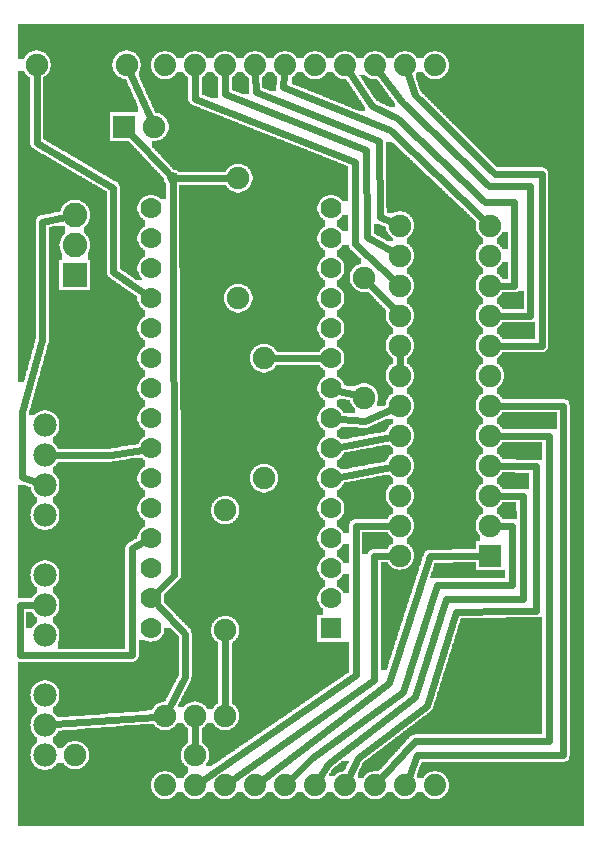
<source format=gtl>
G04 MADE WITH FRITZING*
G04 WWW.FRITZING.ORG*
G04 DOUBLE SIDED*
G04 HOLES PLATED*
G04 CONTOUR ON CENTER OF CONTOUR VECTOR*
%ASAXBY*%
%FSLAX23Y23*%
%MOIN*%
%OFA0B0*%
%SFA1.0B1.0*%
%ADD10C,0.075000*%
%ADD11C,0.074000*%
%ADD12C,0.070000*%
%ADD13C,0.082000*%
%ADD14C,0.078000*%
%ADD15C,0.039370*%
%ADD16R,0.069972X0.070000*%
%ADD17R,0.075000X0.075000*%
%ADD18R,0.082000X0.082000*%
%ADD19C,0.024000*%
%LNCOPPER1*%
G90*
G70*
G54D10*
X114Y2225D03*
X1187Y1774D03*
X1168Y1145D03*
X238Y1198D03*
X1339Y2207D03*
X1546Y660D03*
X1523Y2651D03*
X1193Y1870D03*
X1193Y1470D03*
G54D11*
X930Y2579D03*
X1030Y2579D03*
X1130Y2579D03*
X1230Y2579D03*
X1330Y2579D03*
X1430Y2579D03*
X930Y2579D03*
X1030Y2579D03*
X1130Y2579D03*
X1230Y2579D03*
X1330Y2579D03*
X1430Y2579D03*
X530Y2579D03*
X630Y2579D03*
X730Y2579D03*
X830Y2579D03*
X930Y2579D03*
X1030Y2579D03*
X530Y2579D03*
X630Y2579D03*
X730Y2579D03*
X830Y2579D03*
X930Y2579D03*
X1030Y2579D03*
G54D12*
X1083Y702D03*
X1083Y802D03*
X1083Y902D03*
X1083Y1002D03*
X1083Y1102D03*
X1083Y1202D03*
X1083Y1302D03*
X1083Y1402D03*
X1083Y1502D03*
X1083Y1602D03*
X1083Y1702D03*
X1083Y1802D03*
X1083Y1902D03*
X1083Y2002D03*
X1083Y2102D03*
X483Y702D03*
X483Y802D03*
X483Y902D03*
X483Y1002D03*
X483Y1102D03*
X483Y1202D03*
X483Y1302D03*
X483Y1402D03*
X483Y1502D03*
X483Y1602D03*
X483Y1702D03*
X483Y1802D03*
X483Y1902D03*
X483Y2002D03*
X483Y2102D03*
G54D11*
X530Y179D03*
X630Y179D03*
X730Y179D03*
X830Y179D03*
X930Y179D03*
X1030Y179D03*
X530Y179D03*
X630Y179D03*
X730Y179D03*
X830Y179D03*
X930Y179D03*
X1030Y179D03*
X930Y179D03*
X1030Y179D03*
X1130Y179D03*
X1230Y179D03*
X1330Y179D03*
X1430Y179D03*
X930Y179D03*
X1030Y179D03*
X1130Y179D03*
X1230Y179D03*
X1330Y179D03*
X1430Y179D03*
G54D10*
X1613Y944D03*
X1313Y944D03*
X1613Y1044D03*
X1313Y1044D03*
X1613Y1144D03*
X1313Y1144D03*
X1613Y1244D03*
X1313Y1244D03*
X1613Y1344D03*
X1313Y1344D03*
X1613Y1444D03*
X1313Y1444D03*
X1613Y1544D03*
X1313Y1544D03*
X1613Y1644D03*
X1313Y1644D03*
X1613Y1744D03*
X1313Y1744D03*
X1613Y1844D03*
X1313Y1844D03*
X1613Y1944D03*
X1313Y1944D03*
X1613Y2044D03*
X1313Y2044D03*
G54D13*
X230Y1879D03*
X230Y1979D03*
X230Y2079D03*
G54D10*
X730Y409D03*
X630Y409D03*
X530Y409D03*
G54D14*
X130Y379D03*
X130Y279D03*
X130Y479D03*
X130Y379D03*
G54D10*
X230Y279D03*
X630Y279D03*
X395Y2373D03*
X495Y2373D03*
X731Y695D03*
X731Y1095D03*
G54D14*
X130Y879D03*
X130Y779D03*
X130Y1179D03*
X130Y1079D03*
X130Y1379D03*
X130Y1279D03*
X130Y779D03*
X130Y679D03*
G54D10*
X860Y1202D03*
X860Y1602D03*
X102Y2580D03*
X402Y2580D03*
X774Y1802D03*
X774Y2202D03*
G54D15*
X556Y2201D03*
G54D16*
X1083Y702D03*
G54D17*
X1613Y944D03*
G54D18*
X230Y1879D03*
G54D17*
X395Y2373D03*
G54D19*
X1166Y1478D02*
X1111Y1494D01*
D02*
X1293Y1765D02*
X1213Y1850D01*
D02*
X1313Y1616D02*
X1313Y1573D01*
D02*
X1073Y249D02*
X1362Y471D01*
D02*
X1467Y800D02*
X1725Y800D01*
D02*
X1362Y471D02*
X1467Y800D01*
D02*
X1723Y1144D02*
X1642Y1144D01*
D02*
X1046Y205D02*
X1073Y249D01*
D02*
X1677Y759D02*
X1766Y759D01*
D02*
X1402Y443D02*
X1500Y757D01*
D02*
X1766Y1242D02*
X1642Y1244D01*
D02*
X1143Y207D02*
X1172Y268D01*
D02*
X1363Y325D02*
X1810Y325D01*
D02*
X1810Y325D02*
X1810Y1344D01*
D02*
X1810Y1344D02*
X1642Y1344D01*
D02*
X1251Y202D02*
X1363Y325D01*
D02*
X1371Y278D02*
X1857Y278D01*
D02*
X1857Y278D02*
X1857Y1444D01*
D02*
X1857Y1444D02*
X1642Y1444D01*
D02*
X1342Y207D02*
X1371Y278D01*
D02*
X1362Y2479D02*
X1629Y2215D01*
D02*
X1786Y2215D02*
X1786Y1644D01*
D02*
X1786Y1644D02*
X1642Y1644D01*
D02*
X1339Y2549D02*
X1362Y2479D01*
D02*
X1748Y1744D02*
X1642Y1744D01*
D02*
X1748Y2177D02*
X1748Y1744D01*
D02*
X1319Y2457D02*
X1609Y2177D01*
D02*
X1248Y2554D02*
X1319Y2457D01*
D02*
X1695Y1844D02*
X1642Y1844D01*
D02*
X1695Y2124D02*
X1695Y1844D01*
D02*
X1597Y2124D02*
X1695Y2124D01*
D02*
X1302Y2404D02*
X1597Y2124D01*
D02*
X1219Y2443D02*
X1302Y2404D01*
D02*
X1147Y2553D02*
X1219Y2443D01*
D02*
X1112Y1207D02*
X1285Y1239D01*
D02*
X1112Y1307D02*
X1285Y1339D01*
D02*
X1197Y1391D02*
X1287Y1432D01*
D02*
X1112Y1399D02*
X1197Y1391D01*
D02*
X101Y1189D02*
X54Y1205D01*
D02*
X54Y1205D02*
X54Y1421D01*
D02*
X121Y1663D02*
X121Y2057D01*
D02*
X54Y1421D02*
X121Y1663D01*
D02*
X121Y2057D02*
X198Y2072D01*
D02*
X597Y539D02*
X597Y684D01*
D02*
X543Y435D02*
X597Y539D01*
D02*
X597Y684D02*
X504Y781D01*
D02*
X1054Y1602D02*
X889Y1602D01*
D02*
X350Y1279D02*
X160Y1279D01*
D02*
X455Y1297D02*
X350Y1279D01*
D02*
X730Y438D02*
X731Y667D01*
D02*
X630Y381D02*
X630Y307D01*
D02*
X358Y2170D02*
X358Y1889D01*
D02*
X102Y2320D02*
X358Y2170D01*
D02*
X102Y2551D02*
X102Y2320D01*
D02*
X358Y1889D02*
X459Y1818D01*
D02*
X414Y2554D02*
X483Y2399D01*
D02*
X100Y779D02*
X46Y780D01*
D02*
X46Y780D02*
X46Y611D01*
D02*
X46Y611D02*
X420Y611D01*
D02*
X420Y611D02*
X420Y968D01*
D02*
X420Y968D02*
X458Y988D01*
D02*
X160Y381D02*
X501Y407D01*
D02*
X556Y2182D02*
X561Y878D01*
D02*
X561Y878D02*
X504Y822D01*
D02*
X414Y2353D02*
X543Y2215D01*
D02*
X745Y2202D02*
X575Y2201D01*
D02*
X1247Y2071D02*
X1287Y2055D01*
D02*
X1245Y2326D02*
X1247Y2071D01*
D02*
X833Y2488D02*
X1245Y2326D01*
D02*
X1204Y2005D02*
X1200Y2295D01*
D02*
X1200Y2295D02*
X730Y2482D01*
D02*
X630Y2467D02*
X1163Y2257D01*
D02*
X1288Y1958D02*
X1204Y2005D01*
D02*
X730Y2482D02*
X730Y2548D01*
D02*
X1163Y2257D02*
X1163Y1981D01*
D02*
X630Y2548D02*
X630Y2467D01*
D02*
X1163Y1981D02*
X1292Y1863D01*
D02*
X1228Y530D02*
X1228Y944D01*
D02*
X1284Y1044D02*
X1166Y1044D01*
D02*
X1166Y545D02*
X656Y196D01*
D02*
X1166Y1044D02*
X1166Y545D01*
D02*
X1629Y2215D02*
X1786Y2215D01*
D02*
X1609Y2177D02*
X1748Y2177D01*
D02*
X1279Y2361D02*
X922Y2506D01*
D02*
X1592Y2064D02*
X1279Y2361D01*
D02*
X922Y2506D02*
X927Y2548D01*
D02*
X831Y2548D02*
X833Y2488D01*
D02*
X1725Y800D02*
X1723Y1144D01*
D02*
X1686Y1044D02*
X1642Y1044D01*
D02*
X1686Y845D02*
X1686Y1044D01*
D02*
X1436Y846D02*
X1686Y845D01*
D02*
X1019Y268D02*
X1322Y490D01*
D02*
X952Y201D02*
X1019Y268D01*
D02*
X1322Y490D02*
X1436Y846D01*
D02*
X1413Y942D02*
X1584Y944D01*
D02*
X855Y197D02*
X1277Y518D01*
D02*
X1277Y518D02*
X1413Y942D01*
D02*
X1228Y944D02*
X1284Y944D01*
D02*
X755Y197D02*
X1228Y530D01*
D02*
X1172Y268D02*
X1402Y443D01*
D02*
X1500Y757D02*
X1677Y759D01*
D02*
X1766Y759D02*
X1766Y1242D01*
G36*
X670Y2556D02*
X670Y2552D01*
X668Y2552D01*
X668Y2550D01*
X666Y2550D01*
X666Y2548D01*
X664Y2548D01*
X664Y2546D01*
X662Y2546D01*
X662Y2544D01*
X660Y2544D01*
X660Y2542D01*
X658Y2542D01*
X658Y2540D01*
X654Y2540D01*
X654Y2538D01*
X652Y2538D01*
X652Y2482D01*
X654Y2482D01*
X654Y2480D01*
X658Y2480D01*
X658Y2478D01*
X664Y2478D01*
X664Y2476D01*
X670Y2476D01*
X670Y2474D01*
X674Y2474D01*
X674Y2472D01*
X680Y2472D01*
X680Y2470D01*
X684Y2470D01*
X684Y2468D01*
X708Y2468D01*
X708Y2538D01*
X706Y2538D01*
X706Y2540D01*
X702Y2540D01*
X702Y2542D01*
X700Y2542D01*
X700Y2544D01*
X698Y2544D01*
X698Y2546D01*
X696Y2546D01*
X696Y2548D01*
X694Y2548D01*
X694Y2550D01*
X692Y2550D01*
X692Y2552D01*
X690Y2552D01*
X690Y2556D01*
X670Y2556D01*
G37*
D02*
G36*
X770Y2556D02*
X770Y2552D01*
X768Y2552D01*
X768Y2550D01*
X766Y2550D01*
X766Y2548D01*
X764Y2548D01*
X764Y2546D01*
X762Y2546D01*
X762Y2544D01*
X760Y2544D01*
X760Y2542D01*
X758Y2542D01*
X758Y2540D01*
X754Y2540D01*
X754Y2538D01*
X752Y2538D01*
X752Y2498D01*
X754Y2498D01*
X754Y2496D01*
X758Y2496D01*
X758Y2494D01*
X764Y2494D01*
X764Y2492D01*
X768Y2492D01*
X768Y2490D01*
X774Y2490D01*
X774Y2488D01*
X778Y2488D01*
X778Y2486D01*
X784Y2486D01*
X784Y2484D01*
X788Y2484D01*
X788Y2482D01*
X810Y2482D01*
X810Y2536D01*
X808Y2536D01*
X808Y2538D01*
X806Y2538D01*
X806Y2540D01*
X802Y2540D01*
X802Y2542D01*
X800Y2542D01*
X800Y2544D01*
X798Y2544D01*
X798Y2546D01*
X796Y2546D01*
X796Y2548D01*
X794Y2548D01*
X794Y2550D01*
X792Y2550D01*
X792Y2552D01*
X790Y2552D01*
X790Y2556D01*
X770Y2556D01*
G37*
D02*
G36*
X870Y2556D02*
X870Y2552D01*
X868Y2552D01*
X868Y2550D01*
X866Y2550D01*
X866Y2548D01*
X864Y2548D01*
X864Y2546D01*
X862Y2546D01*
X862Y2544D01*
X860Y2544D01*
X860Y2542D01*
X858Y2542D01*
X858Y2540D01*
X854Y2540D01*
X854Y2502D01*
X860Y2502D01*
X860Y2500D01*
X866Y2500D01*
X866Y2498D01*
X870Y2498D01*
X870Y2496D01*
X876Y2496D01*
X876Y2494D01*
X880Y2494D01*
X880Y2492D01*
X900Y2492D01*
X900Y2512D01*
X902Y2512D01*
X902Y2542D01*
X900Y2542D01*
X900Y2544D01*
X898Y2544D01*
X898Y2546D01*
X896Y2546D01*
X896Y2548D01*
X894Y2548D01*
X894Y2550D01*
X892Y2550D01*
X892Y2552D01*
X890Y2552D01*
X890Y2556D01*
X870Y2556D01*
G37*
D02*
G36*
X970Y2556D02*
X970Y2552D01*
X968Y2552D01*
X968Y2550D01*
X966Y2550D01*
X966Y2548D01*
X964Y2548D01*
X964Y2546D01*
X962Y2546D01*
X962Y2544D01*
X960Y2544D01*
X960Y2542D01*
X958Y2542D01*
X958Y2540D01*
X954Y2540D01*
X954Y2538D01*
X952Y2538D01*
X952Y2532D01*
X1020Y2532D01*
X1020Y2534D01*
X1012Y2534D01*
X1012Y2536D01*
X1008Y2536D01*
X1008Y2538D01*
X1006Y2538D01*
X1006Y2540D01*
X1002Y2540D01*
X1002Y2542D01*
X1000Y2542D01*
X1000Y2544D01*
X998Y2544D01*
X998Y2546D01*
X996Y2546D01*
X996Y2548D01*
X994Y2548D01*
X994Y2550D01*
X992Y2550D01*
X992Y2552D01*
X990Y2552D01*
X990Y2556D01*
X970Y2556D01*
G37*
D02*
G36*
X1070Y2556D02*
X1070Y2552D01*
X1068Y2552D01*
X1068Y2550D01*
X1066Y2550D01*
X1066Y2548D01*
X1064Y2548D01*
X1064Y2546D01*
X1062Y2546D01*
X1062Y2544D01*
X1060Y2544D01*
X1060Y2542D01*
X1058Y2542D01*
X1058Y2540D01*
X1054Y2540D01*
X1054Y2538D01*
X1052Y2538D01*
X1052Y2536D01*
X1046Y2536D01*
X1046Y2534D01*
X1040Y2534D01*
X1040Y2532D01*
X1120Y2532D01*
X1120Y2534D01*
X1112Y2534D01*
X1112Y2536D01*
X1108Y2536D01*
X1108Y2538D01*
X1106Y2538D01*
X1106Y2540D01*
X1102Y2540D01*
X1102Y2542D01*
X1100Y2542D01*
X1100Y2544D01*
X1098Y2544D01*
X1098Y2546D01*
X1096Y2546D01*
X1096Y2548D01*
X1094Y2548D01*
X1094Y2550D01*
X1092Y2550D01*
X1092Y2552D01*
X1090Y2552D01*
X1090Y2556D01*
X1070Y2556D01*
G37*
D02*
G36*
X952Y2532D02*
X952Y2530D01*
X1134Y2530D01*
X1134Y2532D01*
X952Y2532D01*
G37*
D02*
G36*
X952Y2532D02*
X952Y2530D01*
X1134Y2530D01*
X1134Y2532D01*
X952Y2532D01*
G37*
D02*
G36*
X952Y2530D02*
X952Y2516D01*
X958Y2516D01*
X958Y2514D01*
X962Y2514D01*
X962Y2512D01*
X968Y2512D01*
X968Y2510D01*
X972Y2510D01*
X972Y2508D01*
X978Y2508D01*
X978Y2506D01*
X982Y2506D01*
X982Y2504D01*
X988Y2504D01*
X988Y2502D01*
X992Y2502D01*
X992Y2500D01*
X998Y2500D01*
X998Y2498D01*
X1002Y2498D01*
X1002Y2496D01*
X1008Y2496D01*
X1008Y2494D01*
X1012Y2494D01*
X1012Y2492D01*
X1016Y2492D01*
X1016Y2490D01*
X1022Y2490D01*
X1022Y2488D01*
X1026Y2488D01*
X1026Y2486D01*
X1032Y2486D01*
X1032Y2484D01*
X1036Y2484D01*
X1036Y2482D01*
X1042Y2482D01*
X1042Y2480D01*
X1046Y2480D01*
X1046Y2478D01*
X1052Y2478D01*
X1052Y2476D01*
X1056Y2476D01*
X1056Y2474D01*
X1062Y2474D01*
X1062Y2472D01*
X1066Y2472D01*
X1066Y2470D01*
X1072Y2470D01*
X1072Y2468D01*
X1076Y2468D01*
X1076Y2466D01*
X1080Y2466D01*
X1080Y2464D01*
X1086Y2464D01*
X1086Y2462D01*
X1090Y2462D01*
X1090Y2460D01*
X1096Y2460D01*
X1096Y2458D01*
X1100Y2458D01*
X1100Y2456D01*
X1106Y2456D01*
X1106Y2454D01*
X1110Y2454D01*
X1110Y2452D01*
X1116Y2452D01*
X1116Y2450D01*
X1120Y2450D01*
X1120Y2448D01*
X1126Y2448D01*
X1126Y2446D01*
X1130Y2446D01*
X1130Y2444D01*
X1136Y2444D01*
X1136Y2442D01*
X1140Y2442D01*
X1140Y2440D01*
X1144Y2440D01*
X1144Y2438D01*
X1150Y2438D01*
X1150Y2436D01*
X1154Y2436D01*
X1154Y2434D01*
X1160Y2434D01*
X1160Y2432D01*
X1164Y2432D01*
X1164Y2430D01*
X1170Y2430D01*
X1170Y2428D01*
X1174Y2428D01*
X1174Y2426D01*
X1198Y2426D01*
X1198Y2438D01*
X1196Y2438D01*
X1196Y2440D01*
X1194Y2440D01*
X1194Y2444D01*
X1192Y2444D01*
X1192Y2446D01*
X1190Y2446D01*
X1190Y2450D01*
X1188Y2450D01*
X1188Y2452D01*
X1186Y2452D01*
X1186Y2456D01*
X1184Y2456D01*
X1184Y2458D01*
X1182Y2458D01*
X1182Y2462D01*
X1180Y2462D01*
X1180Y2464D01*
X1178Y2464D01*
X1178Y2468D01*
X1176Y2468D01*
X1176Y2470D01*
X1174Y2470D01*
X1174Y2474D01*
X1172Y2474D01*
X1172Y2476D01*
X1170Y2476D01*
X1170Y2480D01*
X1168Y2480D01*
X1168Y2482D01*
X1166Y2482D01*
X1166Y2486D01*
X1164Y2486D01*
X1164Y2488D01*
X1162Y2488D01*
X1162Y2492D01*
X1160Y2492D01*
X1160Y2494D01*
X1158Y2494D01*
X1158Y2498D01*
X1156Y2498D01*
X1156Y2500D01*
X1154Y2500D01*
X1154Y2504D01*
X1152Y2504D01*
X1152Y2506D01*
X1150Y2506D01*
X1150Y2510D01*
X1148Y2510D01*
X1148Y2512D01*
X1146Y2512D01*
X1146Y2516D01*
X1144Y2516D01*
X1144Y2518D01*
X1142Y2518D01*
X1142Y2522D01*
X1140Y2522D01*
X1140Y2524D01*
X1138Y2524D01*
X1138Y2528D01*
X1136Y2528D01*
X1136Y2530D01*
X952Y2530D01*
G37*
D02*
G36*
X1178Y2546D02*
X1178Y2544D01*
X1180Y2544D01*
X1180Y2542D01*
X1182Y2542D01*
X1182Y2538D01*
X1184Y2538D01*
X1184Y2536D01*
X1186Y2536D01*
X1186Y2532D01*
X1188Y2532D01*
X1188Y2530D01*
X1190Y2530D01*
X1190Y2526D01*
X1192Y2526D01*
X1192Y2522D01*
X1194Y2522D01*
X1194Y2520D01*
X1196Y2520D01*
X1196Y2516D01*
X1198Y2516D01*
X1198Y2514D01*
X1200Y2514D01*
X1200Y2510D01*
X1202Y2510D01*
X1202Y2508D01*
X1204Y2508D01*
X1204Y2504D01*
X1206Y2504D01*
X1206Y2502D01*
X1208Y2502D01*
X1208Y2498D01*
X1210Y2498D01*
X1210Y2496D01*
X1212Y2496D01*
X1212Y2492D01*
X1214Y2492D01*
X1214Y2490D01*
X1216Y2490D01*
X1216Y2486D01*
X1218Y2486D01*
X1218Y2484D01*
X1220Y2484D01*
X1220Y2480D01*
X1222Y2480D01*
X1222Y2478D01*
X1224Y2478D01*
X1224Y2474D01*
X1226Y2474D01*
X1226Y2472D01*
X1228Y2472D01*
X1228Y2468D01*
X1230Y2468D01*
X1230Y2466D01*
X1232Y2466D01*
X1232Y2462D01*
X1234Y2462D01*
X1234Y2460D01*
X1238Y2460D01*
X1238Y2458D01*
X1242Y2458D01*
X1242Y2456D01*
X1246Y2456D01*
X1246Y2454D01*
X1250Y2454D01*
X1250Y2452D01*
X1254Y2452D01*
X1254Y2450D01*
X1258Y2450D01*
X1258Y2448D01*
X1262Y2448D01*
X1262Y2446D01*
X1266Y2446D01*
X1266Y2444D01*
X1272Y2444D01*
X1272Y2442D01*
X1276Y2442D01*
X1276Y2440D01*
X1298Y2440D01*
X1298Y2450D01*
X1296Y2450D01*
X1296Y2454D01*
X1294Y2454D01*
X1294Y2456D01*
X1292Y2456D01*
X1292Y2458D01*
X1290Y2458D01*
X1290Y2462D01*
X1288Y2462D01*
X1288Y2464D01*
X1286Y2464D01*
X1286Y2466D01*
X1284Y2466D01*
X1284Y2470D01*
X1282Y2470D01*
X1282Y2472D01*
X1280Y2472D01*
X1280Y2474D01*
X1278Y2474D01*
X1278Y2478D01*
X1276Y2478D01*
X1276Y2480D01*
X1274Y2480D01*
X1274Y2484D01*
X1272Y2484D01*
X1272Y2486D01*
X1270Y2486D01*
X1270Y2488D01*
X1268Y2488D01*
X1268Y2492D01*
X1266Y2492D01*
X1266Y2494D01*
X1264Y2494D01*
X1264Y2496D01*
X1262Y2496D01*
X1262Y2500D01*
X1260Y2500D01*
X1260Y2502D01*
X1258Y2502D01*
X1258Y2504D01*
X1256Y2504D01*
X1256Y2508D01*
X1254Y2508D01*
X1254Y2510D01*
X1252Y2510D01*
X1252Y2512D01*
X1250Y2512D01*
X1250Y2516D01*
X1248Y2516D01*
X1248Y2518D01*
X1246Y2518D01*
X1246Y2522D01*
X1244Y2522D01*
X1244Y2524D01*
X1242Y2524D01*
X1242Y2526D01*
X1240Y2526D01*
X1240Y2530D01*
X1238Y2530D01*
X1238Y2532D01*
X1220Y2532D01*
X1220Y2534D01*
X1212Y2534D01*
X1212Y2536D01*
X1208Y2536D01*
X1208Y2538D01*
X1206Y2538D01*
X1206Y2540D01*
X1202Y2540D01*
X1202Y2542D01*
X1200Y2542D01*
X1200Y2544D01*
X1198Y2544D01*
X1198Y2546D01*
X1178Y2546D01*
G37*
D02*
G36*
X1120Y2078D02*
X1120Y2074D01*
X1118Y2074D01*
X1118Y2072D01*
X1116Y2072D01*
X1116Y2070D01*
X1114Y2070D01*
X1114Y2068D01*
X1112Y2068D01*
X1112Y2066D01*
X1110Y2066D01*
X1110Y2064D01*
X1106Y2064D01*
X1106Y2062D01*
X1102Y2062D01*
X1102Y2042D01*
X1104Y2042D01*
X1104Y2040D01*
X1108Y2040D01*
X1108Y2038D01*
X1110Y2038D01*
X1110Y2036D01*
X1114Y2036D01*
X1114Y2034D01*
X1116Y2034D01*
X1116Y2032D01*
X1118Y2032D01*
X1118Y2028D01*
X1120Y2028D01*
X1120Y2026D01*
X1140Y2026D01*
X1140Y2078D01*
X1120Y2078D01*
G37*
D02*
G36*
X1226Y2048D02*
X1226Y2018D01*
X1228Y2018D01*
X1228Y2016D01*
X1232Y2016D01*
X1232Y2014D01*
X1236Y2014D01*
X1236Y2012D01*
X1238Y2012D01*
X1238Y2010D01*
X1242Y2010D01*
X1242Y2008D01*
X1246Y2008D01*
X1246Y2006D01*
X1250Y2006D01*
X1250Y2004D01*
X1254Y2004D01*
X1254Y2002D01*
X1256Y2002D01*
X1256Y2000D01*
X1260Y2000D01*
X1260Y1998D01*
X1264Y1998D01*
X1264Y1996D01*
X1268Y1996D01*
X1268Y1994D01*
X1270Y1994D01*
X1270Y1992D01*
X1290Y1992D01*
X1290Y2004D01*
X1286Y2004D01*
X1286Y2006D01*
X1284Y2006D01*
X1284Y2008D01*
X1282Y2008D01*
X1282Y2010D01*
X1280Y2010D01*
X1280Y2012D01*
X1278Y2012D01*
X1278Y2014D01*
X1276Y2014D01*
X1276Y2016D01*
X1274Y2016D01*
X1274Y2020D01*
X1272Y2020D01*
X1272Y2022D01*
X1270Y2022D01*
X1270Y2026D01*
X1268Y2026D01*
X1268Y2034D01*
X1266Y2034D01*
X1266Y2040D01*
X1264Y2040D01*
X1264Y2042D01*
X1258Y2042D01*
X1258Y2044D01*
X1254Y2044D01*
X1254Y2046D01*
X1248Y2046D01*
X1248Y2048D01*
X1226Y2048D01*
G37*
D02*
G36*
X40Y2560D02*
X40Y2130D01*
X238Y2130D01*
X238Y2128D01*
X246Y2128D01*
X246Y2126D01*
X250Y2126D01*
X250Y2124D01*
X254Y2124D01*
X254Y2122D01*
X258Y2122D01*
X258Y2120D01*
X260Y2120D01*
X260Y2118D01*
X264Y2118D01*
X264Y2116D01*
X266Y2116D01*
X266Y2114D01*
X268Y2114D01*
X268Y2110D01*
X270Y2110D01*
X270Y2108D01*
X272Y2108D01*
X272Y2106D01*
X274Y2106D01*
X274Y2102D01*
X276Y2102D01*
X276Y2098D01*
X278Y2098D01*
X278Y2092D01*
X280Y2092D01*
X280Y2066D01*
X278Y2066D01*
X278Y2060D01*
X276Y2060D01*
X276Y2056D01*
X274Y2056D01*
X274Y2052D01*
X272Y2052D01*
X272Y2048D01*
X270Y2048D01*
X270Y2046D01*
X268Y2046D01*
X268Y2044D01*
X266Y2044D01*
X266Y2042D01*
X264Y2042D01*
X264Y2040D01*
X262Y2040D01*
X262Y2038D01*
X260Y2038D01*
X260Y2018D01*
X264Y2018D01*
X264Y2016D01*
X266Y2016D01*
X266Y2014D01*
X268Y2014D01*
X268Y2010D01*
X270Y2010D01*
X270Y2008D01*
X272Y2008D01*
X272Y2006D01*
X274Y2006D01*
X274Y2002D01*
X276Y2002D01*
X276Y1998D01*
X278Y1998D01*
X278Y1992D01*
X280Y1992D01*
X280Y1966D01*
X278Y1966D01*
X278Y1960D01*
X276Y1960D01*
X276Y1956D01*
X274Y1956D01*
X274Y1952D01*
X272Y1952D01*
X272Y1930D01*
X280Y1930D01*
X280Y1828D01*
X406Y1828D01*
X406Y1830D01*
X402Y1830D01*
X402Y1832D01*
X400Y1832D01*
X400Y1834D01*
X396Y1834D01*
X396Y1836D01*
X394Y1836D01*
X394Y1838D01*
X390Y1838D01*
X390Y1840D01*
X388Y1840D01*
X388Y1842D01*
X386Y1842D01*
X386Y1844D01*
X382Y1844D01*
X382Y1846D01*
X380Y1846D01*
X380Y1848D01*
X376Y1848D01*
X376Y1850D01*
X374Y1850D01*
X374Y1852D01*
X370Y1852D01*
X370Y1854D01*
X368Y1854D01*
X368Y1856D01*
X366Y1856D01*
X366Y1858D01*
X362Y1858D01*
X362Y1860D01*
X360Y1860D01*
X360Y1862D01*
X356Y1862D01*
X356Y1864D01*
X354Y1864D01*
X354Y1866D01*
X350Y1866D01*
X350Y1868D01*
X348Y1868D01*
X348Y1870D01*
X346Y1870D01*
X346Y1872D01*
X342Y1872D01*
X342Y1874D01*
X340Y1874D01*
X340Y1878D01*
X338Y1878D01*
X338Y1882D01*
X336Y1882D01*
X336Y2158D01*
X332Y2158D01*
X332Y2160D01*
X330Y2160D01*
X330Y2162D01*
X326Y2162D01*
X326Y2164D01*
X322Y2164D01*
X322Y2166D01*
X320Y2166D01*
X320Y2168D01*
X316Y2168D01*
X316Y2170D01*
X312Y2170D01*
X312Y2172D01*
X308Y2172D01*
X308Y2174D01*
X306Y2174D01*
X306Y2176D01*
X302Y2176D01*
X302Y2178D01*
X298Y2178D01*
X298Y2180D01*
X296Y2180D01*
X296Y2182D01*
X292Y2182D01*
X292Y2184D01*
X288Y2184D01*
X288Y2186D01*
X286Y2186D01*
X286Y2188D01*
X282Y2188D01*
X282Y2190D01*
X278Y2190D01*
X278Y2192D01*
X274Y2192D01*
X274Y2194D01*
X272Y2194D01*
X272Y2196D01*
X268Y2196D01*
X268Y2198D01*
X264Y2198D01*
X264Y2200D01*
X262Y2200D01*
X262Y2202D01*
X258Y2202D01*
X258Y2204D01*
X254Y2204D01*
X254Y2206D01*
X252Y2206D01*
X252Y2208D01*
X248Y2208D01*
X248Y2210D01*
X244Y2210D01*
X244Y2212D01*
X240Y2212D01*
X240Y2214D01*
X238Y2214D01*
X238Y2216D01*
X234Y2216D01*
X234Y2218D01*
X230Y2218D01*
X230Y2220D01*
X228Y2220D01*
X228Y2222D01*
X224Y2222D01*
X224Y2224D01*
X220Y2224D01*
X220Y2226D01*
X218Y2226D01*
X218Y2228D01*
X214Y2228D01*
X214Y2230D01*
X210Y2230D01*
X210Y2232D01*
X206Y2232D01*
X206Y2234D01*
X204Y2234D01*
X204Y2236D01*
X200Y2236D01*
X200Y2238D01*
X196Y2238D01*
X196Y2240D01*
X194Y2240D01*
X194Y2242D01*
X190Y2242D01*
X190Y2244D01*
X186Y2244D01*
X186Y2246D01*
X184Y2246D01*
X184Y2248D01*
X180Y2248D01*
X180Y2250D01*
X176Y2250D01*
X176Y2252D01*
X172Y2252D01*
X172Y2254D01*
X170Y2254D01*
X170Y2256D01*
X166Y2256D01*
X166Y2258D01*
X162Y2258D01*
X162Y2260D01*
X160Y2260D01*
X160Y2262D01*
X156Y2262D01*
X156Y2264D01*
X152Y2264D01*
X152Y2266D01*
X150Y2266D01*
X150Y2268D01*
X146Y2268D01*
X146Y2270D01*
X142Y2270D01*
X142Y2272D01*
X138Y2272D01*
X138Y2274D01*
X136Y2274D01*
X136Y2276D01*
X132Y2276D01*
X132Y2278D01*
X128Y2278D01*
X128Y2280D01*
X126Y2280D01*
X126Y2282D01*
X122Y2282D01*
X122Y2284D01*
X118Y2284D01*
X118Y2286D01*
X114Y2286D01*
X114Y2288D01*
X112Y2288D01*
X112Y2290D01*
X108Y2290D01*
X108Y2292D01*
X104Y2292D01*
X104Y2294D01*
X102Y2294D01*
X102Y2296D01*
X98Y2296D01*
X98Y2298D01*
X94Y2298D01*
X94Y2300D01*
X92Y2300D01*
X92Y2302D01*
X88Y2302D01*
X88Y2304D01*
X86Y2304D01*
X86Y2306D01*
X84Y2306D01*
X84Y2310D01*
X82Y2310D01*
X82Y2314D01*
X80Y2314D01*
X80Y2538D01*
X78Y2538D01*
X78Y2540D01*
X74Y2540D01*
X74Y2542D01*
X72Y2542D01*
X72Y2544D01*
X70Y2544D01*
X70Y2546D01*
X68Y2546D01*
X68Y2548D01*
X66Y2548D01*
X66Y2550D01*
X64Y2550D01*
X64Y2552D01*
X62Y2552D01*
X62Y2556D01*
X60Y2556D01*
X60Y2560D01*
X40Y2560D01*
G37*
D02*
G36*
X40Y2130D02*
X40Y1522D01*
X60Y1522D01*
X60Y1528D01*
X62Y1528D01*
X62Y1536D01*
X64Y1536D01*
X64Y1542D01*
X66Y1542D01*
X66Y1550D01*
X68Y1550D01*
X68Y1558D01*
X70Y1558D01*
X70Y1564D01*
X72Y1564D01*
X72Y1572D01*
X74Y1572D01*
X74Y1578D01*
X76Y1578D01*
X76Y1586D01*
X78Y1586D01*
X78Y1594D01*
X80Y1594D01*
X80Y1600D01*
X82Y1600D01*
X82Y1608D01*
X84Y1608D01*
X84Y1616D01*
X86Y1616D01*
X86Y1622D01*
X88Y1622D01*
X88Y1630D01*
X90Y1630D01*
X90Y1636D01*
X92Y1636D01*
X92Y1644D01*
X94Y1644D01*
X94Y1652D01*
X96Y1652D01*
X96Y1658D01*
X98Y1658D01*
X98Y1666D01*
X100Y1666D01*
X100Y2066D01*
X102Y2066D01*
X102Y2070D01*
X104Y2070D01*
X104Y2072D01*
X106Y2072D01*
X106Y2074D01*
X108Y2074D01*
X108Y2076D01*
X112Y2076D01*
X112Y2078D01*
X120Y2078D01*
X120Y2080D01*
X130Y2080D01*
X130Y2082D01*
X140Y2082D01*
X140Y2084D01*
X150Y2084D01*
X150Y2086D01*
X160Y2086D01*
X160Y2088D01*
X170Y2088D01*
X170Y2090D01*
X180Y2090D01*
X180Y2094D01*
X182Y2094D01*
X182Y2098D01*
X184Y2098D01*
X184Y2102D01*
X186Y2102D01*
X186Y2106D01*
X188Y2106D01*
X188Y2108D01*
X190Y2108D01*
X190Y2112D01*
X192Y2112D01*
X192Y2114D01*
X194Y2114D01*
X194Y2116D01*
X196Y2116D01*
X196Y2118D01*
X198Y2118D01*
X198Y2120D01*
X202Y2120D01*
X202Y2122D01*
X206Y2122D01*
X206Y2124D01*
X208Y2124D01*
X208Y2126D01*
X214Y2126D01*
X214Y2128D01*
X222Y2128D01*
X222Y2130D01*
X40Y2130D01*
G37*
D02*
G36*
X164Y2044D02*
X164Y2042D01*
X154Y2042D01*
X154Y2040D01*
X144Y2040D01*
X144Y1828D01*
X178Y1828D01*
X178Y1930D01*
X188Y1930D01*
X188Y1952D01*
X186Y1952D01*
X186Y1954D01*
X184Y1954D01*
X184Y1958D01*
X182Y1958D01*
X182Y1964D01*
X180Y1964D01*
X180Y1976D01*
X178Y1976D01*
X178Y1982D01*
X180Y1982D01*
X180Y1994D01*
X182Y1994D01*
X182Y1998D01*
X184Y1998D01*
X184Y2002D01*
X186Y2002D01*
X186Y2006D01*
X188Y2006D01*
X188Y2008D01*
X190Y2008D01*
X190Y2012D01*
X192Y2012D01*
X192Y2014D01*
X194Y2014D01*
X194Y2016D01*
X196Y2016D01*
X196Y2018D01*
X198Y2018D01*
X198Y2040D01*
X196Y2040D01*
X196Y2042D01*
X194Y2042D01*
X194Y2044D01*
X164Y2044D01*
G37*
D02*
G36*
X144Y1828D02*
X144Y1826D01*
X408Y1826D01*
X408Y1828D01*
X144Y1828D01*
G37*
D02*
G36*
X144Y1828D02*
X144Y1826D01*
X408Y1826D01*
X408Y1828D01*
X144Y1828D01*
G37*
D02*
G36*
X144Y1826D02*
X144Y1662D01*
X142Y1662D01*
X142Y1652D01*
X140Y1652D01*
X140Y1646D01*
X138Y1646D01*
X138Y1638D01*
X136Y1638D01*
X136Y1630D01*
X134Y1630D01*
X134Y1624D01*
X132Y1624D01*
X132Y1616D01*
X130Y1616D01*
X130Y1610D01*
X128Y1610D01*
X128Y1602D01*
X126Y1602D01*
X126Y1594D01*
X124Y1594D01*
X124Y1588D01*
X122Y1588D01*
X122Y1580D01*
X120Y1580D01*
X120Y1572D01*
X118Y1572D01*
X118Y1566D01*
X116Y1566D01*
X116Y1558D01*
X114Y1558D01*
X114Y1552D01*
X112Y1552D01*
X112Y1544D01*
X110Y1544D01*
X110Y1536D01*
X108Y1536D01*
X108Y1530D01*
X106Y1530D01*
X106Y1522D01*
X104Y1522D01*
X104Y1516D01*
X102Y1516D01*
X102Y1508D01*
X100Y1508D01*
X100Y1500D01*
X98Y1500D01*
X98Y1494D01*
X96Y1494D01*
X96Y1486D01*
X94Y1486D01*
X94Y1480D01*
X92Y1480D01*
X92Y1472D01*
X90Y1472D01*
X90Y1464D01*
X88Y1464D01*
X88Y1458D01*
X86Y1458D01*
X86Y1450D01*
X84Y1450D01*
X84Y1444D01*
X82Y1444D01*
X82Y1436D01*
X80Y1436D01*
X80Y1428D01*
X138Y1428D01*
X138Y1426D01*
X146Y1426D01*
X146Y1424D01*
X150Y1424D01*
X150Y1422D01*
X154Y1422D01*
X154Y1420D01*
X158Y1420D01*
X158Y1418D01*
X160Y1418D01*
X160Y1416D01*
X162Y1416D01*
X162Y1414D01*
X164Y1414D01*
X164Y1412D01*
X166Y1412D01*
X166Y1410D01*
X168Y1410D01*
X168Y1408D01*
X170Y1408D01*
X170Y1404D01*
X172Y1404D01*
X172Y1402D01*
X174Y1402D01*
X174Y1398D01*
X176Y1398D01*
X176Y1392D01*
X178Y1392D01*
X178Y1366D01*
X176Y1366D01*
X176Y1360D01*
X174Y1360D01*
X174Y1356D01*
X172Y1356D01*
X172Y1352D01*
X170Y1352D01*
X170Y1350D01*
X168Y1350D01*
X168Y1348D01*
X166Y1348D01*
X166Y1344D01*
X164Y1344D01*
X164Y1342D01*
X160Y1342D01*
X160Y1340D01*
X158Y1340D01*
X158Y1318D01*
X160Y1318D01*
X160Y1316D01*
X162Y1316D01*
X162Y1314D01*
X164Y1314D01*
X164Y1312D01*
X166Y1312D01*
X166Y1310D01*
X168Y1310D01*
X168Y1308D01*
X170Y1308D01*
X170Y1304D01*
X172Y1304D01*
X172Y1302D01*
X174Y1302D01*
X174Y1300D01*
X350Y1300D01*
X350Y1302D01*
X362Y1302D01*
X362Y1304D01*
X372Y1304D01*
X372Y1306D01*
X384Y1306D01*
X384Y1308D01*
X396Y1308D01*
X396Y1310D01*
X408Y1310D01*
X408Y1312D01*
X420Y1312D01*
X420Y1314D01*
X432Y1314D01*
X432Y1316D01*
X442Y1316D01*
X442Y1322D01*
X444Y1322D01*
X444Y1324D01*
X446Y1324D01*
X446Y1328D01*
X448Y1328D01*
X448Y1330D01*
X450Y1330D01*
X450Y1332D01*
X452Y1332D01*
X452Y1334D01*
X454Y1334D01*
X454Y1336D01*
X456Y1336D01*
X456Y1338D01*
X458Y1338D01*
X458Y1340D01*
X462Y1340D01*
X462Y1342D01*
X464Y1342D01*
X464Y1362D01*
X460Y1362D01*
X460Y1364D01*
X458Y1364D01*
X458Y1366D01*
X456Y1366D01*
X456Y1368D01*
X452Y1368D01*
X452Y1370D01*
X450Y1370D01*
X450Y1372D01*
X448Y1372D01*
X448Y1376D01*
X446Y1376D01*
X446Y1378D01*
X444Y1378D01*
X444Y1382D01*
X442Y1382D01*
X442Y1388D01*
X440Y1388D01*
X440Y1394D01*
X438Y1394D01*
X438Y1408D01*
X440Y1408D01*
X440Y1416D01*
X442Y1416D01*
X442Y1422D01*
X444Y1422D01*
X444Y1424D01*
X446Y1424D01*
X446Y1428D01*
X448Y1428D01*
X448Y1430D01*
X450Y1430D01*
X450Y1432D01*
X452Y1432D01*
X452Y1434D01*
X454Y1434D01*
X454Y1436D01*
X456Y1436D01*
X456Y1438D01*
X458Y1438D01*
X458Y1440D01*
X462Y1440D01*
X462Y1442D01*
X464Y1442D01*
X464Y1462D01*
X460Y1462D01*
X460Y1464D01*
X458Y1464D01*
X458Y1466D01*
X456Y1466D01*
X456Y1468D01*
X452Y1468D01*
X452Y1470D01*
X450Y1470D01*
X450Y1472D01*
X448Y1472D01*
X448Y1476D01*
X446Y1476D01*
X446Y1478D01*
X444Y1478D01*
X444Y1482D01*
X442Y1482D01*
X442Y1488D01*
X440Y1488D01*
X440Y1494D01*
X438Y1494D01*
X438Y1508D01*
X440Y1508D01*
X440Y1516D01*
X442Y1516D01*
X442Y1522D01*
X444Y1522D01*
X444Y1524D01*
X446Y1524D01*
X446Y1528D01*
X448Y1528D01*
X448Y1530D01*
X450Y1530D01*
X450Y1532D01*
X452Y1532D01*
X452Y1534D01*
X454Y1534D01*
X454Y1536D01*
X456Y1536D01*
X456Y1538D01*
X458Y1538D01*
X458Y1540D01*
X462Y1540D01*
X462Y1542D01*
X464Y1542D01*
X464Y1562D01*
X460Y1562D01*
X460Y1564D01*
X458Y1564D01*
X458Y1566D01*
X456Y1566D01*
X456Y1568D01*
X452Y1568D01*
X452Y1570D01*
X450Y1570D01*
X450Y1572D01*
X448Y1572D01*
X448Y1576D01*
X446Y1576D01*
X446Y1578D01*
X444Y1578D01*
X444Y1582D01*
X442Y1582D01*
X442Y1588D01*
X440Y1588D01*
X440Y1594D01*
X438Y1594D01*
X438Y1608D01*
X440Y1608D01*
X440Y1616D01*
X442Y1616D01*
X442Y1622D01*
X444Y1622D01*
X444Y1624D01*
X446Y1624D01*
X446Y1628D01*
X448Y1628D01*
X448Y1630D01*
X450Y1630D01*
X450Y1632D01*
X452Y1632D01*
X452Y1634D01*
X454Y1634D01*
X454Y1636D01*
X456Y1636D01*
X456Y1638D01*
X458Y1638D01*
X458Y1640D01*
X462Y1640D01*
X462Y1642D01*
X464Y1642D01*
X464Y1662D01*
X460Y1662D01*
X460Y1664D01*
X458Y1664D01*
X458Y1666D01*
X456Y1666D01*
X456Y1668D01*
X452Y1668D01*
X452Y1670D01*
X450Y1670D01*
X450Y1672D01*
X448Y1672D01*
X448Y1676D01*
X446Y1676D01*
X446Y1678D01*
X444Y1678D01*
X444Y1682D01*
X442Y1682D01*
X442Y1688D01*
X440Y1688D01*
X440Y1694D01*
X438Y1694D01*
X438Y1708D01*
X440Y1708D01*
X440Y1716D01*
X442Y1716D01*
X442Y1722D01*
X444Y1722D01*
X444Y1724D01*
X446Y1724D01*
X446Y1728D01*
X448Y1728D01*
X448Y1730D01*
X450Y1730D01*
X450Y1732D01*
X452Y1732D01*
X452Y1734D01*
X454Y1734D01*
X454Y1736D01*
X456Y1736D01*
X456Y1738D01*
X458Y1738D01*
X458Y1740D01*
X462Y1740D01*
X462Y1742D01*
X464Y1742D01*
X464Y1762D01*
X460Y1762D01*
X460Y1764D01*
X458Y1764D01*
X458Y1766D01*
X456Y1766D01*
X456Y1768D01*
X452Y1768D01*
X452Y1770D01*
X450Y1770D01*
X450Y1772D01*
X448Y1772D01*
X448Y1776D01*
X446Y1776D01*
X446Y1778D01*
X444Y1778D01*
X444Y1782D01*
X442Y1782D01*
X442Y1788D01*
X440Y1788D01*
X440Y1794D01*
X438Y1794D01*
X438Y1808D01*
X434Y1808D01*
X434Y1810D01*
X432Y1810D01*
X432Y1812D01*
X428Y1812D01*
X428Y1814D01*
X426Y1814D01*
X426Y1816D01*
X422Y1816D01*
X422Y1818D01*
X420Y1818D01*
X420Y1820D01*
X416Y1820D01*
X416Y1822D01*
X414Y1822D01*
X414Y1824D01*
X412Y1824D01*
X412Y1826D01*
X144Y1826D01*
G37*
D02*
G36*
X78Y1428D02*
X78Y1422D01*
X76Y1422D01*
X76Y1414D01*
X98Y1414D01*
X98Y1416D01*
X100Y1416D01*
X100Y1418D01*
X102Y1418D01*
X102Y1420D01*
X106Y1420D01*
X106Y1422D01*
X110Y1422D01*
X110Y1424D01*
X114Y1424D01*
X114Y1426D01*
X122Y1426D01*
X122Y1428D01*
X78Y1428D01*
G37*
D02*
G36*
X1654Y2022D02*
X1654Y2018D01*
X1652Y2018D01*
X1652Y2016D01*
X1650Y2016D01*
X1650Y2014D01*
X1648Y2014D01*
X1648Y2012D01*
X1646Y2012D01*
X1646Y2010D01*
X1644Y2010D01*
X1644Y2008D01*
X1642Y2008D01*
X1642Y2006D01*
X1640Y2006D01*
X1640Y2004D01*
X1636Y2004D01*
X1636Y1984D01*
X1640Y1984D01*
X1640Y1982D01*
X1642Y1982D01*
X1642Y1980D01*
X1646Y1980D01*
X1646Y1978D01*
X1648Y1978D01*
X1648Y1974D01*
X1650Y1974D01*
X1650Y1972D01*
X1652Y1972D01*
X1652Y1970D01*
X1654Y1970D01*
X1654Y1966D01*
X1674Y1966D01*
X1674Y2022D01*
X1654Y2022D01*
G37*
D02*
G36*
X1122Y1980D02*
X1122Y1978D01*
X1120Y1978D01*
X1120Y1974D01*
X1118Y1974D01*
X1118Y1972D01*
X1116Y1972D01*
X1116Y1970D01*
X1114Y1970D01*
X1114Y1968D01*
X1112Y1968D01*
X1112Y1966D01*
X1110Y1966D01*
X1110Y1964D01*
X1106Y1964D01*
X1106Y1962D01*
X1102Y1962D01*
X1102Y1942D01*
X1104Y1942D01*
X1104Y1940D01*
X1108Y1940D01*
X1108Y1938D01*
X1110Y1938D01*
X1110Y1936D01*
X1114Y1936D01*
X1114Y1934D01*
X1116Y1934D01*
X1116Y1932D01*
X1118Y1932D01*
X1118Y1928D01*
X1120Y1928D01*
X1120Y1926D01*
X1122Y1926D01*
X1122Y1922D01*
X1124Y1922D01*
X1124Y1918D01*
X1126Y1918D01*
X1126Y1912D01*
X1128Y1912D01*
X1128Y1892D01*
X1126Y1892D01*
X1126Y1884D01*
X1124Y1884D01*
X1124Y1880D01*
X1122Y1880D01*
X1122Y1878D01*
X1120Y1878D01*
X1120Y1874D01*
X1118Y1874D01*
X1118Y1872D01*
X1116Y1872D01*
X1116Y1870D01*
X1114Y1870D01*
X1114Y1868D01*
X1112Y1868D01*
X1112Y1866D01*
X1110Y1866D01*
X1110Y1864D01*
X1106Y1864D01*
X1106Y1862D01*
X1102Y1862D01*
X1102Y1842D01*
X1104Y1842D01*
X1104Y1840D01*
X1108Y1840D01*
X1108Y1838D01*
X1110Y1838D01*
X1110Y1836D01*
X1114Y1836D01*
X1114Y1834D01*
X1116Y1834D01*
X1116Y1832D01*
X1118Y1832D01*
X1118Y1828D01*
X1120Y1828D01*
X1120Y1826D01*
X1122Y1826D01*
X1122Y1822D01*
X1124Y1822D01*
X1124Y1818D01*
X1126Y1818D01*
X1126Y1812D01*
X1128Y1812D01*
X1128Y1792D01*
X1126Y1792D01*
X1126Y1784D01*
X1124Y1784D01*
X1124Y1780D01*
X1122Y1780D01*
X1122Y1778D01*
X1120Y1778D01*
X1120Y1774D01*
X1118Y1774D01*
X1118Y1772D01*
X1116Y1772D01*
X1116Y1770D01*
X1114Y1770D01*
X1114Y1768D01*
X1112Y1768D01*
X1112Y1766D01*
X1110Y1766D01*
X1110Y1764D01*
X1106Y1764D01*
X1106Y1762D01*
X1102Y1762D01*
X1102Y1742D01*
X1104Y1742D01*
X1104Y1740D01*
X1108Y1740D01*
X1108Y1738D01*
X1110Y1738D01*
X1110Y1736D01*
X1114Y1736D01*
X1114Y1734D01*
X1116Y1734D01*
X1116Y1732D01*
X1118Y1732D01*
X1118Y1728D01*
X1120Y1728D01*
X1120Y1726D01*
X1122Y1726D01*
X1122Y1722D01*
X1124Y1722D01*
X1124Y1718D01*
X1126Y1718D01*
X1126Y1712D01*
X1128Y1712D01*
X1128Y1692D01*
X1126Y1692D01*
X1126Y1684D01*
X1124Y1684D01*
X1124Y1680D01*
X1122Y1680D01*
X1122Y1678D01*
X1120Y1678D01*
X1120Y1674D01*
X1118Y1674D01*
X1118Y1672D01*
X1116Y1672D01*
X1116Y1670D01*
X1114Y1670D01*
X1114Y1668D01*
X1112Y1668D01*
X1112Y1666D01*
X1110Y1666D01*
X1110Y1664D01*
X1106Y1664D01*
X1106Y1662D01*
X1102Y1662D01*
X1102Y1642D01*
X1104Y1642D01*
X1104Y1640D01*
X1108Y1640D01*
X1108Y1638D01*
X1110Y1638D01*
X1110Y1636D01*
X1114Y1636D01*
X1114Y1634D01*
X1116Y1634D01*
X1116Y1632D01*
X1118Y1632D01*
X1118Y1628D01*
X1120Y1628D01*
X1120Y1626D01*
X1122Y1626D01*
X1122Y1622D01*
X1124Y1622D01*
X1124Y1618D01*
X1126Y1618D01*
X1126Y1612D01*
X1128Y1612D01*
X1128Y1592D01*
X1126Y1592D01*
X1126Y1584D01*
X1124Y1584D01*
X1124Y1580D01*
X1122Y1580D01*
X1122Y1578D01*
X1120Y1578D01*
X1120Y1574D01*
X1118Y1574D01*
X1118Y1572D01*
X1116Y1572D01*
X1116Y1570D01*
X1114Y1570D01*
X1114Y1568D01*
X1112Y1568D01*
X1112Y1566D01*
X1110Y1566D01*
X1110Y1564D01*
X1106Y1564D01*
X1106Y1562D01*
X1102Y1562D01*
X1102Y1542D01*
X1104Y1542D01*
X1104Y1540D01*
X1108Y1540D01*
X1108Y1538D01*
X1110Y1538D01*
X1110Y1536D01*
X1114Y1536D01*
X1114Y1534D01*
X1116Y1534D01*
X1116Y1532D01*
X1118Y1532D01*
X1118Y1528D01*
X1120Y1528D01*
X1120Y1526D01*
X1122Y1526D01*
X1122Y1522D01*
X1124Y1522D01*
X1124Y1518D01*
X1202Y1518D01*
X1202Y1516D01*
X1210Y1516D01*
X1210Y1514D01*
X1214Y1514D01*
X1214Y1512D01*
X1218Y1512D01*
X1218Y1510D01*
X1220Y1510D01*
X1220Y1508D01*
X1224Y1508D01*
X1224Y1506D01*
X1226Y1506D01*
X1226Y1504D01*
X1228Y1504D01*
X1228Y1502D01*
X1230Y1502D01*
X1230Y1500D01*
X1232Y1500D01*
X1232Y1496D01*
X1234Y1496D01*
X1234Y1492D01*
X1236Y1492D01*
X1236Y1490D01*
X1238Y1490D01*
X1238Y1482D01*
X1240Y1482D01*
X1240Y1458D01*
X1238Y1458D01*
X1238Y1442D01*
X1258Y1442D01*
X1258Y1444D01*
X1262Y1444D01*
X1262Y1446D01*
X1266Y1446D01*
X1266Y1456D01*
X1268Y1456D01*
X1268Y1462D01*
X1270Y1462D01*
X1270Y1466D01*
X1272Y1466D01*
X1272Y1470D01*
X1274Y1470D01*
X1274Y1472D01*
X1276Y1472D01*
X1276Y1474D01*
X1278Y1474D01*
X1278Y1478D01*
X1280Y1478D01*
X1280Y1480D01*
X1284Y1480D01*
X1284Y1482D01*
X1286Y1482D01*
X1286Y1484D01*
X1290Y1484D01*
X1290Y1504D01*
X1286Y1504D01*
X1286Y1506D01*
X1284Y1506D01*
X1284Y1508D01*
X1282Y1508D01*
X1282Y1510D01*
X1280Y1510D01*
X1280Y1512D01*
X1278Y1512D01*
X1278Y1514D01*
X1276Y1514D01*
X1276Y1516D01*
X1274Y1516D01*
X1274Y1520D01*
X1272Y1520D01*
X1272Y1522D01*
X1270Y1522D01*
X1270Y1526D01*
X1268Y1526D01*
X1268Y1534D01*
X1266Y1534D01*
X1266Y1556D01*
X1268Y1556D01*
X1268Y1562D01*
X1270Y1562D01*
X1270Y1566D01*
X1272Y1566D01*
X1272Y1570D01*
X1274Y1570D01*
X1274Y1572D01*
X1276Y1572D01*
X1276Y1574D01*
X1278Y1574D01*
X1278Y1578D01*
X1280Y1578D01*
X1280Y1580D01*
X1284Y1580D01*
X1284Y1582D01*
X1286Y1582D01*
X1286Y1584D01*
X1290Y1584D01*
X1290Y1604D01*
X1286Y1604D01*
X1286Y1606D01*
X1284Y1606D01*
X1284Y1608D01*
X1282Y1608D01*
X1282Y1610D01*
X1280Y1610D01*
X1280Y1612D01*
X1278Y1612D01*
X1278Y1614D01*
X1276Y1614D01*
X1276Y1616D01*
X1274Y1616D01*
X1274Y1620D01*
X1272Y1620D01*
X1272Y1622D01*
X1270Y1622D01*
X1270Y1626D01*
X1268Y1626D01*
X1268Y1634D01*
X1266Y1634D01*
X1266Y1656D01*
X1268Y1656D01*
X1268Y1662D01*
X1270Y1662D01*
X1270Y1666D01*
X1272Y1666D01*
X1272Y1670D01*
X1274Y1670D01*
X1274Y1672D01*
X1276Y1672D01*
X1276Y1674D01*
X1278Y1674D01*
X1278Y1678D01*
X1280Y1678D01*
X1280Y1680D01*
X1284Y1680D01*
X1284Y1682D01*
X1286Y1682D01*
X1286Y1684D01*
X1290Y1684D01*
X1290Y1704D01*
X1286Y1704D01*
X1286Y1706D01*
X1284Y1706D01*
X1284Y1708D01*
X1282Y1708D01*
X1282Y1710D01*
X1280Y1710D01*
X1280Y1712D01*
X1278Y1712D01*
X1278Y1714D01*
X1276Y1714D01*
X1276Y1716D01*
X1274Y1716D01*
X1274Y1720D01*
X1272Y1720D01*
X1272Y1722D01*
X1270Y1722D01*
X1270Y1726D01*
X1268Y1726D01*
X1268Y1734D01*
X1266Y1734D01*
X1266Y1762D01*
X1264Y1762D01*
X1264Y1766D01*
X1262Y1766D01*
X1262Y1768D01*
X1260Y1768D01*
X1260Y1770D01*
X1258Y1770D01*
X1258Y1772D01*
X1256Y1772D01*
X1256Y1774D01*
X1254Y1774D01*
X1254Y1776D01*
X1252Y1776D01*
X1252Y1778D01*
X1250Y1778D01*
X1250Y1780D01*
X1248Y1780D01*
X1248Y1782D01*
X1246Y1782D01*
X1246Y1784D01*
X1244Y1784D01*
X1244Y1786D01*
X1242Y1786D01*
X1242Y1788D01*
X1240Y1788D01*
X1240Y1790D01*
X1238Y1790D01*
X1238Y1792D01*
X1236Y1792D01*
X1236Y1794D01*
X1234Y1794D01*
X1234Y1796D01*
X1232Y1796D01*
X1232Y1798D01*
X1230Y1798D01*
X1230Y1800D01*
X1228Y1800D01*
X1228Y1804D01*
X1226Y1804D01*
X1226Y1806D01*
X1224Y1806D01*
X1224Y1808D01*
X1222Y1808D01*
X1222Y1810D01*
X1220Y1810D01*
X1220Y1812D01*
X1218Y1812D01*
X1218Y1814D01*
X1216Y1814D01*
X1216Y1816D01*
X1214Y1816D01*
X1214Y1818D01*
X1212Y1818D01*
X1212Y1820D01*
X1210Y1820D01*
X1210Y1822D01*
X1208Y1822D01*
X1208Y1824D01*
X1180Y1824D01*
X1180Y1826D01*
X1174Y1826D01*
X1174Y1828D01*
X1170Y1828D01*
X1170Y1830D01*
X1168Y1830D01*
X1168Y1832D01*
X1164Y1832D01*
X1164Y1834D01*
X1162Y1834D01*
X1162Y1836D01*
X1160Y1836D01*
X1160Y1838D01*
X1158Y1838D01*
X1158Y1840D01*
X1156Y1840D01*
X1156Y1842D01*
X1154Y1842D01*
X1154Y1846D01*
X1152Y1846D01*
X1152Y1850D01*
X1150Y1850D01*
X1150Y1854D01*
X1148Y1854D01*
X1148Y1860D01*
X1146Y1860D01*
X1146Y1880D01*
X1148Y1880D01*
X1148Y1888D01*
X1150Y1888D01*
X1150Y1892D01*
X1152Y1892D01*
X1152Y1896D01*
X1154Y1896D01*
X1154Y1898D01*
X1156Y1898D01*
X1156Y1900D01*
X1158Y1900D01*
X1158Y1904D01*
X1160Y1904D01*
X1160Y1906D01*
X1164Y1906D01*
X1164Y1908D01*
X1166Y1908D01*
X1166Y1910D01*
X1168Y1910D01*
X1168Y1912D01*
X1172Y1912D01*
X1172Y1914D01*
X1178Y1914D01*
X1178Y1916D01*
X1182Y1916D01*
X1182Y1936D01*
X1178Y1936D01*
X1178Y1938D01*
X1176Y1938D01*
X1176Y1940D01*
X1174Y1940D01*
X1174Y1942D01*
X1172Y1942D01*
X1172Y1944D01*
X1170Y1944D01*
X1170Y1946D01*
X1168Y1946D01*
X1168Y1948D01*
X1166Y1948D01*
X1166Y1950D01*
X1164Y1950D01*
X1164Y1952D01*
X1162Y1952D01*
X1162Y1954D01*
X1160Y1954D01*
X1160Y1956D01*
X1158Y1956D01*
X1158Y1958D01*
X1154Y1958D01*
X1154Y1960D01*
X1152Y1960D01*
X1152Y1962D01*
X1150Y1962D01*
X1150Y1964D01*
X1148Y1964D01*
X1148Y1966D01*
X1146Y1966D01*
X1146Y1968D01*
X1144Y1968D01*
X1144Y1972D01*
X1142Y1972D01*
X1142Y1980D01*
X1122Y1980D01*
G37*
D02*
G36*
X1126Y1518D02*
X1126Y1512D01*
X1132Y1512D01*
X1132Y1510D01*
X1138Y1510D01*
X1138Y1508D01*
X1166Y1508D01*
X1166Y1510D01*
X1168Y1510D01*
X1168Y1512D01*
X1172Y1512D01*
X1172Y1514D01*
X1178Y1514D01*
X1178Y1516D01*
X1184Y1516D01*
X1184Y1518D01*
X1126Y1518D01*
G37*
D02*
G36*
X1654Y1922D02*
X1654Y1918D01*
X1652Y1918D01*
X1652Y1916D01*
X1650Y1916D01*
X1650Y1914D01*
X1648Y1914D01*
X1648Y1912D01*
X1646Y1912D01*
X1646Y1910D01*
X1644Y1910D01*
X1644Y1908D01*
X1642Y1908D01*
X1642Y1906D01*
X1640Y1906D01*
X1640Y1904D01*
X1636Y1904D01*
X1636Y1884D01*
X1640Y1884D01*
X1640Y1882D01*
X1642Y1882D01*
X1642Y1880D01*
X1646Y1880D01*
X1646Y1878D01*
X1648Y1878D01*
X1648Y1874D01*
X1650Y1874D01*
X1650Y1872D01*
X1652Y1872D01*
X1652Y1870D01*
X1654Y1870D01*
X1654Y1866D01*
X1674Y1866D01*
X1674Y1922D01*
X1654Y1922D01*
G37*
D02*
G36*
X1706Y1826D02*
X1706Y1824D01*
X1700Y1824D01*
X1700Y1822D01*
X1654Y1822D01*
X1654Y1818D01*
X1652Y1818D01*
X1652Y1816D01*
X1650Y1816D01*
X1650Y1814D01*
X1648Y1814D01*
X1648Y1812D01*
X1646Y1812D01*
X1646Y1810D01*
X1644Y1810D01*
X1644Y1808D01*
X1642Y1808D01*
X1642Y1806D01*
X1640Y1806D01*
X1640Y1804D01*
X1636Y1804D01*
X1636Y1784D01*
X1640Y1784D01*
X1640Y1782D01*
X1642Y1782D01*
X1642Y1780D01*
X1646Y1780D01*
X1646Y1778D01*
X1648Y1778D01*
X1648Y1774D01*
X1650Y1774D01*
X1650Y1772D01*
X1652Y1772D01*
X1652Y1770D01*
X1654Y1770D01*
X1654Y1766D01*
X1726Y1766D01*
X1726Y1826D01*
X1706Y1826D01*
G37*
D02*
G36*
X1654Y1722D02*
X1654Y1718D01*
X1652Y1718D01*
X1652Y1716D01*
X1650Y1716D01*
X1650Y1714D01*
X1648Y1714D01*
X1648Y1712D01*
X1646Y1712D01*
X1646Y1710D01*
X1644Y1710D01*
X1644Y1708D01*
X1642Y1708D01*
X1642Y1706D01*
X1640Y1706D01*
X1640Y1704D01*
X1636Y1704D01*
X1636Y1684D01*
X1640Y1684D01*
X1640Y1682D01*
X1642Y1682D01*
X1642Y1680D01*
X1646Y1680D01*
X1646Y1678D01*
X1648Y1678D01*
X1648Y1674D01*
X1650Y1674D01*
X1650Y1672D01*
X1652Y1672D01*
X1652Y1670D01*
X1654Y1670D01*
X1654Y1666D01*
X1764Y1666D01*
X1764Y1722D01*
X1654Y1722D01*
G37*
D02*
G36*
X1110Y1466D02*
X1110Y1464D01*
X1106Y1464D01*
X1106Y1462D01*
X1102Y1462D01*
X1102Y1442D01*
X1104Y1442D01*
X1104Y1440D01*
X1108Y1440D01*
X1108Y1438D01*
X1110Y1438D01*
X1110Y1436D01*
X1114Y1436D01*
X1114Y1434D01*
X1116Y1434D01*
X1116Y1432D01*
X1118Y1432D01*
X1118Y1428D01*
X1120Y1428D01*
X1120Y1426D01*
X1122Y1426D01*
X1122Y1422D01*
X1124Y1422D01*
X1124Y1420D01*
X1132Y1420D01*
X1132Y1418D01*
X1162Y1418D01*
X1162Y1436D01*
X1160Y1436D01*
X1160Y1438D01*
X1158Y1438D01*
X1158Y1440D01*
X1156Y1440D01*
X1156Y1442D01*
X1154Y1442D01*
X1154Y1446D01*
X1152Y1446D01*
X1152Y1450D01*
X1150Y1450D01*
X1150Y1454D01*
X1148Y1454D01*
X1148Y1460D01*
X1146Y1460D01*
X1146Y1462D01*
X1140Y1462D01*
X1140Y1464D01*
X1132Y1464D01*
X1132Y1466D01*
X1110Y1466D01*
G37*
D02*
G36*
X1654Y1422D02*
X1654Y1418D01*
X1652Y1418D01*
X1652Y1416D01*
X1650Y1416D01*
X1650Y1414D01*
X1648Y1414D01*
X1648Y1412D01*
X1646Y1412D01*
X1646Y1410D01*
X1644Y1410D01*
X1644Y1408D01*
X1642Y1408D01*
X1642Y1406D01*
X1640Y1406D01*
X1640Y1404D01*
X1636Y1404D01*
X1636Y1384D01*
X1640Y1384D01*
X1640Y1382D01*
X1642Y1382D01*
X1642Y1380D01*
X1646Y1380D01*
X1646Y1378D01*
X1648Y1378D01*
X1648Y1374D01*
X1650Y1374D01*
X1650Y1372D01*
X1652Y1372D01*
X1652Y1370D01*
X1654Y1370D01*
X1654Y1366D01*
X1836Y1366D01*
X1836Y1422D01*
X1654Y1422D01*
G37*
D02*
G36*
X1268Y1400D02*
X1268Y1398D01*
X1262Y1398D01*
X1262Y1396D01*
X1258Y1396D01*
X1258Y1394D01*
X1254Y1394D01*
X1254Y1392D01*
X1250Y1392D01*
X1250Y1390D01*
X1246Y1390D01*
X1246Y1388D01*
X1240Y1388D01*
X1240Y1386D01*
X1236Y1386D01*
X1236Y1384D01*
X1232Y1384D01*
X1232Y1382D01*
X1228Y1382D01*
X1228Y1380D01*
X1224Y1380D01*
X1224Y1378D01*
X1220Y1378D01*
X1220Y1376D01*
X1214Y1376D01*
X1214Y1374D01*
X1210Y1374D01*
X1210Y1372D01*
X1206Y1372D01*
X1206Y1370D01*
X1198Y1370D01*
X1198Y1368D01*
X1272Y1368D01*
X1272Y1370D01*
X1274Y1370D01*
X1274Y1372D01*
X1276Y1372D01*
X1276Y1374D01*
X1278Y1374D01*
X1278Y1378D01*
X1280Y1378D01*
X1280Y1380D01*
X1284Y1380D01*
X1284Y1382D01*
X1286Y1382D01*
X1286Y1384D01*
X1290Y1384D01*
X1290Y1400D01*
X1268Y1400D01*
G37*
D02*
G36*
X1118Y1374D02*
X1118Y1372D01*
X1116Y1372D01*
X1116Y1370D01*
X1114Y1370D01*
X1114Y1368D01*
X1194Y1368D01*
X1194Y1370D01*
X1172Y1370D01*
X1172Y1372D01*
X1152Y1372D01*
X1152Y1374D01*
X1118Y1374D01*
G37*
D02*
G36*
X1112Y1368D02*
X1112Y1366D01*
X1272Y1366D01*
X1272Y1368D01*
X1112Y1368D01*
G37*
D02*
G36*
X1112Y1368D02*
X1112Y1366D01*
X1272Y1366D01*
X1272Y1368D01*
X1112Y1368D01*
G37*
D02*
G36*
X1110Y1366D02*
X1110Y1364D01*
X1106Y1364D01*
X1106Y1362D01*
X1102Y1362D01*
X1102Y1342D01*
X1104Y1342D01*
X1104Y1340D01*
X1108Y1340D01*
X1108Y1338D01*
X1110Y1338D01*
X1110Y1336D01*
X1114Y1336D01*
X1114Y1334D01*
X1142Y1334D01*
X1142Y1336D01*
X1154Y1336D01*
X1154Y1338D01*
X1164Y1338D01*
X1164Y1340D01*
X1174Y1340D01*
X1174Y1342D01*
X1186Y1342D01*
X1186Y1344D01*
X1196Y1344D01*
X1196Y1346D01*
X1208Y1346D01*
X1208Y1348D01*
X1218Y1348D01*
X1218Y1350D01*
X1228Y1350D01*
X1228Y1352D01*
X1240Y1352D01*
X1240Y1354D01*
X1250Y1354D01*
X1250Y1356D01*
X1262Y1356D01*
X1262Y1358D01*
X1268Y1358D01*
X1268Y1362D01*
X1270Y1362D01*
X1270Y1366D01*
X1110Y1366D01*
G37*
D02*
G36*
X1654Y1322D02*
X1654Y1318D01*
X1652Y1318D01*
X1652Y1316D01*
X1650Y1316D01*
X1650Y1314D01*
X1648Y1314D01*
X1648Y1312D01*
X1646Y1312D01*
X1646Y1310D01*
X1644Y1310D01*
X1644Y1308D01*
X1642Y1308D01*
X1642Y1306D01*
X1640Y1306D01*
X1640Y1304D01*
X1636Y1304D01*
X1636Y1284D01*
X1640Y1284D01*
X1640Y1282D01*
X1642Y1282D01*
X1642Y1280D01*
X1646Y1280D01*
X1646Y1278D01*
X1648Y1278D01*
X1648Y1274D01*
X1650Y1274D01*
X1650Y1272D01*
X1652Y1272D01*
X1652Y1270D01*
X1654Y1270D01*
X1654Y1266D01*
X1700Y1266D01*
X1700Y1264D01*
X1788Y1264D01*
X1788Y1322D01*
X1654Y1322D01*
G37*
D02*
G36*
X1254Y1312D02*
X1254Y1310D01*
X1244Y1310D01*
X1244Y1308D01*
X1232Y1308D01*
X1232Y1306D01*
X1222Y1306D01*
X1222Y1304D01*
X1212Y1304D01*
X1212Y1302D01*
X1200Y1302D01*
X1200Y1300D01*
X1190Y1300D01*
X1190Y1298D01*
X1180Y1298D01*
X1180Y1296D01*
X1168Y1296D01*
X1168Y1294D01*
X1158Y1294D01*
X1158Y1292D01*
X1146Y1292D01*
X1146Y1290D01*
X1136Y1290D01*
X1136Y1288D01*
X1126Y1288D01*
X1126Y1284D01*
X1124Y1284D01*
X1124Y1280D01*
X1122Y1280D01*
X1122Y1278D01*
X1120Y1278D01*
X1120Y1274D01*
X1118Y1274D01*
X1118Y1272D01*
X1116Y1272D01*
X1116Y1270D01*
X1114Y1270D01*
X1114Y1268D01*
X1112Y1268D01*
X1112Y1266D01*
X1110Y1266D01*
X1110Y1264D01*
X1106Y1264D01*
X1106Y1262D01*
X1102Y1262D01*
X1102Y1242D01*
X1104Y1242D01*
X1104Y1240D01*
X1108Y1240D01*
X1108Y1238D01*
X1110Y1238D01*
X1110Y1236D01*
X1114Y1236D01*
X1114Y1234D01*
X1142Y1234D01*
X1142Y1236D01*
X1154Y1236D01*
X1154Y1238D01*
X1164Y1238D01*
X1164Y1240D01*
X1174Y1240D01*
X1174Y1242D01*
X1186Y1242D01*
X1186Y1244D01*
X1196Y1244D01*
X1196Y1246D01*
X1208Y1246D01*
X1208Y1248D01*
X1218Y1248D01*
X1218Y1250D01*
X1228Y1250D01*
X1228Y1252D01*
X1240Y1252D01*
X1240Y1254D01*
X1250Y1254D01*
X1250Y1256D01*
X1262Y1256D01*
X1262Y1258D01*
X1268Y1258D01*
X1268Y1262D01*
X1270Y1262D01*
X1270Y1266D01*
X1272Y1266D01*
X1272Y1270D01*
X1274Y1270D01*
X1274Y1272D01*
X1276Y1272D01*
X1276Y1274D01*
X1278Y1274D01*
X1278Y1278D01*
X1280Y1278D01*
X1280Y1280D01*
X1284Y1280D01*
X1284Y1282D01*
X1286Y1282D01*
X1286Y1284D01*
X1290Y1284D01*
X1290Y1304D01*
X1286Y1304D01*
X1286Y1306D01*
X1284Y1306D01*
X1284Y1308D01*
X1282Y1308D01*
X1282Y1310D01*
X1280Y1310D01*
X1280Y1312D01*
X1254Y1312D01*
G37*
D02*
G36*
X1654Y1222D02*
X1654Y1218D01*
X1652Y1218D01*
X1652Y1216D01*
X1650Y1216D01*
X1650Y1214D01*
X1648Y1214D01*
X1648Y1212D01*
X1646Y1212D01*
X1646Y1210D01*
X1644Y1210D01*
X1644Y1208D01*
X1642Y1208D01*
X1642Y1206D01*
X1640Y1206D01*
X1640Y1204D01*
X1636Y1204D01*
X1636Y1184D01*
X1640Y1184D01*
X1640Y1182D01*
X1642Y1182D01*
X1642Y1180D01*
X1646Y1180D01*
X1646Y1178D01*
X1648Y1178D01*
X1648Y1174D01*
X1650Y1174D01*
X1650Y1172D01*
X1652Y1172D01*
X1652Y1170D01*
X1654Y1170D01*
X1654Y1166D01*
X1744Y1166D01*
X1744Y1220D01*
X1698Y1220D01*
X1698Y1222D01*
X1654Y1222D01*
G37*
D02*
G36*
X1254Y1212D02*
X1254Y1210D01*
X1244Y1210D01*
X1244Y1208D01*
X1232Y1208D01*
X1232Y1206D01*
X1222Y1206D01*
X1222Y1204D01*
X1212Y1204D01*
X1212Y1202D01*
X1200Y1202D01*
X1200Y1200D01*
X1190Y1200D01*
X1190Y1198D01*
X1180Y1198D01*
X1180Y1196D01*
X1168Y1196D01*
X1168Y1194D01*
X1158Y1194D01*
X1158Y1192D01*
X1146Y1192D01*
X1146Y1190D01*
X1136Y1190D01*
X1136Y1188D01*
X1126Y1188D01*
X1126Y1184D01*
X1124Y1184D01*
X1124Y1180D01*
X1122Y1180D01*
X1122Y1178D01*
X1120Y1178D01*
X1120Y1174D01*
X1118Y1174D01*
X1118Y1172D01*
X1116Y1172D01*
X1116Y1170D01*
X1114Y1170D01*
X1114Y1168D01*
X1112Y1168D01*
X1112Y1166D01*
X1110Y1166D01*
X1110Y1164D01*
X1106Y1164D01*
X1106Y1162D01*
X1102Y1162D01*
X1102Y1142D01*
X1104Y1142D01*
X1104Y1140D01*
X1108Y1140D01*
X1108Y1138D01*
X1110Y1138D01*
X1110Y1136D01*
X1114Y1136D01*
X1114Y1134D01*
X1116Y1134D01*
X1116Y1132D01*
X1118Y1132D01*
X1118Y1128D01*
X1120Y1128D01*
X1120Y1126D01*
X1122Y1126D01*
X1122Y1122D01*
X1124Y1122D01*
X1124Y1118D01*
X1126Y1118D01*
X1126Y1112D01*
X1128Y1112D01*
X1128Y1092D01*
X1126Y1092D01*
X1126Y1084D01*
X1124Y1084D01*
X1124Y1080D01*
X1122Y1080D01*
X1122Y1078D01*
X1120Y1078D01*
X1120Y1074D01*
X1118Y1074D01*
X1118Y1072D01*
X1116Y1072D01*
X1116Y1070D01*
X1114Y1070D01*
X1114Y1068D01*
X1112Y1068D01*
X1112Y1066D01*
X1110Y1066D01*
X1110Y1064D01*
X1106Y1064D01*
X1106Y1062D01*
X1102Y1062D01*
X1102Y1042D01*
X1104Y1042D01*
X1104Y1040D01*
X1108Y1040D01*
X1108Y1038D01*
X1110Y1038D01*
X1110Y1036D01*
X1114Y1036D01*
X1114Y1034D01*
X1116Y1034D01*
X1116Y1032D01*
X1118Y1032D01*
X1118Y1028D01*
X1120Y1028D01*
X1120Y1026D01*
X1122Y1026D01*
X1122Y1022D01*
X1124Y1022D01*
X1124Y1018D01*
X1144Y1018D01*
X1144Y1050D01*
X1146Y1050D01*
X1146Y1054D01*
X1148Y1054D01*
X1148Y1058D01*
X1150Y1058D01*
X1150Y1060D01*
X1152Y1060D01*
X1152Y1062D01*
X1154Y1062D01*
X1154Y1064D01*
X1160Y1064D01*
X1160Y1066D01*
X1272Y1066D01*
X1272Y1070D01*
X1274Y1070D01*
X1274Y1072D01*
X1276Y1072D01*
X1276Y1074D01*
X1278Y1074D01*
X1278Y1078D01*
X1280Y1078D01*
X1280Y1080D01*
X1284Y1080D01*
X1284Y1082D01*
X1286Y1082D01*
X1286Y1084D01*
X1290Y1084D01*
X1290Y1104D01*
X1286Y1104D01*
X1286Y1106D01*
X1284Y1106D01*
X1284Y1108D01*
X1282Y1108D01*
X1282Y1110D01*
X1280Y1110D01*
X1280Y1112D01*
X1278Y1112D01*
X1278Y1114D01*
X1276Y1114D01*
X1276Y1116D01*
X1274Y1116D01*
X1274Y1120D01*
X1272Y1120D01*
X1272Y1122D01*
X1270Y1122D01*
X1270Y1126D01*
X1268Y1126D01*
X1268Y1134D01*
X1266Y1134D01*
X1266Y1156D01*
X1268Y1156D01*
X1268Y1162D01*
X1270Y1162D01*
X1270Y1166D01*
X1272Y1166D01*
X1272Y1170D01*
X1274Y1170D01*
X1274Y1172D01*
X1276Y1172D01*
X1276Y1174D01*
X1278Y1174D01*
X1278Y1178D01*
X1280Y1178D01*
X1280Y1180D01*
X1284Y1180D01*
X1284Y1182D01*
X1286Y1182D01*
X1286Y1184D01*
X1290Y1184D01*
X1290Y1204D01*
X1286Y1204D01*
X1286Y1206D01*
X1284Y1206D01*
X1284Y1208D01*
X1282Y1208D01*
X1282Y1210D01*
X1280Y1210D01*
X1280Y1212D01*
X1254Y1212D01*
G37*
D02*
G36*
X424Y1270D02*
X424Y1268D01*
X412Y1268D01*
X412Y1266D01*
X400Y1266D01*
X400Y1264D01*
X388Y1264D01*
X388Y1262D01*
X376Y1262D01*
X376Y1260D01*
X366Y1260D01*
X366Y1258D01*
X354Y1258D01*
X354Y1256D01*
X172Y1256D01*
X172Y1252D01*
X170Y1252D01*
X170Y1250D01*
X168Y1250D01*
X168Y1248D01*
X166Y1248D01*
X166Y1244D01*
X164Y1244D01*
X164Y1242D01*
X160Y1242D01*
X160Y1240D01*
X158Y1240D01*
X158Y1218D01*
X160Y1218D01*
X160Y1216D01*
X162Y1216D01*
X162Y1214D01*
X164Y1214D01*
X164Y1212D01*
X166Y1212D01*
X166Y1210D01*
X168Y1210D01*
X168Y1208D01*
X170Y1208D01*
X170Y1204D01*
X172Y1204D01*
X172Y1202D01*
X174Y1202D01*
X174Y1198D01*
X176Y1198D01*
X176Y1192D01*
X178Y1192D01*
X178Y1166D01*
X176Y1166D01*
X176Y1160D01*
X174Y1160D01*
X174Y1156D01*
X172Y1156D01*
X172Y1152D01*
X170Y1152D01*
X170Y1150D01*
X168Y1150D01*
X168Y1148D01*
X166Y1148D01*
X166Y1144D01*
X164Y1144D01*
X164Y1142D01*
X160Y1142D01*
X160Y1140D01*
X158Y1140D01*
X158Y1118D01*
X160Y1118D01*
X160Y1116D01*
X162Y1116D01*
X162Y1114D01*
X164Y1114D01*
X164Y1112D01*
X166Y1112D01*
X166Y1110D01*
X168Y1110D01*
X168Y1108D01*
X170Y1108D01*
X170Y1104D01*
X172Y1104D01*
X172Y1102D01*
X174Y1102D01*
X174Y1098D01*
X176Y1098D01*
X176Y1092D01*
X178Y1092D01*
X178Y1066D01*
X176Y1066D01*
X176Y1060D01*
X174Y1060D01*
X174Y1056D01*
X172Y1056D01*
X172Y1052D01*
X170Y1052D01*
X170Y1050D01*
X168Y1050D01*
X168Y1048D01*
X166Y1048D01*
X166Y1044D01*
X164Y1044D01*
X164Y1042D01*
X160Y1042D01*
X160Y1040D01*
X158Y1040D01*
X158Y1038D01*
X156Y1038D01*
X156Y1036D01*
X152Y1036D01*
X152Y1034D01*
X148Y1034D01*
X148Y1032D01*
X140Y1032D01*
X140Y1030D01*
X450Y1030D01*
X450Y1032D01*
X452Y1032D01*
X452Y1034D01*
X454Y1034D01*
X454Y1036D01*
X456Y1036D01*
X456Y1038D01*
X458Y1038D01*
X458Y1040D01*
X462Y1040D01*
X462Y1042D01*
X464Y1042D01*
X464Y1062D01*
X460Y1062D01*
X460Y1064D01*
X458Y1064D01*
X458Y1066D01*
X456Y1066D01*
X456Y1068D01*
X452Y1068D01*
X452Y1070D01*
X450Y1070D01*
X450Y1072D01*
X448Y1072D01*
X448Y1076D01*
X446Y1076D01*
X446Y1078D01*
X444Y1078D01*
X444Y1082D01*
X442Y1082D01*
X442Y1088D01*
X440Y1088D01*
X440Y1094D01*
X438Y1094D01*
X438Y1108D01*
X440Y1108D01*
X440Y1116D01*
X442Y1116D01*
X442Y1122D01*
X444Y1122D01*
X444Y1124D01*
X446Y1124D01*
X446Y1128D01*
X448Y1128D01*
X448Y1130D01*
X450Y1130D01*
X450Y1132D01*
X452Y1132D01*
X452Y1134D01*
X454Y1134D01*
X454Y1136D01*
X456Y1136D01*
X456Y1138D01*
X458Y1138D01*
X458Y1140D01*
X462Y1140D01*
X462Y1142D01*
X464Y1142D01*
X464Y1162D01*
X460Y1162D01*
X460Y1164D01*
X458Y1164D01*
X458Y1166D01*
X456Y1166D01*
X456Y1168D01*
X452Y1168D01*
X452Y1170D01*
X450Y1170D01*
X450Y1172D01*
X448Y1172D01*
X448Y1176D01*
X446Y1176D01*
X446Y1178D01*
X444Y1178D01*
X444Y1182D01*
X442Y1182D01*
X442Y1188D01*
X440Y1188D01*
X440Y1194D01*
X438Y1194D01*
X438Y1208D01*
X440Y1208D01*
X440Y1216D01*
X442Y1216D01*
X442Y1222D01*
X444Y1222D01*
X444Y1224D01*
X446Y1224D01*
X446Y1228D01*
X448Y1228D01*
X448Y1230D01*
X450Y1230D01*
X450Y1232D01*
X452Y1232D01*
X452Y1234D01*
X454Y1234D01*
X454Y1236D01*
X456Y1236D01*
X456Y1238D01*
X458Y1238D01*
X458Y1240D01*
X462Y1240D01*
X462Y1242D01*
X464Y1242D01*
X464Y1262D01*
X460Y1262D01*
X460Y1264D01*
X458Y1264D01*
X458Y1266D01*
X456Y1266D01*
X456Y1268D01*
X452Y1268D01*
X452Y1270D01*
X424Y1270D01*
G37*
D02*
G36*
X40Y1180D02*
X40Y1030D01*
X120Y1030D01*
X120Y1032D01*
X112Y1032D01*
X112Y1034D01*
X108Y1034D01*
X108Y1036D01*
X104Y1036D01*
X104Y1038D01*
X102Y1038D01*
X102Y1040D01*
X98Y1040D01*
X98Y1042D01*
X96Y1042D01*
X96Y1044D01*
X94Y1044D01*
X94Y1046D01*
X92Y1046D01*
X92Y1050D01*
X90Y1050D01*
X90Y1052D01*
X88Y1052D01*
X88Y1056D01*
X86Y1056D01*
X86Y1060D01*
X84Y1060D01*
X84Y1066D01*
X82Y1066D01*
X82Y1076D01*
X80Y1076D01*
X80Y1082D01*
X82Y1082D01*
X82Y1092D01*
X84Y1092D01*
X84Y1098D01*
X86Y1098D01*
X86Y1102D01*
X88Y1102D01*
X88Y1106D01*
X90Y1106D01*
X90Y1108D01*
X92Y1108D01*
X92Y1110D01*
X94Y1110D01*
X94Y1114D01*
X98Y1114D01*
X98Y1116D01*
X100Y1116D01*
X100Y1118D01*
X102Y1118D01*
X102Y1140D01*
X98Y1140D01*
X98Y1142D01*
X96Y1142D01*
X96Y1144D01*
X94Y1144D01*
X94Y1146D01*
X92Y1146D01*
X92Y1150D01*
X90Y1150D01*
X90Y1152D01*
X88Y1152D01*
X88Y1156D01*
X86Y1156D01*
X86Y1160D01*
X84Y1160D01*
X84Y1166D01*
X82Y1166D01*
X82Y1172D01*
X80Y1172D01*
X80Y1174D01*
X74Y1174D01*
X74Y1176D01*
X68Y1176D01*
X68Y1178D01*
X62Y1178D01*
X62Y1180D01*
X40Y1180D01*
G37*
D02*
G36*
X40Y1030D02*
X40Y1028D01*
X448Y1028D01*
X448Y1030D01*
X40Y1030D01*
G37*
D02*
G36*
X40Y1030D02*
X40Y1028D01*
X448Y1028D01*
X448Y1030D01*
X40Y1030D01*
G37*
D02*
G36*
X40Y1028D02*
X40Y928D01*
X138Y928D01*
X138Y926D01*
X146Y926D01*
X146Y924D01*
X150Y924D01*
X150Y922D01*
X154Y922D01*
X154Y920D01*
X158Y920D01*
X158Y918D01*
X160Y918D01*
X160Y916D01*
X162Y916D01*
X162Y914D01*
X164Y914D01*
X164Y912D01*
X166Y912D01*
X166Y910D01*
X168Y910D01*
X168Y908D01*
X170Y908D01*
X170Y904D01*
X172Y904D01*
X172Y902D01*
X174Y902D01*
X174Y898D01*
X176Y898D01*
X176Y892D01*
X178Y892D01*
X178Y866D01*
X176Y866D01*
X176Y860D01*
X174Y860D01*
X174Y856D01*
X172Y856D01*
X172Y852D01*
X170Y852D01*
X170Y850D01*
X168Y850D01*
X168Y848D01*
X166Y848D01*
X166Y844D01*
X164Y844D01*
X164Y842D01*
X160Y842D01*
X160Y840D01*
X158Y840D01*
X158Y818D01*
X160Y818D01*
X160Y816D01*
X162Y816D01*
X162Y814D01*
X164Y814D01*
X164Y812D01*
X166Y812D01*
X166Y810D01*
X168Y810D01*
X168Y808D01*
X170Y808D01*
X170Y804D01*
X172Y804D01*
X172Y802D01*
X174Y802D01*
X174Y798D01*
X176Y798D01*
X176Y792D01*
X178Y792D01*
X178Y766D01*
X176Y766D01*
X176Y760D01*
X174Y760D01*
X174Y756D01*
X172Y756D01*
X172Y752D01*
X170Y752D01*
X170Y750D01*
X168Y750D01*
X168Y748D01*
X166Y748D01*
X166Y744D01*
X164Y744D01*
X164Y742D01*
X160Y742D01*
X160Y740D01*
X158Y740D01*
X158Y718D01*
X160Y718D01*
X160Y716D01*
X162Y716D01*
X162Y714D01*
X164Y714D01*
X164Y712D01*
X166Y712D01*
X166Y710D01*
X168Y710D01*
X168Y708D01*
X170Y708D01*
X170Y704D01*
X172Y704D01*
X172Y702D01*
X174Y702D01*
X174Y698D01*
X176Y698D01*
X176Y692D01*
X178Y692D01*
X178Y666D01*
X176Y666D01*
X176Y660D01*
X174Y660D01*
X174Y656D01*
X172Y656D01*
X172Y634D01*
X398Y634D01*
X398Y974D01*
X400Y974D01*
X400Y978D01*
X402Y978D01*
X402Y982D01*
X404Y982D01*
X404Y984D01*
X406Y984D01*
X406Y986D01*
X410Y986D01*
X410Y988D01*
X412Y988D01*
X412Y990D01*
X416Y990D01*
X416Y992D01*
X420Y992D01*
X420Y994D01*
X424Y994D01*
X424Y996D01*
X428Y996D01*
X428Y998D01*
X432Y998D01*
X432Y1000D01*
X436Y1000D01*
X436Y1002D01*
X438Y1002D01*
X438Y1008D01*
X440Y1008D01*
X440Y1016D01*
X442Y1016D01*
X442Y1022D01*
X444Y1022D01*
X444Y1024D01*
X446Y1024D01*
X446Y1028D01*
X40Y1028D01*
G37*
D02*
G36*
X40Y928D02*
X40Y802D01*
X88Y802D01*
X88Y806D01*
X90Y806D01*
X90Y808D01*
X92Y808D01*
X92Y810D01*
X94Y810D01*
X94Y814D01*
X98Y814D01*
X98Y816D01*
X100Y816D01*
X100Y818D01*
X102Y818D01*
X102Y840D01*
X98Y840D01*
X98Y842D01*
X96Y842D01*
X96Y844D01*
X94Y844D01*
X94Y846D01*
X92Y846D01*
X92Y850D01*
X90Y850D01*
X90Y852D01*
X88Y852D01*
X88Y856D01*
X86Y856D01*
X86Y860D01*
X84Y860D01*
X84Y866D01*
X82Y866D01*
X82Y876D01*
X80Y876D01*
X80Y882D01*
X82Y882D01*
X82Y892D01*
X84Y892D01*
X84Y898D01*
X86Y898D01*
X86Y902D01*
X88Y902D01*
X88Y906D01*
X90Y906D01*
X90Y908D01*
X92Y908D01*
X92Y910D01*
X94Y910D01*
X94Y914D01*
X98Y914D01*
X98Y916D01*
X100Y916D01*
X100Y918D01*
X102Y918D01*
X102Y920D01*
X106Y920D01*
X106Y922D01*
X110Y922D01*
X110Y924D01*
X114Y924D01*
X114Y926D01*
X122Y926D01*
X122Y928D01*
X40Y928D01*
G37*
D02*
G36*
X1654Y1122D02*
X1654Y1118D01*
X1652Y1118D01*
X1652Y1116D01*
X1650Y1116D01*
X1650Y1114D01*
X1648Y1114D01*
X1648Y1112D01*
X1646Y1112D01*
X1646Y1110D01*
X1644Y1110D01*
X1644Y1108D01*
X1642Y1108D01*
X1642Y1106D01*
X1640Y1106D01*
X1640Y1104D01*
X1636Y1104D01*
X1636Y1084D01*
X1640Y1084D01*
X1640Y1082D01*
X1642Y1082D01*
X1642Y1080D01*
X1646Y1080D01*
X1646Y1078D01*
X1648Y1078D01*
X1648Y1074D01*
X1650Y1074D01*
X1650Y1072D01*
X1652Y1072D01*
X1652Y1070D01*
X1654Y1070D01*
X1654Y1066D01*
X1702Y1066D01*
X1702Y1092D01*
X1700Y1092D01*
X1700Y1122D01*
X1654Y1122D01*
G37*
D02*
G36*
X1188Y1022D02*
X1188Y950D01*
X1208Y950D01*
X1208Y956D01*
X1210Y956D01*
X1210Y958D01*
X1212Y958D01*
X1212Y960D01*
X1214Y960D01*
X1214Y962D01*
X1216Y962D01*
X1216Y964D01*
X1220Y964D01*
X1220Y966D01*
X1272Y966D01*
X1272Y970D01*
X1274Y970D01*
X1274Y972D01*
X1276Y972D01*
X1276Y974D01*
X1278Y974D01*
X1278Y978D01*
X1280Y978D01*
X1280Y980D01*
X1284Y980D01*
X1284Y982D01*
X1286Y982D01*
X1286Y984D01*
X1290Y984D01*
X1290Y1004D01*
X1286Y1004D01*
X1286Y1006D01*
X1284Y1006D01*
X1284Y1008D01*
X1282Y1008D01*
X1282Y1010D01*
X1280Y1010D01*
X1280Y1012D01*
X1278Y1012D01*
X1278Y1014D01*
X1276Y1014D01*
X1276Y1016D01*
X1274Y1016D01*
X1274Y1020D01*
X1272Y1020D01*
X1272Y1022D01*
X1188Y1022D01*
G37*
D02*
G36*
X1124Y984D02*
X1124Y980D01*
X1122Y980D01*
X1122Y978D01*
X1120Y978D01*
X1120Y974D01*
X1118Y974D01*
X1118Y972D01*
X1116Y972D01*
X1116Y970D01*
X1114Y970D01*
X1114Y968D01*
X1112Y968D01*
X1112Y966D01*
X1110Y966D01*
X1110Y964D01*
X1106Y964D01*
X1106Y962D01*
X1102Y962D01*
X1102Y942D01*
X1104Y942D01*
X1104Y940D01*
X1108Y940D01*
X1108Y938D01*
X1110Y938D01*
X1110Y936D01*
X1114Y936D01*
X1114Y934D01*
X1116Y934D01*
X1116Y932D01*
X1118Y932D01*
X1118Y928D01*
X1120Y928D01*
X1120Y926D01*
X1122Y926D01*
X1122Y922D01*
X1124Y922D01*
X1124Y918D01*
X1144Y918D01*
X1144Y984D01*
X1124Y984D01*
G37*
D02*
G36*
X1266Y2324D02*
X1266Y2320D01*
X1268Y2320D01*
X1268Y2102D01*
X1270Y2102D01*
X1270Y2092D01*
X1320Y2092D01*
X1320Y2090D01*
X1328Y2090D01*
X1328Y2088D01*
X1334Y2088D01*
X1334Y2086D01*
X1336Y2086D01*
X1336Y2084D01*
X1340Y2084D01*
X1340Y2082D01*
X1342Y2082D01*
X1342Y2080D01*
X1346Y2080D01*
X1346Y2078D01*
X1348Y2078D01*
X1348Y2074D01*
X1350Y2074D01*
X1350Y2072D01*
X1352Y2072D01*
X1352Y2070D01*
X1354Y2070D01*
X1354Y2066D01*
X1356Y2066D01*
X1356Y2062D01*
X1358Y2062D01*
X1358Y2056D01*
X1360Y2056D01*
X1360Y2034D01*
X1358Y2034D01*
X1358Y2026D01*
X1356Y2026D01*
X1356Y2022D01*
X1354Y2022D01*
X1354Y2018D01*
X1352Y2018D01*
X1352Y2016D01*
X1350Y2016D01*
X1350Y2014D01*
X1348Y2014D01*
X1348Y2012D01*
X1346Y2012D01*
X1346Y2010D01*
X1344Y2010D01*
X1344Y2008D01*
X1342Y2008D01*
X1342Y2006D01*
X1340Y2006D01*
X1340Y2004D01*
X1336Y2004D01*
X1336Y1984D01*
X1340Y1984D01*
X1340Y1982D01*
X1342Y1982D01*
X1342Y1980D01*
X1346Y1980D01*
X1346Y1978D01*
X1348Y1978D01*
X1348Y1974D01*
X1350Y1974D01*
X1350Y1972D01*
X1352Y1972D01*
X1352Y1970D01*
X1354Y1970D01*
X1354Y1966D01*
X1356Y1966D01*
X1356Y1962D01*
X1358Y1962D01*
X1358Y1956D01*
X1360Y1956D01*
X1360Y1934D01*
X1358Y1934D01*
X1358Y1926D01*
X1356Y1926D01*
X1356Y1922D01*
X1354Y1922D01*
X1354Y1918D01*
X1352Y1918D01*
X1352Y1916D01*
X1350Y1916D01*
X1350Y1914D01*
X1348Y1914D01*
X1348Y1912D01*
X1346Y1912D01*
X1346Y1910D01*
X1344Y1910D01*
X1344Y1908D01*
X1342Y1908D01*
X1342Y1906D01*
X1340Y1906D01*
X1340Y1904D01*
X1336Y1904D01*
X1336Y1884D01*
X1340Y1884D01*
X1340Y1882D01*
X1342Y1882D01*
X1342Y1880D01*
X1346Y1880D01*
X1346Y1878D01*
X1348Y1878D01*
X1348Y1874D01*
X1350Y1874D01*
X1350Y1872D01*
X1352Y1872D01*
X1352Y1870D01*
X1354Y1870D01*
X1354Y1866D01*
X1356Y1866D01*
X1356Y1862D01*
X1358Y1862D01*
X1358Y1856D01*
X1360Y1856D01*
X1360Y1834D01*
X1358Y1834D01*
X1358Y1826D01*
X1356Y1826D01*
X1356Y1822D01*
X1354Y1822D01*
X1354Y1818D01*
X1352Y1818D01*
X1352Y1816D01*
X1350Y1816D01*
X1350Y1814D01*
X1348Y1814D01*
X1348Y1812D01*
X1346Y1812D01*
X1346Y1810D01*
X1344Y1810D01*
X1344Y1808D01*
X1342Y1808D01*
X1342Y1806D01*
X1340Y1806D01*
X1340Y1804D01*
X1336Y1804D01*
X1336Y1784D01*
X1340Y1784D01*
X1340Y1782D01*
X1342Y1782D01*
X1342Y1780D01*
X1346Y1780D01*
X1346Y1778D01*
X1348Y1778D01*
X1348Y1774D01*
X1350Y1774D01*
X1350Y1772D01*
X1352Y1772D01*
X1352Y1770D01*
X1354Y1770D01*
X1354Y1766D01*
X1356Y1766D01*
X1356Y1762D01*
X1358Y1762D01*
X1358Y1756D01*
X1360Y1756D01*
X1360Y1734D01*
X1358Y1734D01*
X1358Y1726D01*
X1356Y1726D01*
X1356Y1722D01*
X1354Y1722D01*
X1354Y1718D01*
X1352Y1718D01*
X1352Y1716D01*
X1350Y1716D01*
X1350Y1714D01*
X1348Y1714D01*
X1348Y1712D01*
X1346Y1712D01*
X1346Y1710D01*
X1344Y1710D01*
X1344Y1708D01*
X1342Y1708D01*
X1342Y1706D01*
X1340Y1706D01*
X1340Y1704D01*
X1336Y1704D01*
X1336Y1684D01*
X1340Y1684D01*
X1340Y1682D01*
X1342Y1682D01*
X1342Y1680D01*
X1346Y1680D01*
X1346Y1678D01*
X1348Y1678D01*
X1348Y1674D01*
X1350Y1674D01*
X1350Y1672D01*
X1352Y1672D01*
X1352Y1670D01*
X1354Y1670D01*
X1354Y1666D01*
X1356Y1666D01*
X1356Y1662D01*
X1358Y1662D01*
X1358Y1656D01*
X1360Y1656D01*
X1360Y1634D01*
X1358Y1634D01*
X1358Y1626D01*
X1356Y1626D01*
X1356Y1622D01*
X1354Y1622D01*
X1354Y1618D01*
X1352Y1618D01*
X1352Y1616D01*
X1350Y1616D01*
X1350Y1614D01*
X1348Y1614D01*
X1348Y1612D01*
X1346Y1612D01*
X1346Y1610D01*
X1344Y1610D01*
X1344Y1608D01*
X1342Y1608D01*
X1342Y1606D01*
X1340Y1606D01*
X1340Y1604D01*
X1336Y1604D01*
X1336Y1584D01*
X1340Y1584D01*
X1340Y1582D01*
X1342Y1582D01*
X1342Y1580D01*
X1346Y1580D01*
X1346Y1578D01*
X1348Y1578D01*
X1348Y1574D01*
X1350Y1574D01*
X1350Y1572D01*
X1352Y1572D01*
X1352Y1570D01*
X1354Y1570D01*
X1354Y1566D01*
X1356Y1566D01*
X1356Y1562D01*
X1358Y1562D01*
X1358Y1556D01*
X1360Y1556D01*
X1360Y1534D01*
X1358Y1534D01*
X1358Y1526D01*
X1356Y1526D01*
X1356Y1522D01*
X1354Y1522D01*
X1354Y1518D01*
X1352Y1518D01*
X1352Y1516D01*
X1350Y1516D01*
X1350Y1514D01*
X1348Y1514D01*
X1348Y1512D01*
X1346Y1512D01*
X1346Y1510D01*
X1344Y1510D01*
X1344Y1508D01*
X1342Y1508D01*
X1342Y1506D01*
X1340Y1506D01*
X1340Y1504D01*
X1336Y1504D01*
X1336Y1484D01*
X1340Y1484D01*
X1340Y1482D01*
X1342Y1482D01*
X1342Y1480D01*
X1346Y1480D01*
X1346Y1478D01*
X1348Y1478D01*
X1348Y1474D01*
X1350Y1474D01*
X1350Y1472D01*
X1352Y1472D01*
X1352Y1470D01*
X1354Y1470D01*
X1354Y1466D01*
X1356Y1466D01*
X1356Y1462D01*
X1358Y1462D01*
X1358Y1456D01*
X1360Y1456D01*
X1360Y1434D01*
X1358Y1434D01*
X1358Y1426D01*
X1356Y1426D01*
X1356Y1422D01*
X1354Y1422D01*
X1354Y1418D01*
X1352Y1418D01*
X1352Y1416D01*
X1350Y1416D01*
X1350Y1414D01*
X1348Y1414D01*
X1348Y1412D01*
X1346Y1412D01*
X1346Y1410D01*
X1344Y1410D01*
X1344Y1408D01*
X1342Y1408D01*
X1342Y1406D01*
X1340Y1406D01*
X1340Y1404D01*
X1336Y1404D01*
X1336Y1384D01*
X1340Y1384D01*
X1340Y1382D01*
X1342Y1382D01*
X1342Y1380D01*
X1346Y1380D01*
X1346Y1378D01*
X1348Y1378D01*
X1348Y1374D01*
X1350Y1374D01*
X1350Y1372D01*
X1352Y1372D01*
X1352Y1370D01*
X1354Y1370D01*
X1354Y1366D01*
X1356Y1366D01*
X1356Y1362D01*
X1358Y1362D01*
X1358Y1356D01*
X1360Y1356D01*
X1360Y1334D01*
X1358Y1334D01*
X1358Y1326D01*
X1356Y1326D01*
X1356Y1322D01*
X1354Y1322D01*
X1354Y1318D01*
X1352Y1318D01*
X1352Y1316D01*
X1350Y1316D01*
X1350Y1314D01*
X1348Y1314D01*
X1348Y1312D01*
X1346Y1312D01*
X1346Y1310D01*
X1344Y1310D01*
X1344Y1308D01*
X1342Y1308D01*
X1342Y1306D01*
X1340Y1306D01*
X1340Y1304D01*
X1336Y1304D01*
X1336Y1284D01*
X1340Y1284D01*
X1340Y1282D01*
X1342Y1282D01*
X1342Y1280D01*
X1346Y1280D01*
X1346Y1278D01*
X1348Y1278D01*
X1348Y1274D01*
X1350Y1274D01*
X1350Y1272D01*
X1352Y1272D01*
X1352Y1270D01*
X1354Y1270D01*
X1354Y1266D01*
X1356Y1266D01*
X1356Y1262D01*
X1358Y1262D01*
X1358Y1256D01*
X1360Y1256D01*
X1360Y1234D01*
X1358Y1234D01*
X1358Y1226D01*
X1356Y1226D01*
X1356Y1222D01*
X1354Y1222D01*
X1354Y1218D01*
X1352Y1218D01*
X1352Y1216D01*
X1350Y1216D01*
X1350Y1214D01*
X1348Y1214D01*
X1348Y1212D01*
X1346Y1212D01*
X1346Y1210D01*
X1344Y1210D01*
X1344Y1208D01*
X1342Y1208D01*
X1342Y1206D01*
X1340Y1206D01*
X1340Y1204D01*
X1336Y1204D01*
X1336Y1184D01*
X1340Y1184D01*
X1340Y1182D01*
X1342Y1182D01*
X1342Y1180D01*
X1346Y1180D01*
X1346Y1178D01*
X1348Y1178D01*
X1348Y1174D01*
X1350Y1174D01*
X1350Y1172D01*
X1352Y1172D01*
X1352Y1170D01*
X1354Y1170D01*
X1354Y1166D01*
X1356Y1166D01*
X1356Y1162D01*
X1358Y1162D01*
X1358Y1156D01*
X1360Y1156D01*
X1360Y1134D01*
X1358Y1134D01*
X1358Y1126D01*
X1356Y1126D01*
X1356Y1122D01*
X1354Y1122D01*
X1354Y1118D01*
X1352Y1118D01*
X1352Y1116D01*
X1350Y1116D01*
X1350Y1114D01*
X1348Y1114D01*
X1348Y1112D01*
X1346Y1112D01*
X1346Y1110D01*
X1344Y1110D01*
X1344Y1108D01*
X1342Y1108D01*
X1342Y1106D01*
X1340Y1106D01*
X1340Y1104D01*
X1336Y1104D01*
X1336Y1084D01*
X1340Y1084D01*
X1340Y1082D01*
X1342Y1082D01*
X1342Y1080D01*
X1346Y1080D01*
X1346Y1078D01*
X1348Y1078D01*
X1348Y1074D01*
X1350Y1074D01*
X1350Y1072D01*
X1352Y1072D01*
X1352Y1070D01*
X1354Y1070D01*
X1354Y1066D01*
X1356Y1066D01*
X1356Y1062D01*
X1358Y1062D01*
X1358Y1056D01*
X1360Y1056D01*
X1360Y1034D01*
X1358Y1034D01*
X1358Y1026D01*
X1356Y1026D01*
X1356Y1022D01*
X1354Y1022D01*
X1354Y1018D01*
X1352Y1018D01*
X1352Y1016D01*
X1350Y1016D01*
X1350Y1014D01*
X1348Y1014D01*
X1348Y1012D01*
X1346Y1012D01*
X1346Y1010D01*
X1344Y1010D01*
X1344Y1008D01*
X1342Y1008D01*
X1342Y1006D01*
X1340Y1006D01*
X1340Y1004D01*
X1336Y1004D01*
X1336Y984D01*
X1340Y984D01*
X1340Y982D01*
X1342Y982D01*
X1342Y980D01*
X1346Y980D01*
X1346Y978D01*
X1348Y978D01*
X1348Y974D01*
X1350Y974D01*
X1350Y972D01*
X1352Y972D01*
X1352Y970D01*
X1354Y970D01*
X1354Y966D01*
X1356Y966D01*
X1356Y962D01*
X1358Y962D01*
X1358Y956D01*
X1360Y956D01*
X1360Y934D01*
X1358Y934D01*
X1358Y926D01*
X1356Y926D01*
X1356Y922D01*
X1354Y922D01*
X1354Y918D01*
X1352Y918D01*
X1352Y916D01*
X1350Y916D01*
X1350Y914D01*
X1348Y914D01*
X1348Y912D01*
X1346Y912D01*
X1346Y910D01*
X1344Y910D01*
X1344Y908D01*
X1342Y908D01*
X1342Y906D01*
X1340Y906D01*
X1340Y904D01*
X1336Y904D01*
X1336Y902D01*
X1332Y902D01*
X1332Y900D01*
X1326Y900D01*
X1326Y898D01*
X1318Y898D01*
X1318Y896D01*
X1376Y896D01*
X1376Y902D01*
X1378Y902D01*
X1378Y908D01*
X1380Y908D01*
X1380Y914D01*
X1382Y914D01*
X1382Y920D01*
X1384Y920D01*
X1384Y926D01*
X1386Y926D01*
X1386Y932D01*
X1388Y932D01*
X1388Y938D01*
X1390Y938D01*
X1390Y944D01*
X1392Y944D01*
X1392Y950D01*
X1394Y950D01*
X1394Y954D01*
X1396Y954D01*
X1396Y956D01*
X1398Y956D01*
X1398Y958D01*
X1400Y958D01*
X1400Y960D01*
X1402Y960D01*
X1402Y962D01*
X1406Y962D01*
X1406Y964D01*
X1488Y964D01*
X1488Y966D01*
X1566Y966D01*
X1566Y992D01*
X1580Y992D01*
X1580Y1012D01*
X1578Y1012D01*
X1578Y1014D01*
X1576Y1014D01*
X1576Y1016D01*
X1574Y1016D01*
X1574Y1020D01*
X1572Y1020D01*
X1572Y1022D01*
X1570Y1022D01*
X1570Y1026D01*
X1568Y1026D01*
X1568Y1034D01*
X1566Y1034D01*
X1566Y1056D01*
X1568Y1056D01*
X1568Y1062D01*
X1570Y1062D01*
X1570Y1066D01*
X1572Y1066D01*
X1572Y1070D01*
X1574Y1070D01*
X1574Y1072D01*
X1576Y1072D01*
X1576Y1074D01*
X1578Y1074D01*
X1578Y1078D01*
X1580Y1078D01*
X1580Y1080D01*
X1584Y1080D01*
X1584Y1082D01*
X1586Y1082D01*
X1586Y1084D01*
X1590Y1084D01*
X1590Y1104D01*
X1586Y1104D01*
X1586Y1106D01*
X1584Y1106D01*
X1584Y1108D01*
X1582Y1108D01*
X1582Y1110D01*
X1580Y1110D01*
X1580Y1112D01*
X1578Y1112D01*
X1578Y1114D01*
X1576Y1114D01*
X1576Y1116D01*
X1574Y1116D01*
X1574Y1120D01*
X1572Y1120D01*
X1572Y1122D01*
X1570Y1122D01*
X1570Y1126D01*
X1568Y1126D01*
X1568Y1134D01*
X1566Y1134D01*
X1566Y1156D01*
X1568Y1156D01*
X1568Y1162D01*
X1570Y1162D01*
X1570Y1166D01*
X1572Y1166D01*
X1572Y1170D01*
X1574Y1170D01*
X1574Y1172D01*
X1576Y1172D01*
X1576Y1174D01*
X1578Y1174D01*
X1578Y1178D01*
X1580Y1178D01*
X1580Y1180D01*
X1584Y1180D01*
X1584Y1182D01*
X1586Y1182D01*
X1586Y1184D01*
X1590Y1184D01*
X1590Y1204D01*
X1586Y1204D01*
X1586Y1206D01*
X1584Y1206D01*
X1584Y1208D01*
X1582Y1208D01*
X1582Y1210D01*
X1580Y1210D01*
X1580Y1212D01*
X1578Y1212D01*
X1578Y1214D01*
X1576Y1214D01*
X1576Y1216D01*
X1574Y1216D01*
X1574Y1220D01*
X1572Y1220D01*
X1572Y1222D01*
X1570Y1222D01*
X1570Y1226D01*
X1568Y1226D01*
X1568Y1234D01*
X1566Y1234D01*
X1566Y1256D01*
X1568Y1256D01*
X1568Y1262D01*
X1570Y1262D01*
X1570Y1266D01*
X1572Y1266D01*
X1572Y1270D01*
X1574Y1270D01*
X1574Y1272D01*
X1576Y1272D01*
X1576Y1274D01*
X1578Y1274D01*
X1578Y1278D01*
X1580Y1278D01*
X1580Y1280D01*
X1584Y1280D01*
X1584Y1282D01*
X1586Y1282D01*
X1586Y1284D01*
X1590Y1284D01*
X1590Y1304D01*
X1586Y1304D01*
X1586Y1306D01*
X1584Y1306D01*
X1584Y1308D01*
X1582Y1308D01*
X1582Y1310D01*
X1580Y1310D01*
X1580Y1312D01*
X1578Y1312D01*
X1578Y1314D01*
X1576Y1314D01*
X1576Y1316D01*
X1574Y1316D01*
X1574Y1320D01*
X1572Y1320D01*
X1572Y1322D01*
X1570Y1322D01*
X1570Y1326D01*
X1568Y1326D01*
X1568Y1334D01*
X1566Y1334D01*
X1566Y1356D01*
X1568Y1356D01*
X1568Y1362D01*
X1570Y1362D01*
X1570Y1366D01*
X1572Y1366D01*
X1572Y1370D01*
X1574Y1370D01*
X1574Y1372D01*
X1576Y1372D01*
X1576Y1374D01*
X1578Y1374D01*
X1578Y1378D01*
X1580Y1378D01*
X1580Y1380D01*
X1584Y1380D01*
X1584Y1382D01*
X1586Y1382D01*
X1586Y1384D01*
X1590Y1384D01*
X1590Y1404D01*
X1586Y1404D01*
X1586Y1406D01*
X1584Y1406D01*
X1584Y1408D01*
X1582Y1408D01*
X1582Y1410D01*
X1580Y1410D01*
X1580Y1412D01*
X1578Y1412D01*
X1578Y1414D01*
X1576Y1414D01*
X1576Y1416D01*
X1574Y1416D01*
X1574Y1420D01*
X1572Y1420D01*
X1572Y1422D01*
X1570Y1422D01*
X1570Y1426D01*
X1568Y1426D01*
X1568Y1434D01*
X1566Y1434D01*
X1566Y1456D01*
X1568Y1456D01*
X1568Y1462D01*
X1570Y1462D01*
X1570Y1466D01*
X1572Y1466D01*
X1572Y1470D01*
X1574Y1470D01*
X1574Y1472D01*
X1576Y1472D01*
X1576Y1474D01*
X1578Y1474D01*
X1578Y1478D01*
X1580Y1478D01*
X1580Y1480D01*
X1584Y1480D01*
X1584Y1482D01*
X1586Y1482D01*
X1586Y1484D01*
X1590Y1484D01*
X1590Y1504D01*
X1586Y1504D01*
X1586Y1506D01*
X1584Y1506D01*
X1584Y1508D01*
X1582Y1508D01*
X1582Y1510D01*
X1580Y1510D01*
X1580Y1512D01*
X1578Y1512D01*
X1578Y1514D01*
X1576Y1514D01*
X1576Y1516D01*
X1574Y1516D01*
X1574Y1520D01*
X1572Y1520D01*
X1572Y1522D01*
X1570Y1522D01*
X1570Y1526D01*
X1568Y1526D01*
X1568Y1534D01*
X1566Y1534D01*
X1566Y1556D01*
X1568Y1556D01*
X1568Y1562D01*
X1570Y1562D01*
X1570Y1566D01*
X1572Y1566D01*
X1572Y1570D01*
X1574Y1570D01*
X1574Y1572D01*
X1576Y1572D01*
X1576Y1574D01*
X1578Y1574D01*
X1578Y1578D01*
X1580Y1578D01*
X1580Y1580D01*
X1584Y1580D01*
X1584Y1582D01*
X1586Y1582D01*
X1586Y1584D01*
X1590Y1584D01*
X1590Y1604D01*
X1586Y1604D01*
X1586Y1606D01*
X1584Y1606D01*
X1584Y1608D01*
X1582Y1608D01*
X1582Y1610D01*
X1580Y1610D01*
X1580Y1612D01*
X1578Y1612D01*
X1578Y1614D01*
X1576Y1614D01*
X1576Y1616D01*
X1574Y1616D01*
X1574Y1620D01*
X1572Y1620D01*
X1572Y1622D01*
X1570Y1622D01*
X1570Y1626D01*
X1568Y1626D01*
X1568Y1634D01*
X1566Y1634D01*
X1566Y1656D01*
X1568Y1656D01*
X1568Y1662D01*
X1570Y1662D01*
X1570Y1666D01*
X1572Y1666D01*
X1572Y1670D01*
X1574Y1670D01*
X1574Y1672D01*
X1576Y1672D01*
X1576Y1674D01*
X1578Y1674D01*
X1578Y1678D01*
X1580Y1678D01*
X1580Y1680D01*
X1584Y1680D01*
X1584Y1682D01*
X1586Y1682D01*
X1586Y1684D01*
X1590Y1684D01*
X1590Y1704D01*
X1586Y1704D01*
X1586Y1706D01*
X1584Y1706D01*
X1584Y1708D01*
X1582Y1708D01*
X1582Y1710D01*
X1580Y1710D01*
X1580Y1712D01*
X1578Y1712D01*
X1578Y1714D01*
X1576Y1714D01*
X1576Y1716D01*
X1574Y1716D01*
X1574Y1720D01*
X1572Y1720D01*
X1572Y1722D01*
X1570Y1722D01*
X1570Y1726D01*
X1568Y1726D01*
X1568Y1734D01*
X1566Y1734D01*
X1566Y1756D01*
X1568Y1756D01*
X1568Y1762D01*
X1570Y1762D01*
X1570Y1766D01*
X1572Y1766D01*
X1572Y1770D01*
X1574Y1770D01*
X1574Y1772D01*
X1576Y1772D01*
X1576Y1774D01*
X1578Y1774D01*
X1578Y1778D01*
X1580Y1778D01*
X1580Y1780D01*
X1584Y1780D01*
X1584Y1782D01*
X1586Y1782D01*
X1586Y1784D01*
X1590Y1784D01*
X1590Y1804D01*
X1586Y1804D01*
X1586Y1806D01*
X1584Y1806D01*
X1584Y1808D01*
X1582Y1808D01*
X1582Y1810D01*
X1580Y1810D01*
X1580Y1812D01*
X1578Y1812D01*
X1578Y1814D01*
X1576Y1814D01*
X1576Y1816D01*
X1574Y1816D01*
X1574Y1820D01*
X1572Y1820D01*
X1572Y1822D01*
X1570Y1822D01*
X1570Y1826D01*
X1568Y1826D01*
X1568Y1834D01*
X1566Y1834D01*
X1566Y1856D01*
X1568Y1856D01*
X1568Y1862D01*
X1570Y1862D01*
X1570Y1866D01*
X1572Y1866D01*
X1572Y1870D01*
X1574Y1870D01*
X1574Y1872D01*
X1576Y1872D01*
X1576Y1874D01*
X1578Y1874D01*
X1578Y1878D01*
X1580Y1878D01*
X1580Y1880D01*
X1584Y1880D01*
X1584Y1882D01*
X1586Y1882D01*
X1586Y1884D01*
X1590Y1884D01*
X1590Y1904D01*
X1586Y1904D01*
X1586Y1906D01*
X1584Y1906D01*
X1584Y1908D01*
X1582Y1908D01*
X1582Y1910D01*
X1580Y1910D01*
X1580Y1912D01*
X1578Y1912D01*
X1578Y1914D01*
X1576Y1914D01*
X1576Y1916D01*
X1574Y1916D01*
X1574Y1920D01*
X1572Y1920D01*
X1572Y1922D01*
X1570Y1922D01*
X1570Y1926D01*
X1568Y1926D01*
X1568Y1934D01*
X1566Y1934D01*
X1566Y1956D01*
X1568Y1956D01*
X1568Y1962D01*
X1570Y1962D01*
X1570Y1966D01*
X1572Y1966D01*
X1572Y1970D01*
X1574Y1970D01*
X1574Y1972D01*
X1576Y1972D01*
X1576Y1974D01*
X1578Y1974D01*
X1578Y1978D01*
X1580Y1978D01*
X1580Y1980D01*
X1584Y1980D01*
X1584Y1982D01*
X1586Y1982D01*
X1586Y1984D01*
X1590Y1984D01*
X1590Y2004D01*
X1586Y2004D01*
X1586Y2006D01*
X1584Y2006D01*
X1584Y2008D01*
X1582Y2008D01*
X1582Y2010D01*
X1580Y2010D01*
X1580Y2012D01*
X1578Y2012D01*
X1578Y2014D01*
X1576Y2014D01*
X1576Y2016D01*
X1574Y2016D01*
X1574Y2020D01*
X1572Y2020D01*
X1572Y2022D01*
X1570Y2022D01*
X1570Y2026D01*
X1568Y2026D01*
X1568Y2034D01*
X1566Y2034D01*
X1566Y2060D01*
X1564Y2060D01*
X1564Y2062D01*
X1562Y2062D01*
X1562Y2064D01*
X1560Y2064D01*
X1560Y2066D01*
X1558Y2066D01*
X1558Y2068D01*
X1554Y2068D01*
X1554Y2070D01*
X1552Y2070D01*
X1552Y2072D01*
X1550Y2072D01*
X1550Y2074D01*
X1548Y2074D01*
X1548Y2076D01*
X1546Y2076D01*
X1546Y2078D01*
X1544Y2078D01*
X1544Y2080D01*
X1542Y2080D01*
X1542Y2082D01*
X1540Y2082D01*
X1540Y2084D01*
X1538Y2084D01*
X1538Y2086D01*
X1536Y2086D01*
X1536Y2088D01*
X1534Y2088D01*
X1534Y2090D01*
X1532Y2090D01*
X1532Y2092D01*
X1530Y2092D01*
X1530Y2094D01*
X1528Y2094D01*
X1528Y2096D01*
X1526Y2096D01*
X1526Y2098D01*
X1524Y2098D01*
X1524Y2100D01*
X1522Y2100D01*
X1522Y2102D01*
X1518Y2102D01*
X1518Y2104D01*
X1516Y2104D01*
X1516Y2106D01*
X1514Y2106D01*
X1514Y2108D01*
X1512Y2108D01*
X1512Y2110D01*
X1510Y2110D01*
X1510Y2112D01*
X1508Y2112D01*
X1508Y2114D01*
X1506Y2114D01*
X1506Y2116D01*
X1504Y2116D01*
X1504Y2118D01*
X1502Y2118D01*
X1502Y2120D01*
X1500Y2120D01*
X1500Y2122D01*
X1498Y2122D01*
X1498Y2124D01*
X1496Y2124D01*
X1496Y2126D01*
X1494Y2126D01*
X1494Y2128D01*
X1492Y2128D01*
X1492Y2130D01*
X1490Y2130D01*
X1490Y2132D01*
X1488Y2132D01*
X1488Y2134D01*
X1486Y2134D01*
X1486Y2136D01*
X1484Y2136D01*
X1484Y2138D01*
X1480Y2138D01*
X1480Y2140D01*
X1478Y2140D01*
X1478Y2142D01*
X1476Y2142D01*
X1476Y2144D01*
X1474Y2144D01*
X1474Y2146D01*
X1472Y2146D01*
X1472Y2148D01*
X1470Y2148D01*
X1470Y2150D01*
X1468Y2150D01*
X1468Y2152D01*
X1466Y2152D01*
X1466Y2154D01*
X1464Y2154D01*
X1464Y2156D01*
X1462Y2156D01*
X1462Y2158D01*
X1460Y2158D01*
X1460Y2160D01*
X1458Y2160D01*
X1458Y2162D01*
X1456Y2162D01*
X1456Y2164D01*
X1454Y2164D01*
X1454Y2166D01*
X1452Y2166D01*
X1452Y2168D01*
X1450Y2168D01*
X1450Y2170D01*
X1448Y2170D01*
X1448Y2172D01*
X1446Y2172D01*
X1446Y2174D01*
X1442Y2174D01*
X1442Y2176D01*
X1440Y2176D01*
X1440Y2178D01*
X1438Y2178D01*
X1438Y2180D01*
X1436Y2180D01*
X1436Y2182D01*
X1434Y2182D01*
X1434Y2184D01*
X1432Y2184D01*
X1432Y2186D01*
X1430Y2186D01*
X1430Y2188D01*
X1428Y2188D01*
X1428Y2190D01*
X1426Y2190D01*
X1426Y2192D01*
X1424Y2192D01*
X1424Y2194D01*
X1422Y2194D01*
X1422Y2196D01*
X1420Y2196D01*
X1420Y2198D01*
X1418Y2198D01*
X1418Y2200D01*
X1416Y2200D01*
X1416Y2202D01*
X1414Y2202D01*
X1414Y2204D01*
X1412Y2204D01*
X1412Y2206D01*
X1410Y2206D01*
X1410Y2208D01*
X1408Y2208D01*
X1408Y2210D01*
X1404Y2210D01*
X1404Y2212D01*
X1402Y2212D01*
X1402Y2214D01*
X1400Y2214D01*
X1400Y2216D01*
X1398Y2216D01*
X1398Y2218D01*
X1396Y2218D01*
X1396Y2220D01*
X1394Y2220D01*
X1394Y2222D01*
X1392Y2222D01*
X1392Y2224D01*
X1390Y2224D01*
X1390Y2226D01*
X1388Y2226D01*
X1388Y2228D01*
X1386Y2228D01*
X1386Y2230D01*
X1384Y2230D01*
X1384Y2232D01*
X1382Y2232D01*
X1382Y2234D01*
X1380Y2234D01*
X1380Y2236D01*
X1378Y2236D01*
X1378Y2238D01*
X1376Y2238D01*
X1376Y2240D01*
X1374Y2240D01*
X1374Y2242D01*
X1372Y2242D01*
X1372Y2244D01*
X1370Y2244D01*
X1370Y2246D01*
X1366Y2246D01*
X1366Y2248D01*
X1364Y2248D01*
X1364Y2250D01*
X1362Y2250D01*
X1362Y2252D01*
X1360Y2252D01*
X1360Y2254D01*
X1358Y2254D01*
X1358Y2256D01*
X1356Y2256D01*
X1356Y2258D01*
X1354Y2258D01*
X1354Y2260D01*
X1352Y2260D01*
X1352Y2262D01*
X1350Y2262D01*
X1350Y2264D01*
X1348Y2264D01*
X1348Y2266D01*
X1346Y2266D01*
X1346Y2268D01*
X1344Y2268D01*
X1344Y2270D01*
X1342Y2270D01*
X1342Y2272D01*
X1340Y2272D01*
X1340Y2274D01*
X1338Y2274D01*
X1338Y2276D01*
X1336Y2276D01*
X1336Y2278D01*
X1334Y2278D01*
X1334Y2280D01*
X1330Y2280D01*
X1330Y2282D01*
X1328Y2282D01*
X1328Y2284D01*
X1326Y2284D01*
X1326Y2286D01*
X1324Y2286D01*
X1324Y2288D01*
X1322Y2288D01*
X1322Y2290D01*
X1320Y2290D01*
X1320Y2292D01*
X1318Y2292D01*
X1318Y2294D01*
X1316Y2294D01*
X1316Y2296D01*
X1314Y2296D01*
X1314Y2298D01*
X1312Y2298D01*
X1312Y2300D01*
X1310Y2300D01*
X1310Y2302D01*
X1308Y2302D01*
X1308Y2304D01*
X1306Y2304D01*
X1306Y2306D01*
X1304Y2306D01*
X1304Y2308D01*
X1302Y2308D01*
X1302Y2310D01*
X1300Y2310D01*
X1300Y2312D01*
X1298Y2312D01*
X1298Y2314D01*
X1296Y2314D01*
X1296Y2316D01*
X1292Y2316D01*
X1292Y2318D01*
X1290Y2318D01*
X1290Y2320D01*
X1288Y2320D01*
X1288Y2322D01*
X1286Y2322D01*
X1286Y2324D01*
X1266Y2324D01*
G37*
D02*
G36*
X1270Y2092D02*
X1270Y2086D01*
X1292Y2086D01*
X1292Y2088D01*
X1298Y2088D01*
X1298Y2090D01*
X1306Y2090D01*
X1306Y2092D01*
X1270Y2092D01*
G37*
D02*
G36*
X1250Y922D02*
X1250Y896D01*
X1308Y896D01*
X1308Y898D01*
X1300Y898D01*
X1300Y900D01*
X1294Y900D01*
X1294Y902D01*
X1290Y902D01*
X1290Y904D01*
X1286Y904D01*
X1286Y906D01*
X1284Y906D01*
X1284Y908D01*
X1282Y908D01*
X1282Y910D01*
X1280Y910D01*
X1280Y912D01*
X1278Y912D01*
X1278Y914D01*
X1276Y914D01*
X1276Y916D01*
X1274Y916D01*
X1274Y920D01*
X1272Y920D01*
X1272Y922D01*
X1250Y922D01*
G37*
D02*
G36*
X1250Y896D02*
X1250Y894D01*
X1376Y894D01*
X1376Y896D01*
X1250Y896D01*
G37*
D02*
G36*
X1250Y896D02*
X1250Y894D01*
X1376Y894D01*
X1376Y896D01*
X1250Y896D01*
G37*
D02*
G36*
X1250Y894D02*
X1250Y564D01*
X1270Y564D01*
X1270Y570D01*
X1272Y570D01*
X1272Y576D01*
X1274Y576D01*
X1274Y582D01*
X1276Y582D01*
X1276Y588D01*
X1278Y588D01*
X1278Y596D01*
X1280Y596D01*
X1280Y602D01*
X1282Y602D01*
X1282Y608D01*
X1284Y608D01*
X1284Y614D01*
X1286Y614D01*
X1286Y620D01*
X1288Y620D01*
X1288Y626D01*
X1290Y626D01*
X1290Y632D01*
X1292Y632D01*
X1292Y638D01*
X1294Y638D01*
X1294Y646D01*
X1296Y646D01*
X1296Y652D01*
X1298Y652D01*
X1298Y658D01*
X1300Y658D01*
X1300Y664D01*
X1302Y664D01*
X1302Y670D01*
X1304Y670D01*
X1304Y676D01*
X1306Y676D01*
X1306Y682D01*
X1308Y682D01*
X1308Y688D01*
X1310Y688D01*
X1310Y696D01*
X1312Y696D01*
X1312Y702D01*
X1314Y702D01*
X1314Y708D01*
X1316Y708D01*
X1316Y714D01*
X1318Y714D01*
X1318Y720D01*
X1320Y720D01*
X1320Y726D01*
X1322Y726D01*
X1322Y732D01*
X1324Y732D01*
X1324Y738D01*
X1326Y738D01*
X1326Y746D01*
X1328Y746D01*
X1328Y752D01*
X1330Y752D01*
X1330Y758D01*
X1332Y758D01*
X1332Y764D01*
X1334Y764D01*
X1334Y770D01*
X1336Y770D01*
X1336Y776D01*
X1338Y776D01*
X1338Y782D01*
X1340Y782D01*
X1340Y788D01*
X1342Y788D01*
X1342Y794D01*
X1344Y794D01*
X1344Y802D01*
X1346Y802D01*
X1346Y808D01*
X1348Y808D01*
X1348Y814D01*
X1350Y814D01*
X1350Y820D01*
X1352Y820D01*
X1352Y826D01*
X1354Y826D01*
X1354Y832D01*
X1356Y832D01*
X1356Y838D01*
X1358Y838D01*
X1358Y844D01*
X1360Y844D01*
X1360Y852D01*
X1362Y852D01*
X1362Y858D01*
X1364Y858D01*
X1364Y864D01*
X1366Y864D01*
X1366Y870D01*
X1368Y870D01*
X1368Y876D01*
X1370Y876D01*
X1370Y882D01*
X1372Y882D01*
X1372Y888D01*
X1374Y888D01*
X1374Y894D01*
X1250Y894D01*
G37*
D02*
G36*
X1490Y922D02*
X1490Y920D01*
X1428Y920D01*
X1428Y912D01*
X1426Y912D01*
X1426Y906D01*
X1424Y906D01*
X1424Y900D01*
X1422Y900D01*
X1422Y894D01*
X1420Y894D01*
X1420Y888D01*
X1418Y888D01*
X1418Y882D01*
X1416Y882D01*
X1416Y876D01*
X1414Y876D01*
X1414Y870D01*
X1412Y870D01*
X1412Y868D01*
X1664Y868D01*
X1664Y896D01*
X1566Y896D01*
X1566Y922D01*
X1490Y922D01*
G37*
D02*
G36*
X1124Y884D02*
X1124Y880D01*
X1122Y880D01*
X1122Y878D01*
X1120Y878D01*
X1120Y874D01*
X1118Y874D01*
X1118Y872D01*
X1116Y872D01*
X1116Y870D01*
X1114Y870D01*
X1114Y868D01*
X1112Y868D01*
X1112Y866D01*
X1110Y866D01*
X1110Y864D01*
X1106Y864D01*
X1106Y862D01*
X1102Y862D01*
X1102Y842D01*
X1104Y842D01*
X1104Y840D01*
X1108Y840D01*
X1108Y838D01*
X1110Y838D01*
X1110Y836D01*
X1114Y836D01*
X1114Y834D01*
X1116Y834D01*
X1116Y832D01*
X1118Y832D01*
X1118Y828D01*
X1120Y828D01*
X1120Y826D01*
X1122Y826D01*
X1122Y822D01*
X1124Y822D01*
X1124Y818D01*
X1144Y818D01*
X1144Y884D01*
X1124Y884D01*
G37*
D02*
G36*
X68Y756D02*
X68Y702D01*
X88Y702D01*
X88Y706D01*
X90Y706D01*
X90Y708D01*
X92Y708D01*
X92Y710D01*
X94Y710D01*
X94Y714D01*
X98Y714D01*
X98Y716D01*
X100Y716D01*
X100Y718D01*
X102Y718D01*
X102Y740D01*
X98Y740D01*
X98Y742D01*
X96Y742D01*
X96Y744D01*
X94Y744D01*
X94Y746D01*
X92Y746D01*
X92Y750D01*
X90Y750D01*
X90Y752D01*
X88Y752D01*
X88Y756D01*
X68Y756D01*
G37*
D02*
G36*
X1666Y738D02*
X1666Y736D01*
X1516Y736D01*
X1516Y732D01*
X1514Y732D01*
X1514Y724D01*
X1512Y724D01*
X1512Y718D01*
X1510Y718D01*
X1510Y712D01*
X1508Y712D01*
X1508Y706D01*
X1506Y706D01*
X1506Y698D01*
X1504Y698D01*
X1504Y692D01*
X1502Y692D01*
X1502Y686D01*
X1500Y686D01*
X1500Y680D01*
X1498Y680D01*
X1498Y674D01*
X1496Y674D01*
X1496Y666D01*
X1494Y666D01*
X1494Y660D01*
X1492Y660D01*
X1492Y654D01*
X1490Y654D01*
X1490Y648D01*
X1488Y648D01*
X1488Y642D01*
X1486Y642D01*
X1486Y634D01*
X1484Y634D01*
X1484Y628D01*
X1482Y628D01*
X1482Y622D01*
X1480Y622D01*
X1480Y616D01*
X1478Y616D01*
X1478Y610D01*
X1476Y610D01*
X1476Y602D01*
X1474Y602D01*
X1474Y596D01*
X1472Y596D01*
X1472Y590D01*
X1470Y590D01*
X1470Y584D01*
X1468Y584D01*
X1468Y578D01*
X1466Y578D01*
X1466Y570D01*
X1464Y570D01*
X1464Y564D01*
X1462Y564D01*
X1462Y558D01*
X1460Y558D01*
X1460Y552D01*
X1458Y552D01*
X1458Y544D01*
X1456Y544D01*
X1456Y538D01*
X1454Y538D01*
X1454Y532D01*
X1452Y532D01*
X1452Y526D01*
X1450Y526D01*
X1450Y520D01*
X1448Y520D01*
X1448Y512D01*
X1446Y512D01*
X1446Y506D01*
X1444Y506D01*
X1444Y500D01*
X1442Y500D01*
X1442Y494D01*
X1440Y494D01*
X1440Y488D01*
X1438Y488D01*
X1438Y480D01*
X1436Y480D01*
X1436Y474D01*
X1434Y474D01*
X1434Y468D01*
X1432Y468D01*
X1432Y462D01*
X1430Y462D01*
X1430Y456D01*
X1428Y456D01*
X1428Y448D01*
X1426Y448D01*
X1426Y442D01*
X1424Y442D01*
X1424Y436D01*
X1422Y436D01*
X1422Y432D01*
X1420Y432D01*
X1420Y430D01*
X1418Y430D01*
X1418Y428D01*
X1416Y428D01*
X1416Y426D01*
X1414Y426D01*
X1414Y424D01*
X1412Y424D01*
X1412Y422D01*
X1410Y422D01*
X1410Y420D01*
X1406Y420D01*
X1406Y418D01*
X1404Y418D01*
X1404Y416D01*
X1402Y416D01*
X1402Y414D01*
X1398Y414D01*
X1398Y412D01*
X1396Y412D01*
X1396Y410D01*
X1394Y410D01*
X1394Y408D01*
X1390Y408D01*
X1390Y406D01*
X1388Y406D01*
X1388Y404D01*
X1386Y404D01*
X1386Y402D01*
X1382Y402D01*
X1382Y400D01*
X1380Y400D01*
X1380Y398D01*
X1378Y398D01*
X1378Y396D01*
X1374Y396D01*
X1374Y394D01*
X1372Y394D01*
X1372Y392D01*
X1370Y392D01*
X1370Y390D01*
X1366Y390D01*
X1366Y388D01*
X1364Y388D01*
X1364Y386D01*
X1362Y386D01*
X1362Y384D01*
X1360Y384D01*
X1360Y382D01*
X1356Y382D01*
X1356Y380D01*
X1354Y380D01*
X1354Y378D01*
X1352Y378D01*
X1352Y376D01*
X1348Y376D01*
X1348Y374D01*
X1346Y374D01*
X1346Y372D01*
X1344Y372D01*
X1344Y370D01*
X1340Y370D01*
X1340Y368D01*
X1338Y368D01*
X1338Y366D01*
X1336Y366D01*
X1336Y364D01*
X1332Y364D01*
X1332Y362D01*
X1330Y362D01*
X1330Y360D01*
X1328Y360D01*
X1328Y358D01*
X1324Y358D01*
X1324Y356D01*
X1322Y356D01*
X1322Y354D01*
X1320Y354D01*
X1320Y352D01*
X1316Y352D01*
X1316Y350D01*
X1314Y350D01*
X1314Y348D01*
X1312Y348D01*
X1312Y346D01*
X1310Y346D01*
X1310Y344D01*
X1306Y344D01*
X1306Y342D01*
X1304Y342D01*
X1304Y340D01*
X1302Y340D01*
X1302Y338D01*
X1298Y338D01*
X1298Y336D01*
X1296Y336D01*
X1296Y334D01*
X1294Y334D01*
X1294Y332D01*
X1290Y332D01*
X1290Y330D01*
X1288Y330D01*
X1288Y328D01*
X1286Y328D01*
X1286Y326D01*
X1282Y326D01*
X1282Y324D01*
X1280Y324D01*
X1280Y322D01*
X1278Y322D01*
X1278Y320D01*
X1274Y320D01*
X1274Y318D01*
X1272Y318D01*
X1272Y316D01*
X1270Y316D01*
X1270Y314D01*
X1268Y314D01*
X1268Y312D01*
X1264Y312D01*
X1264Y310D01*
X1262Y310D01*
X1262Y308D01*
X1260Y308D01*
X1260Y306D01*
X1256Y306D01*
X1256Y304D01*
X1254Y304D01*
X1254Y302D01*
X1252Y302D01*
X1252Y300D01*
X1248Y300D01*
X1248Y298D01*
X1246Y298D01*
X1246Y296D01*
X1244Y296D01*
X1244Y294D01*
X1240Y294D01*
X1240Y292D01*
X1238Y292D01*
X1238Y290D01*
X1236Y290D01*
X1236Y288D01*
X1232Y288D01*
X1232Y286D01*
X1230Y286D01*
X1230Y284D01*
X1228Y284D01*
X1228Y282D01*
X1224Y282D01*
X1224Y280D01*
X1222Y280D01*
X1222Y278D01*
X1220Y278D01*
X1220Y276D01*
X1218Y276D01*
X1218Y274D01*
X1214Y274D01*
X1214Y272D01*
X1212Y272D01*
X1212Y270D01*
X1210Y270D01*
X1210Y268D01*
X1206Y268D01*
X1206Y266D01*
X1204Y266D01*
X1204Y264D01*
X1202Y264D01*
X1202Y262D01*
X1198Y262D01*
X1198Y260D01*
X1196Y260D01*
X1196Y258D01*
X1194Y258D01*
X1194Y256D01*
X1190Y256D01*
X1190Y254D01*
X1188Y254D01*
X1188Y250D01*
X1186Y250D01*
X1186Y244D01*
X1184Y244D01*
X1184Y240D01*
X1182Y240D01*
X1182Y236D01*
X1180Y236D01*
X1180Y232D01*
X1178Y232D01*
X1178Y228D01*
X1176Y228D01*
X1176Y224D01*
X1174Y224D01*
X1174Y220D01*
X1172Y220D01*
X1172Y204D01*
X1192Y204D01*
X1192Y208D01*
X1194Y208D01*
X1194Y210D01*
X1196Y210D01*
X1196Y212D01*
X1198Y212D01*
X1198Y214D01*
X1200Y214D01*
X1200Y216D01*
X1202Y216D01*
X1202Y218D01*
X1206Y218D01*
X1206Y220D01*
X1210Y220D01*
X1210Y222D01*
X1214Y222D01*
X1214Y224D01*
X1222Y224D01*
X1222Y226D01*
X1244Y226D01*
X1244Y228D01*
X1246Y228D01*
X1246Y230D01*
X1248Y230D01*
X1248Y232D01*
X1250Y232D01*
X1250Y234D01*
X1252Y234D01*
X1252Y236D01*
X1254Y236D01*
X1254Y240D01*
X1256Y240D01*
X1256Y242D01*
X1258Y242D01*
X1258Y244D01*
X1260Y244D01*
X1260Y246D01*
X1262Y246D01*
X1262Y248D01*
X1264Y248D01*
X1264Y250D01*
X1266Y250D01*
X1266Y252D01*
X1268Y252D01*
X1268Y254D01*
X1270Y254D01*
X1270Y256D01*
X1272Y256D01*
X1272Y258D01*
X1274Y258D01*
X1274Y262D01*
X1276Y262D01*
X1276Y264D01*
X1278Y264D01*
X1278Y266D01*
X1280Y266D01*
X1280Y268D01*
X1282Y268D01*
X1282Y270D01*
X1284Y270D01*
X1284Y272D01*
X1286Y272D01*
X1286Y274D01*
X1288Y274D01*
X1288Y276D01*
X1290Y276D01*
X1290Y278D01*
X1292Y278D01*
X1292Y280D01*
X1294Y280D01*
X1294Y284D01*
X1296Y284D01*
X1296Y286D01*
X1298Y286D01*
X1298Y288D01*
X1300Y288D01*
X1300Y290D01*
X1302Y290D01*
X1302Y292D01*
X1304Y292D01*
X1304Y294D01*
X1306Y294D01*
X1306Y296D01*
X1308Y296D01*
X1308Y298D01*
X1310Y298D01*
X1310Y300D01*
X1312Y300D01*
X1312Y304D01*
X1314Y304D01*
X1314Y306D01*
X1316Y306D01*
X1316Y308D01*
X1318Y308D01*
X1318Y310D01*
X1320Y310D01*
X1320Y312D01*
X1322Y312D01*
X1322Y314D01*
X1324Y314D01*
X1324Y316D01*
X1326Y316D01*
X1326Y318D01*
X1328Y318D01*
X1328Y320D01*
X1330Y320D01*
X1330Y322D01*
X1332Y322D01*
X1332Y326D01*
X1334Y326D01*
X1334Y328D01*
X1336Y328D01*
X1336Y330D01*
X1338Y330D01*
X1338Y332D01*
X1340Y332D01*
X1340Y334D01*
X1342Y334D01*
X1342Y336D01*
X1344Y336D01*
X1344Y338D01*
X1346Y338D01*
X1346Y340D01*
X1348Y340D01*
X1348Y342D01*
X1350Y342D01*
X1350Y344D01*
X1354Y344D01*
X1354Y346D01*
X1362Y346D01*
X1362Y348D01*
X1788Y348D01*
X1788Y738D01*
X1666Y738D01*
G37*
D02*
G36*
X40Y2716D02*
X40Y2628D01*
X408Y2628D01*
X408Y2626D01*
X1438Y2626D01*
X1438Y2624D01*
X1444Y2624D01*
X1444Y2622D01*
X1450Y2622D01*
X1450Y2620D01*
X1454Y2620D01*
X1454Y2618D01*
X1456Y2618D01*
X1456Y2616D01*
X1460Y2616D01*
X1460Y2614D01*
X1462Y2614D01*
X1462Y2612D01*
X1464Y2612D01*
X1464Y2610D01*
X1466Y2610D01*
X1466Y2608D01*
X1468Y2608D01*
X1468Y2604D01*
X1470Y2604D01*
X1470Y2600D01*
X1472Y2600D01*
X1472Y2598D01*
X1474Y2598D01*
X1474Y2590D01*
X1476Y2590D01*
X1476Y2566D01*
X1474Y2566D01*
X1474Y2560D01*
X1472Y2560D01*
X1472Y2556D01*
X1470Y2556D01*
X1470Y2552D01*
X1468Y2552D01*
X1468Y2550D01*
X1466Y2550D01*
X1466Y2548D01*
X1464Y2548D01*
X1464Y2546D01*
X1462Y2546D01*
X1462Y2544D01*
X1460Y2544D01*
X1460Y2542D01*
X1458Y2542D01*
X1458Y2540D01*
X1454Y2540D01*
X1454Y2538D01*
X1452Y2538D01*
X1452Y2536D01*
X1446Y2536D01*
X1446Y2534D01*
X1440Y2534D01*
X1440Y2532D01*
X1928Y2532D01*
X1928Y2716D01*
X40Y2716D01*
G37*
D02*
G36*
X40Y2628D02*
X40Y2600D01*
X60Y2600D01*
X60Y2604D01*
X62Y2604D01*
X62Y2606D01*
X64Y2606D01*
X64Y2610D01*
X66Y2610D01*
X66Y2612D01*
X68Y2612D01*
X68Y2614D01*
X70Y2614D01*
X70Y2616D01*
X72Y2616D01*
X72Y2618D01*
X76Y2618D01*
X76Y2620D01*
X78Y2620D01*
X78Y2622D01*
X82Y2622D01*
X82Y2624D01*
X88Y2624D01*
X88Y2626D01*
X96Y2626D01*
X96Y2628D01*
X40Y2628D01*
G37*
D02*
G36*
X108Y2628D02*
X108Y2626D01*
X116Y2626D01*
X116Y2624D01*
X122Y2624D01*
X122Y2622D01*
X126Y2622D01*
X126Y2620D01*
X128Y2620D01*
X128Y2618D01*
X132Y2618D01*
X132Y2616D01*
X134Y2616D01*
X134Y2614D01*
X136Y2614D01*
X136Y2612D01*
X138Y2612D01*
X138Y2610D01*
X140Y2610D01*
X140Y2606D01*
X142Y2606D01*
X142Y2604D01*
X144Y2604D01*
X144Y2600D01*
X146Y2600D01*
X146Y2594D01*
X148Y2594D01*
X148Y2586D01*
X150Y2586D01*
X150Y2574D01*
X148Y2574D01*
X148Y2566D01*
X146Y2566D01*
X146Y2560D01*
X144Y2560D01*
X144Y2556D01*
X142Y2556D01*
X142Y2554D01*
X140Y2554D01*
X140Y2550D01*
X138Y2550D01*
X138Y2548D01*
X136Y2548D01*
X136Y2546D01*
X134Y2546D01*
X134Y2544D01*
X132Y2544D01*
X132Y2542D01*
X128Y2542D01*
X128Y2540D01*
X126Y2540D01*
X126Y2538D01*
X124Y2538D01*
X124Y2332D01*
X126Y2332D01*
X126Y2330D01*
X130Y2330D01*
X130Y2328D01*
X134Y2328D01*
X134Y2326D01*
X138Y2326D01*
X138Y2324D01*
X140Y2324D01*
X140Y2322D01*
X144Y2322D01*
X144Y2320D01*
X148Y2320D01*
X148Y2318D01*
X150Y2318D01*
X150Y2316D01*
X154Y2316D01*
X154Y2314D01*
X158Y2314D01*
X158Y2312D01*
X160Y2312D01*
X160Y2310D01*
X164Y2310D01*
X164Y2308D01*
X168Y2308D01*
X168Y2306D01*
X172Y2306D01*
X172Y2304D01*
X174Y2304D01*
X174Y2302D01*
X178Y2302D01*
X178Y2300D01*
X182Y2300D01*
X182Y2298D01*
X184Y2298D01*
X184Y2296D01*
X188Y2296D01*
X188Y2294D01*
X192Y2294D01*
X192Y2292D01*
X196Y2292D01*
X196Y2290D01*
X198Y2290D01*
X198Y2288D01*
X202Y2288D01*
X202Y2286D01*
X206Y2286D01*
X206Y2284D01*
X208Y2284D01*
X208Y2282D01*
X212Y2282D01*
X212Y2280D01*
X216Y2280D01*
X216Y2278D01*
X218Y2278D01*
X218Y2276D01*
X222Y2276D01*
X222Y2274D01*
X226Y2274D01*
X226Y2272D01*
X230Y2272D01*
X230Y2270D01*
X232Y2270D01*
X232Y2268D01*
X236Y2268D01*
X236Y2266D01*
X240Y2266D01*
X240Y2264D01*
X242Y2264D01*
X242Y2262D01*
X246Y2262D01*
X246Y2260D01*
X250Y2260D01*
X250Y2258D01*
X252Y2258D01*
X252Y2256D01*
X256Y2256D01*
X256Y2254D01*
X260Y2254D01*
X260Y2252D01*
X264Y2252D01*
X264Y2250D01*
X266Y2250D01*
X266Y2248D01*
X270Y2248D01*
X270Y2246D01*
X274Y2246D01*
X274Y2244D01*
X276Y2244D01*
X276Y2242D01*
X280Y2242D01*
X280Y2240D01*
X284Y2240D01*
X284Y2238D01*
X286Y2238D01*
X286Y2236D01*
X290Y2236D01*
X290Y2234D01*
X294Y2234D01*
X294Y2232D01*
X298Y2232D01*
X298Y2230D01*
X300Y2230D01*
X300Y2228D01*
X304Y2228D01*
X304Y2226D01*
X308Y2226D01*
X308Y2224D01*
X310Y2224D01*
X310Y2222D01*
X314Y2222D01*
X314Y2220D01*
X318Y2220D01*
X318Y2218D01*
X320Y2218D01*
X320Y2216D01*
X324Y2216D01*
X324Y2214D01*
X328Y2214D01*
X328Y2212D01*
X332Y2212D01*
X332Y2210D01*
X334Y2210D01*
X334Y2208D01*
X338Y2208D01*
X338Y2206D01*
X342Y2206D01*
X342Y2204D01*
X344Y2204D01*
X344Y2202D01*
X348Y2202D01*
X348Y2200D01*
X352Y2200D01*
X352Y2198D01*
X354Y2198D01*
X354Y2196D01*
X358Y2196D01*
X358Y2194D01*
X362Y2194D01*
X362Y2192D01*
X366Y2192D01*
X366Y2190D01*
X368Y2190D01*
X368Y2188D01*
X372Y2188D01*
X372Y2186D01*
X374Y2186D01*
X374Y2184D01*
X376Y2184D01*
X376Y2180D01*
X378Y2180D01*
X378Y2176D01*
X380Y2176D01*
X380Y2146D01*
X494Y2146D01*
X494Y2144D01*
X500Y2144D01*
X500Y2142D01*
X504Y2142D01*
X504Y2140D01*
X508Y2140D01*
X508Y2138D01*
X510Y2138D01*
X510Y2136D01*
X514Y2136D01*
X514Y2134D01*
X534Y2134D01*
X534Y2182D01*
X532Y2182D01*
X532Y2186D01*
X530Y2186D01*
X530Y2188D01*
X528Y2188D01*
X528Y2194D01*
X526Y2194D01*
X526Y2202D01*
X524Y2202D01*
X524Y2204D01*
X522Y2204D01*
X522Y2206D01*
X520Y2206D01*
X520Y2208D01*
X518Y2208D01*
X518Y2210D01*
X516Y2210D01*
X516Y2212D01*
X514Y2212D01*
X514Y2214D01*
X512Y2214D01*
X512Y2218D01*
X510Y2218D01*
X510Y2220D01*
X508Y2220D01*
X508Y2222D01*
X506Y2222D01*
X506Y2224D01*
X504Y2224D01*
X504Y2226D01*
X502Y2226D01*
X502Y2228D01*
X500Y2228D01*
X500Y2230D01*
X498Y2230D01*
X498Y2232D01*
X496Y2232D01*
X496Y2234D01*
X494Y2234D01*
X494Y2236D01*
X492Y2236D01*
X492Y2238D01*
X490Y2238D01*
X490Y2240D01*
X488Y2240D01*
X488Y2242D01*
X486Y2242D01*
X486Y2244D01*
X484Y2244D01*
X484Y2246D01*
X482Y2246D01*
X482Y2250D01*
X480Y2250D01*
X480Y2252D01*
X478Y2252D01*
X478Y2254D01*
X476Y2254D01*
X476Y2256D01*
X474Y2256D01*
X474Y2258D01*
X472Y2258D01*
X472Y2260D01*
X470Y2260D01*
X470Y2262D01*
X468Y2262D01*
X468Y2264D01*
X466Y2264D01*
X466Y2266D01*
X464Y2266D01*
X464Y2268D01*
X462Y2268D01*
X462Y2270D01*
X460Y2270D01*
X460Y2272D01*
X458Y2272D01*
X458Y2274D01*
X456Y2274D01*
X456Y2276D01*
X454Y2276D01*
X454Y2280D01*
X452Y2280D01*
X452Y2282D01*
X450Y2282D01*
X450Y2284D01*
X448Y2284D01*
X448Y2286D01*
X446Y2286D01*
X446Y2288D01*
X444Y2288D01*
X444Y2290D01*
X442Y2290D01*
X442Y2292D01*
X440Y2292D01*
X440Y2294D01*
X438Y2294D01*
X438Y2296D01*
X436Y2296D01*
X436Y2298D01*
X434Y2298D01*
X434Y2300D01*
X432Y2300D01*
X432Y2302D01*
X430Y2302D01*
X430Y2304D01*
X428Y2304D01*
X428Y2306D01*
X426Y2306D01*
X426Y2308D01*
X424Y2308D01*
X424Y2312D01*
X422Y2312D01*
X422Y2314D01*
X420Y2314D01*
X420Y2316D01*
X418Y2316D01*
X418Y2318D01*
X416Y2318D01*
X416Y2320D01*
X414Y2320D01*
X414Y2322D01*
X412Y2322D01*
X412Y2324D01*
X410Y2324D01*
X410Y2326D01*
X348Y2326D01*
X348Y2422D01*
X440Y2422D01*
X440Y2444D01*
X438Y2444D01*
X438Y2448D01*
X436Y2448D01*
X436Y2452D01*
X434Y2452D01*
X434Y2458D01*
X432Y2458D01*
X432Y2462D01*
X430Y2462D01*
X430Y2466D01*
X428Y2466D01*
X428Y2470D01*
X426Y2470D01*
X426Y2474D01*
X424Y2474D01*
X424Y2480D01*
X422Y2480D01*
X422Y2484D01*
X420Y2484D01*
X420Y2488D01*
X418Y2488D01*
X418Y2492D01*
X416Y2492D01*
X416Y2498D01*
X414Y2498D01*
X414Y2502D01*
X412Y2502D01*
X412Y2506D01*
X410Y2506D01*
X410Y2510D01*
X408Y2510D01*
X408Y2514D01*
X406Y2514D01*
X406Y2520D01*
X404Y2520D01*
X404Y2524D01*
X402Y2524D01*
X402Y2528D01*
X400Y2528D01*
X400Y2532D01*
X396Y2532D01*
X396Y2534D01*
X388Y2534D01*
X388Y2536D01*
X382Y2536D01*
X382Y2538D01*
X378Y2538D01*
X378Y2540D01*
X374Y2540D01*
X374Y2542D01*
X372Y2542D01*
X372Y2544D01*
X370Y2544D01*
X370Y2546D01*
X368Y2546D01*
X368Y2548D01*
X366Y2548D01*
X366Y2550D01*
X364Y2550D01*
X364Y2552D01*
X362Y2552D01*
X362Y2556D01*
X360Y2556D01*
X360Y2560D01*
X358Y2560D01*
X358Y2566D01*
X356Y2566D01*
X356Y2574D01*
X354Y2574D01*
X354Y2586D01*
X356Y2586D01*
X356Y2594D01*
X358Y2594D01*
X358Y2600D01*
X360Y2600D01*
X360Y2604D01*
X362Y2604D01*
X362Y2606D01*
X364Y2606D01*
X364Y2610D01*
X366Y2610D01*
X366Y2612D01*
X368Y2612D01*
X368Y2614D01*
X370Y2614D01*
X370Y2616D01*
X372Y2616D01*
X372Y2618D01*
X376Y2618D01*
X376Y2620D01*
X378Y2620D01*
X378Y2622D01*
X382Y2622D01*
X382Y2624D01*
X388Y2624D01*
X388Y2626D01*
X396Y2626D01*
X396Y2628D01*
X108Y2628D01*
G37*
D02*
G36*
X416Y2626D02*
X416Y2624D01*
X422Y2624D01*
X422Y2622D01*
X426Y2622D01*
X426Y2620D01*
X428Y2620D01*
X428Y2618D01*
X432Y2618D01*
X432Y2616D01*
X434Y2616D01*
X434Y2614D01*
X436Y2614D01*
X436Y2612D01*
X438Y2612D01*
X438Y2610D01*
X440Y2610D01*
X440Y2606D01*
X442Y2606D01*
X442Y2604D01*
X444Y2604D01*
X444Y2600D01*
X446Y2600D01*
X446Y2594D01*
X448Y2594D01*
X448Y2586D01*
X450Y2586D01*
X450Y2574D01*
X448Y2574D01*
X448Y2566D01*
X446Y2566D01*
X446Y2560D01*
X444Y2560D01*
X444Y2538D01*
X446Y2538D01*
X446Y2534D01*
X448Y2534D01*
X448Y2532D01*
X520Y2532D01*
X520Y2534D01*
X512Y2534D01*
X512Y2536D01*
X508Y2536D01*
X508Y2538D01*
X506Y2538D01*
X506Y2540D01*
X502Y2540D01*
X502Y2542D01*
X500Y2542D01*
X500Y2544D01*
X498Y2544D01*
X498Y2546D01*
X496Y2546D01*
X496Y2548D01*
X494Y2548D01*
X494Y2550D01*
X492Y2550D01*
X492Y2552D01*
X490Y2552D01*
X490Y2556D01*
X488Y2556D01*
X488Y2560D01*
X486Y2560D01*
X486Y2566D01*
X484Y2566D01*
X484Y2576D01*
X482Y2576D01*
X482Y2582D01*
X484Y2582D01*
X484Y2592D01*
X486Y2592D01*
X486Y2598D01*
X488Y2598D01*
X488Y2602D01*
X490Y2602D01*
X490Y2604D01*
X492Y2604D01*
X492Y2608D01*
X494Y2608D01*
X494Y2610D01*
X496Y2610D01*
X496Y2612D01*
X498Y2612D01*
X498Y2614D01*
X500Y2614D01*
X500Y2616D01*
X502Y2616D01*
X502Y2618D01*
X506Y2618D01*
X506Y2620D01*
X510Y2620D01*
X510Y2622D01*
X514Y2622D01*
X514Y2624D01*
X522Y2624D01*
X522Y2626D01*
X416Y2626D01*
G37*
D02*
G36*
X538Y2626D02*
X538Y2624D01*
X544Y2624D01*
X544Y2622D01*
X550Y2622D01*
X550Y2620D01*
X554Y2620D01*
X554Y2618D01*
X556Y2618D01*
X556Y2616D01*
X560Y2616D01*
X560Y2614D01*
X562Y2614D01*
X562Y2612D01*
X564Y2612D01*
X564Y2610D01*
X566Y2610D01*
X566Y2608D01*
X568Y2608D01*
X568Y2604D01*
X570Y2604D01*
X570Y2602D01*
X590Y2602D01*
X590Y2604D01*
X592Y2604D01*
X592Y2608D01*
X594Y2608D01*
X594Y2610D01*
X596Y2610D01*
X596Y2612D01*
X598Y2612D01*
X598Y2614D01*
X600Y2614D01*
X600Y2616D01*
X602Y2616D01*
X602Y2618D01*
X606Y2618D01*
X606Y2620D01*
X610Y2620D01*
X610Y2622D01*
X614Y2622D01*
X614Y2624D01*
X622Y2624D01*
X622Y2626D01*
X538Y2626D01*
G37*
D02*
G36*
X638Y2626D02*
X638Y2624D01*
X644Y2624D01*
X644Y2622D01*
X650Y2622D01*
X650Y2620D01*
X654Y2620D01*
X654Y2618D01*
X656Y2618D01*
X656Y2616D01*
X660Y2616D01*
X660Y2614D01*
X662Y2614D01*
X662Y2612D01*
X664Y2612D01*
X664Y2610D01*
X666Y2610D01*
X666Y2608D01*
X668Y2608D01*
X668Y2604D01*
X670Y2604D01*
X670Y2602D01*
X690Y2602D01*
X690Y2604D01*
X692Y2604D01*
X692Y2608D01*
X694Y2608D01*
X694Y2610D01*
X696Y2610D01*
X696Y2612D01*
X698Y2612D01*
X698Y2614D01*
X700Y2614D01*
X700Y2616D01*
X702Y2616D01*
X702Y2618D01*
X706Y2618D01*
X706Y2620D01*
X710Y2620D01*
X710Y2622D01*
X714Y2622D01*
X714Y2624D01*
X722Y2624D01*
X722Y2626D01*
X638Y2626D01*
G37*
D02*
G36*
X738Y2626D02*
X738Y2624D01*
X744Y2624D01*
X744Y2622D01*
X750Y2622D01*
X750Y2620D01*
X754Y2620D01*
X754Y2618D01*
X756Y2618D01*
X756Y2616D01*
X760Y2616D01*
X760Y2614D01*
X762Y2614D01*
X762Y2612D01*
X764Y2612D01*
X764Y2610D01*
X766Y2610D01*
X766Y2608D01*
X768Y2608D01*
X768Y2604D01*
X770Y2604D01*
X770Y2602D01*
X790Y2602D01*
X790Y2604D01*
X792Y2604D01*
X792Y2608D01*
X794Y2608D01*
X794Y2610D01*
X796Y2610D01*
X796Y2612D01*
X798Y2612D01*
X798Y2614D01*
X800Y2614D01*
X800Y2616D01*
X802Y2616D01*
X802Y2618D01*
X806Y2618D01*
X806Y2620D01*
X810Y2620D01*
X810Y2622D01*
X814Y2622D01*
X814Y2624D01*
X822Y2624D01*
X822Y2626D01*
X738Y2626D01*
G37*
D02*
G36*
X838Y2626D02*
X838Y2624D01*
X844Y2624D01*
X844Y2622D01*
X850Y2622D01*
X850Y2620D01*
X854Y2620D01*
X854Y2618D01*
X856Y2618D01*
X856Y2616D01*
X860Y2616D01*
X860Y2614D01*
X862Y2614D01*
X862Y2612D01*
X864Y2612D01*
X864Y2610D01*
X866Y2610D01*
X866Y2608D01*
X868Y2608D01*
X868Y2604D01*
X870Y2604D01*
X870Y2602D01*
X890Y2602D01*
X890Y2604D01*
X892Y2604D01*
X892Y2608D01*
X894Y2608D01*
X894Y2610D01*
X896Y2610D01*
X896Y2612D01*
X898Y2612D01*
X898Y2614D01*
X900Y2614D01*
X900Y2616D01*
X902Y2616D01*
X902Y2618D01*
X906Y2618D01*
X906Y2620D01*
X910Y2620D01*
X910Y2622D01*
X914Y2622D01*
X914Y2624D01*
X922Y2624D01*
X922Y2626D01*
X838Y2626D01*
G37*
D02*
G36*
X938Y2626D02*
X938Y2624D01*
X944Y2624D01*
X944Y2622D01*
X950Y2622D01*
X950Y2620D01*
X954Y2620D01*
X954Y2618D01*
X956Y2618D01*
X956Y2616D01*
X960Y2616D01*
X960Y2614D01*
X962Y2614D01*
X962Y2612D01*
X964Y2612D01*
X964Y2610D01*
X966Y2610D01*
X966Y2608D01*
X968Y2608D01*
X968Y2604D01*
X970Y2604D01*
X970Y2602D01*
X990Y2602D01*
X990Y2604D01*
X992Y2604D01*
X992Y2608D01*
X994Y2608D01*
X994Y2610D01*
X996Y2610D01*
X996Y2612D01*
X998Y2612D01*
X998Y2614D01*
X1000Y2614D01*
X1000Y2616D01*
X1002Y2616D01*
X1002Y2618D01*
X1006Y2618D01*
X1006Y2620D01*
X1010Y2620D01*
X1010Y2622D01*
X1014Y2622D01*
X1014Y2624D01*
X1022Y2624D01*
X1022Y2626D01*
X938Y2626D01*
G37*
D02*
G36*
X1038Y2626D02*
X1038Y2624D01*
X1044Y2624D01*
X1044Y2622D01*
X1050Y2622D01*
X1050Y2620D01*
X1054Y2620D01*
X1054Y2618D01*
X1056Y2618D01*
X1056Y2616D01*
X1060Y2616D01*
X1060Y2614D01*
X1062Y2614D01*
X1062Y2612D01*
X1064Y2612D01*
X1064Y2610D01*
X1066Y2610D01*
X1066Y2608D01*
X1068Y2608D01*
X1068Y2604D01*
X1070Y2604D01*
X1070Y2602D01*
X1090Y2602D01*
X1090Y2604D01*
X1092Y2604D01*
X1092Y2608D01*
X1094Y2608D01*
X1094Y2610D01*
X1096Y2610D01*
X1096Y2612D01*
X1098Y2612D01*
X1098Y2614D01*
X1100Y2614D01*
X1100Y2616D01*
X1102Y2616D01*
X1102Y2618D01*
X1106Y2618D01*
X1106Y2620D01*
X1110Y2620D01*
X1110Y2622D01*
X1114Y2622D01*
X1114Y2624D01*
X1122Y2624D01*
X1122Y2626D01*
X1038Y2626D01*
G37*
D02*
G36*
X1138Y2626D02*
X1138Y2624D01*
X1144Y2624D01*
X1144Y2622D01*
X1150Y2622D01*
X1150Y2620D01*
X1154Y2620D01*
X1154Y2618D01*
X1156Y2618D01*
X1156Y2616D01*
X1160Y2616D01*
X1160Y2614D01*
X1162Y2614D01*
X1162Y2612D01*
X1164Y2612D01*
X1164Y2610D01*
X1166Y2610D01*
X1166Y2608D01*
X1168Y2608D01*
X1168Y2604D01*
X1170Y2604D01*
X1170Y2602D01*
X1190Y2602D01*
X1190Y2604D01*
X1192Y2604D01*
X1192Y2608D01*
X1194Y2608D01*
X1194Y2610D01*
X1196Y2610D01*
X1196Y2612D01*
X1198Y2612D01*
X1198Y2614D01*
X1200Y2614D01*
X1200Y2616D01*
X1202Y2616D01*
X1202Y2618D01*
X1206Y2618D01*
X1206Y2620D01*
X1210Y2620D01*
X1210Y2622D01*
X1214Y2622D01*
X1214Y2624D01*
X1222Y2624D01*
X1222Y2626D01*
X1138Y2626D01*
G37*
D02*
G36*
X1238Y2626D02*
X1238Y2624D01*
X1244Y2624D01*
X1244Y2622D01*
X1250Y2622D01*
X1250Y2620D01*
X1254Y2620D01*
X1254Y2618D01*
X1256Y2618D01*
X1256Y2616D01*
X1260Y2616D01*
X1260Y2614D01*
X1262Y2614D01*
X1262Y2612D01*
X1264Y2612D01*
X1264Y2610D01*
X1266Y2610D01*
X1266Y2608D01*
X1268Y2608D01*
X1268Y2604D01*
X1270Y2604D01*
X1270Y2602D01*
X1290Y2602D01*
X1290Y2604D01*
X1292Y2604D01*
X1292Y2608D01*
X1294Y2608D01*
X1294Y2610D01*
X1296Y2610D01*
X1296Y2612D01*
X1298Y2612D01*
X1298Y2614D01*
X1300Y2614D01*
X1300Y2616D01*
X1302Y2616D01*
X1302Y2618D01*
X1306Y2618D01*
X1306Y2620D01*
X1310Y2620D01*
X1310Y2622D01*
X1314Y2622D01*
X1314Y2624D01*
X1322Y2624D01*
X1322Y2626D01*
X1238Y2626D01*
G37*
D02*
G36*
X1338Y2626D02*
X1338Y2624D01*
X1344Y2624D01*
X1344Y2622D01*
X1350Y2622D01*
X1350Y2620D01*
X1354Y2620D01*
X1354Y2618D01*
X1356Y2618D01*
X1356Y2616D01*
X1360Y2616D01*
X1360Y2614D01*
X1362Y2614D01*
X1362Y2612D01*
X1364Y2612D01*
X1364Y2610D01*
X1366Y2610D01*
X1366Y2608D01*
X1368Y2608D01*
X1368Y2604D01*
X1370Y2604D01*
X1370Y2602D01*
X1390Y2602D01*
X1390Y2604D01*
X1392Y2604D01*
X1392Y2608D01*
X1394Y2608D01*
X1394Y2610D01*
X1396Y2610D01*
X1396Y2612D01*
X1398Y2612D01*
X1398Y2614D01*
X1400Y2614D01*
X1400Y2616D01*
X1402Y2616D01*
X1402Y2618D01*
X1406Y2618D01*
X1406Y2620D01*
X1410Y2620D01*
X1410Y2622D01*
X1414Y2622D01*
X1414Y2624D01*
X1422Y2624D01*
X1422Y2626D01*
X1338Y2626D01*
G37*
D02*
G36*
X570Y2556D02*
X570Y2552D01*
X568Y2552D01*
X568Y2550D01*
X566Y2550D01*
X566Y2548D01*
X564Y2548D01*
X564Y2546D01*
X562Y2546D01*
X562Y2544D01*
X560Y2544D01*
X560Y2542D01*
X558Y2542D01*
X558Y2540D01*
X554Y2540D01*
X554Y2538D01*
X552Y2538D01*
X552Y2536D01*
X546Y2536D01*
X546Y2534D01*
X540Y2534D01*
X540Y2532D01*
X608Y2532D01*
X608Y2538D01*
X606Y2538D01*
X606Y2540D01*
X602Y2540D01*
X602Y2542D01*
X600Y2542D01*
X600Y2544D01*
X598Y2544D01*
X598Y2546D01*
X596Y2546D01*
X596Y2548D01*
X594Y2548D01*
X594Y2550D01*
X592Y2550D01*
X592Y2552D01*
X590Y2552D01*
X590Y2556D01*
X570Y2556D01*
G37*
D02*
G36*
X1370Y2556D02*
X1370Y2552D01*
X1368Y2552D01*
X1368Y2532D01*
X1420Y2532D01*
X1420Y2534D01*
X1412Y2534D01*
X1412Y2536D01*
X1408Y2536D01*
X1408Y2538D01*
X1406Y2538D01*
X1406Y2540D01*
X1402Y2540D01*
X1402Y2542D01*
X1400Y2542D01*
X1400Y2544D01*
X1398Y2544D01*
X1398Y2546D01*
X1396Y2546D01*
X1396Y2548D01*
X1394Y2548D01*
X1394Y2550D01*
X1392Y2550D01*
X1392Y2552D01*
X1390Y2552D01*
X1390Y2556D01*
X1370Y2556D01*
G37*
D02*
G36*
X448Y2532D02*
X448Y2530D01*
X608Y2530D01*
X608Y2532D01*
X448Y2532D01*
G37*
D02*
G36*
X448Y2532D02*
X448Y2530D01*
X608Y2530D01*
X608Y2532D01*
X448Y2532D01*
G37*
D02*
G36*
X1368Y2532D02*
X1368Y2530D01*
X1928Y2530D01*
X1928Y2532D01*
X1368Y2532D01*
G37*
D02*
G36*
X1368Y2532D02*
X1368Y2530D01*
X1928Y2530D01*
X1928Y2532D01*
X1368Y2532D01*
G37*
D02*
G36*
X448Y2530D02*
X448Y2528D01*
X450Y2528D01*
X450Y2524D01*
X452Y2524D01*
X452Y2520D01*
X454Y2520D01*
X454Y2516D01*
X456Y2516D01*
X456Y2510D01*
X458Y2510D01*
X458Y2506D01*
X460Y2506D01*
X460Y2502D01*
X462Y2502D01*
X462Y2498D01*
X464Y2498D01*
X464Y2494D01*
X466Y2494D01*
X466Y2488D01*
X468Y2488D01*
X468Y2484D01*
X470Y2484D01*
X470Y2480D01*
X472Y2480D01*
X472Y2476D01*
X474Y2476D01*
X474Y2470D01*
X476Y2470D01*
X476Y2466D01*
X478Y2466D01*
X478Y2462D01*
X480Y2462D01*
X480Y2458D01*
X482Y2458D01*
X482Y2454D01*
X484Y2454D01*
X484Y2448D01*
X486Y2448D01*
X486Y2444D01*
X488Y2444D01*
X488Y2440D01*
X490Y2440D01*
X490Y2436D01*
X492Y2436D01*
X492Y2430D01*
X494Y2430D01*
X494Y2426D01*
X496Y2426D01*
X496Y2422D01*
X498Y2422D01*
X498Y2420D01*
X508Y2420D01*
X508Y2418D01*
X514Y2418D01*
X514Y2416D01*
X518Y2416D01*
X518Y2414D01*
X520Y2414D01*
X520Y2412D01*
X524Y2412D01*
X524Y2410D01*
X526Y2410D01*
X526Y2408D01*
X528Y2408D01*
X528Y2406D01*
X530Y2406D01*
X530Y2404D01*
X532Y2404D01*
X532Y2402D01*
X534Y2402D01*
X534Y2398D01*
X536Y2398D01*
X536Y2394D01*
X538Y2394D01*
X538Y2390D01*
X540Y2390D01*
X540Y2384D01*
X542Y2384D01*
X542Y2364D01*
X540Y2364D01*
X540Y2356D01*
X538Y2356D01*
X538Y2352D01*
X536Y2352D01*
X536Y2348D01*
X534Y2348D01*
X534Y2346D01*
X532Y2346D01*
X532Y2344D01*
X530Y2344D01*
X530Y2340D01*
X528Y2340D01*
X528Y2338D01*
X524Y2338D01*
X524Y2336D01*
X522Y2336D01*
X522Y2334D01*
X520Y2334D01*
X520Y2332D01*
X516Y2332D01*
X516Y2330D01*
X510Y2330D01*
X510Y2328D01*
X504Y2328D01*
X504Y2326D01*
X488Y2326D01*
X488Y2304D01*
X490Y2304D01*
X490Y2302D01*
X492Y2302D01*
X492Y2300D01*
X494Y2300D01*
X494Y2298D01*
X496Y2298D01*
X496Y2296D01*
X498Y2296D01*
X498Y2294D01*
X500Y2294D01*
X500Y2292D01*
X502Y2292D01*
X502Y2290D01*
X504Y2290D01*
X504Y2288D01*
X506Y2288D01*
X506Y2286D01*
X508Y2286D01*
X508Y2284D01*
X510Y2284D01*
X510Y2282D01*
X512Y2282D01*
X512Y2280D01*
X514Y2280D01*
X514Y2278D01*
X516Y2278D01*
X516Y2276D01*
X518Y2276D01*
X518Y2272D01*
X520Y2272D01*
X520Y2270D01*
X522Y2270D01*
X522Y2268D01*
X524Y2268D01*
X524Y2266D01*
X526Y2266D01*
X526Y2264D01*
X528Y2264D01*
X528Y2262D01*
X530Y2262D01*
X530Y2260D01*
X532Y2260D01*
X532Y2258D01*
X534Y2258D01*
X534Y2256D01*
X536Y2256D01*
X536Y2254D01*
X538Y2254D01*
X538Y2252D01*
X540Y2252D01*
X540Y2250D01*
X780Y2250D01*
X780Y2248D01*
X788Y2248D01*
X788Y2246D01*
X794Y2246D01*
X794Y2244D01*
X798Y2244D01*
X798Y2242D01*
X802Y2242D01*
X802Y2240D01*
X804Y2240D01*
X804Y2238D01*
X806Y2238D01*
X806Y2236D01*
X808Y2236D01*
X808Y2234D01*
X810Y2234D01*
X810Y2232D01*
X812Y2232D01*
X812Y2230D01*
X814Y2230D01*
X814Y2226D01*
X816Y2226D01*
X816Y2222D01*
X818Y2222D01*
X818Y2216D01*
X820Y2216D01*
X820Y2208D01*
X822Y2208D01*
X822Y2196D01*
X820Y2196D01*
X820Y2188D01*
X818Y2188D01*
X818Y2182D01*
X816Y2182D01*
X816Y2178D01*
X814Y2178D01*
X814Y2176D01*
X812Y2176D01*
X812Y2172D01*
X810Y2172D01*
X810Y2170D01*
X808Y2170D01*
X808Y2168D01*
X806Y2168D01*
X806Y2166D01*
X804Y2166D01*
X804Y2164D01*
X800Y2164D01*
X800Y2162D01*
X798Y2162D01*
X798Y2160D01*
X794Y2160D01*
X794Y2158D01*
X788Y2158D01*
X788Y2156D01*
X780Y2156D01*
X780Y2154D01*
X1140Y2154D01*
X1140Y2242D01*
X1138Y2242D01*
X1138Y2244D01*
X1134Y2244D01*
X1134Y2246D01*
X1128Y2246D01*
X1128Y2248D01*
X1124Y2248D01*
X1124Y2250D01*
X1118Y2250D01*
X1118Y2252D01*
X1114Y2252D01*
X1114Y2254D01*
X1108Y2254D01*
X1108Y2256D01*
X1104Y2256D01*
X1104Y2258D01*
X1098Y2258D01*
X1098Y2260D01*
X1094Y2260D01*
X1094Y2262D01*
X1088Y2262D01*
X1088Y2264D01*
X1082Y2264D01*
X1082Y2266D01*
X1078Y2266D01*
X1078Y2268D01*
X1072Y2268D01*
X1072Y2270D01*
X1068Y2270D01*
X1068Y2272D01*
X1062Y2272D01*
X1062Y2274D01*
X1058Y2274D01*
X1058Y2276D01*
X1052Y2276D01*
X1052Y2278D01*
X1048Y2278D01*
X1048Y2280D01*
X1042Y2280D01*
X1042Y2282D01*
X1038Y2282D01*
X1038Y2284D01*
X1032Y2284D01*
X1032Y2286D01*
X1026Y2286D01*
X1026Y2288D01*
X1022Y2288D01*
X1022Y2290D01*
X1016Y2290D01*
X1016Y2292D01*
X1012Y2292D01*
X1012Y2294D01*
X1006Y2294D01*
X1006Y2296D01*
X1002Y2296D01*
X1002Y2298D01*
X996Y2298D01*
X996Y2300D01*
X992Y2300D01*
X992Y2302D01*
X986Y2302D01*
X986Y2304D01*
X982Y2304D01*
X982Y2306D01*
X976Y2306D01*
X976Y2308D01*
X972Y2308D01*
X972Y2310D01*
X966Y2310D01*
X966Y2312D01*
X960Y2312D01*
X960Y2314D01*
X956Y2314D01*
X956Y2316D01*
X950Y2316D01*
X950Y2318D01*
X946Y2318D01*
X946Y2320D01*
X940Y2320D01*
X940Y2322D01*
X936Y2322D01*
X936Y2324D01*
X930Y2324D01*
X930Y2326D01*
X926Y2326D01*
X926Y2328D01*
X920Y2328D01*
X920Y2330D01*
X916Y2330D01*
X916Y2332D01*
X910Y2332D01*
X910Y2334D01*
X904Y2334D01*
X904Y2336D01*
X900Y2336D01*
X900Y2338D01*
X894Y2338D01*
X894Y2340D01*
X890Y2340D01*
X890Y2342D01*
X884Y2342D01*
X884Y2344D01*
X880Y2344D01*
X880Y2346D01*
X874Y2346D01*
X874Y2348D01*
X870Y2348D01*
X870Y2350D01*
X864Y2350D01*
X864Y2352D01*
X860Y2352D01*
X860Y2354D01*
X854Y2354D01*
X854Y2356D01*
X848Y2356D01*
X848Y2358D01*
X844Y2358D01*
X844Y2360D01*
X838Y2360D01*
X838Y2362D01*
X834Y2362D01*
X834Y2364D01*
X828Y2364D01*
X828Y2366D01*
X824Y2366D01*
X824Y2368D01*
X818Y2368D01*
X818Y2370D01*
X814Y2370D01*
X814Y2372D01*
X808Y2372D01*
X808Y2374D01*
X804Y2374D01*
X804Y2376D01*
X798Y2376D01*
X798Y2378D01*
X794Y2378D01*
X794Y2380D01*
X788Y2380D01*
X788Y2382D01*
X782Y2382D01*
X782Y2384D01*
X778Y2384D01*
X778Y2386D01*
X772Y2386D01*
X772Y2388D01*
X768Y2388D01*
X768Y2390D01*
X762Y2390D01*
X762Y2392D01*
X758Y2392D01*
X758Y2394D01*
X752Y2394D01*
X752Y2396D01*
X748Y2396D01*
X748Y2398D01*
X742Y2398D01*
X742Y2400D01*
X738Y2400D01*
X738Y2402D01*
X732Y2402D01*
X732Y2404D01*
X726Y2404D01*
X726Y2406D01*
X722Y2406D01*
X722Y2408D01*
X716Y2408D01*
X716Y2410D01*
X712Y2410D01*
X712Y2412D01*
X706Y2412D01*
X706Y2414D01*
X702Y2414D01*
X702Y2416D01*
X696Y2416D01*
X696Y2418D01*
X692Y2418D01*
X692Y2420D01*
X686Y2420D01*
X686Y2422D01*
X682Y2422D01*
X682Y2424D01*
X676Y2424D01*
X676Y2426D01*
X670Y2426D01*
X670Y2428D01*
X666Y2428D01*
X666Y2430D01*
X660Y2430D01*
X660Y2432D01*
X656Y2432D01*
X656Y2434D01*
X650Y2434D01*
X650Y2436D01*
X646Y2436D01*
X646Y2438D01*
X640Y2438D01*
X640Y2440D01*
X636Y2440D01*
X636Y2442D01*
X630Y2442D01*
X630Y2444D01*
X626Y2444D01*
X626Y2446D01*
X620Y2446D01*
X620Y2448D01*
X616Y2448D01*
X616Y2450D01*
X614Y2450D01*
X614Y2452D01*
X612Y2452D01*
X612Y2456D01*
X610Y2456D01*
X610Y2460D01*
X608Y2460D01*
X608Y2530D01*
X448Y2530D01*
G37*
D02*
G36*
X1368Y2530D02*
X1368Y2528D01*
X1370Y2528D01*
X1370Y2522D01*
X1372Y2522D01*
X1372Y2516D01*
X1374Y2516D01*
X1374Y2510D01*
X1376Y2510D01*
X1376Y2504D01*
X1378Y2504D01*
X1378Y2498D01*
X1380Y2498D01*
X1380Y2492D01*
X1382Y2492D01*
X1382Y2490D01*
X1384Y2490D01*
X1384Y2488D01*
X1386Y2488D01*
X1386Y2486D01*
X1388Y2486D01*
X1388Y2484D01*
X1390Y2484D01*
X1390Y2482D01*
X1392Y2482D01*
X1392Y2480D01*
X1394Y2480D01*
X1394Y2478D01*
X1396Y2478D01*
X1396Y2476D01*
X1398Y2476D01*
X1398Y2474D01*
X1400Y2474D01*
X1400Y2472D01*
X1402Y2472D01*
X1402Y2470D01*
X1404Y2470D01*
X1404Y2468D01*
X1406Y2468D01*
X1406Y2466D01*
X1408Y2466D01*
X1408Y2464D01*
X1410Y2464D01*
X1410Y2462D01*
X1412Y2462D01*
X1412Y2460D01*
X1414Y2460D01*
X1414Y2458D01*
X1416Y2458D01*
X1416Y2456D01*
X1418Y2456D01*
X1418Y2454D01*
X1420Y2454D01*
X1420Y2452D01*
X1422Y2452D01*
X1422Y2450D01*
X1424Y2450D01*
X1424Y2448D01*
X1426Y2448D01*
X1426Y2446D01*
X1428Y2446D01*
X1428Y2444D01*
X1430Y2444D01*
X1430Y2442D01*
X1432Y2442D01*
X1432Y2440D01*
X1434Y2440D01*
X1434Y2438D01*
X1436Y2438D01*
X1436Y2436D01*
X1438Y2436D01*
X1438Y2434D01*
X1440Y2434D01*
X1440Y2432D01*
X1442Y2432D01*
X1442Y2430D01*
X1444Y2430D01*
X1444Y2428D01*
X1446Y2428D01*
X1446Y2426D01*
X1448Y2426D01*
X1448Y2424D01*
X1450Y2424D01*
X1450Y2422D01*
X1452Y2422D01*
X1452Y2420D01*
X1454Y2420D01*
X1454Y2418D01*
X1456Y2418D01*
X1456Y2416D01*
X1458Y2416D01*
X1458Y2414D01*
X1460Y2414D01*
X1460Y2412D01*
X1462Y2412D01*
X1462Y2410D01*
X1464Y2410D01*
X1464Y2408D01*
X1466Y2408D01*
X1466Y2406D01*
X1468Y2406D01*
X1468Y2404D01*
X1470Y2404D01*
X1470Y2402D01*
X1472Y2402D01*
X1472Y2400D01*
X1474Y2400D01*
X1474Y2398D01*
X1476Y2398D01*
X1476Y2396D01*
X1478Y2396D01*
X1478Y2394D01*
X1480Y2394D01*
X1480Y2392D01*
X1482Y2392D01*
X1482Y2390D01*
X1484Y2390D01*
X1484Y2388D01*
X1486Y2388D01*
X1486Y2386D01*
X1488Y2386D01*
X1488Y2384D01*
X1490Y2384D01*
X1490Y2382D01*
X1492Y2382D01*
X1492Y2380D01*
X1494Y2380D01*
X1494Y2378D01*
X1496Y2378D01*
X1496Y2376D01*
X1500Y2376D01*
X1500Y2374D01*
X1502Y2374D01*
X1502Y2372D01*
X1504Y2372D01*
X1504Y2370D01*
X1506Y2370D01*
X1506Y2368D01*
X1508Y2368D01*
X1508Y2366D01*
X1510Y2366D01*
X1510Y2364D01*
X1512Y2364D01*
X1512Y2362D01*
X1514Y2362D01*
X1514Y2360D01*
X1516Y2360D01*
X1516Y2358D01*
X1518Y2358D01*
X1518Y2356D01*
X1520Y2356D01*
X1520Y2354D01*
X1522Y2354D01*
X1522Y2352D01*
X1524Y2352D01*
X1524Y2350D01*
X1526Y2350D01*
X1526Y2348D01*
X1528Y2348D01*
X1528Y2346D01*
X1530Y2346D01*
X1530Y2344D01*
X1532Y2344D01*
X1532Y2342D01*
X1534Y2342D01*
X1534Y2340D01*
X1536Y2340D01*
X1536Y2338D01*
X1538Y2338D01*
X1538Y2336D01*
X1540Y2336D01*
X1540Y2334D01*
X1542Y2334D01*
X1542Y2332D01*
X1544Y2332D01*
X1544Y2330D01*
X1546Y2330D01*
X1546Y2328D01*
X1548Y2328D01*
X1548Y2326D01*
X1550Y2326D01*
X1550Y2324D01*
X1552Y2324D01*
X1552Y2322D01*
X1554Y2322D01*
X1554Y2320D01*
X1556Y2320D01*
X1556Y2318D01*
X1558Y2318D01*
X1558Y2316D01*
X1560Y2316D01*
X1560Y2314D01*
X1562Y2314D01*
X1562Y2312D01*
X1564Y2312D01*
X1564Y2310D01*
X1566Y2310D01*
X1566Y2308D01*
X1568Y2308D01*
X1568Y2306D01*
X1570Y2306D01*
X1570Y2304D01*
X1572Y2304D01*
X1572Y2302D01*
X1574Y2302D01*
X1574Y2300D01*
X1576Y2300D01*
X1576Y2298D01*
X1578Y2298D01*
X1578Y2296D01*
X1580Y2296D01*
X1580Y2294D01*
X1582Y2294D01*
X1582Y2292D01*
X1584Y2292D01*
X1584Y2290D01*
X1586Y2290D01*
X1586Y2288D01*
X1588Y2288D01*
X1588Y2286D01*
X1590Y2286D01*
X1590Y2284D01*
X1592Y2284D01*
X1592Y2282D01*
X1594Y2282D01*
X1594Y2280D01*
X1596Y2280D01*
X1596Y2278D01*
X1598Y2278D01*
X1598Y2276D01*
X1600Y2276D01*
X1600Y2274D01*
X1602Y2274D01*
X1602Y2272D01*
X1604Y2272D01*
X1604Y2270D01*
X1606Y2270D01*
X1606Y2268D01*
X1608Y2268D01*
X1608Y2266D01*
X1610Y2266D01*
X1610Y2264D01*
X1612Y2264D01*
X1612Y2262D01*
X1614Y2262D01*
X1614Y2260D01*
X1616Y2260D01*
X1616Y2258D01*
X1618Y2258D01*
X1618Y2256D01*
X1620Y2256D01*
X1620Y2254D01*
X1622Y2254D01*
X1622Y2252D01*
X1624Y2252D01*
X1624Y2250D01*
X1626Y2250D01*
X1626Y2248D01*
X1628Y2248D01*
X1628Y2246D01*
X1630Y2246D01*
X1630Y2244D01*
X1632Y2244D01*
X1632Y2242D01*
X1634Y2242D01*
X1634Y2240D01*
X1636Y2240D01*
X1636Y2238D01*
X1790Y2238D01*
X1790Y2236D01*
X1796Y2236D01*
X1796Y2234D01*
X1800Y2234D01*
X1800Y2232D01*
X1802Y2232D01*
X1802Y2230D01*
X1804Y2230D01*
X1804Y2226D01*
X1806Y2226D01*
X1806Y2222D01*
X1808Y2222D01*
X1808Y1638D01*
X1806Y1638D01*
X1806Y1632D01*
X1804Y1632D01*
X1804Y1630D01*
X1802Y1630D01*
X1802Y1628D01*
X1800Y1628D01*
X1800Y1626D01*
X1796Y1626D01*
X1796Y1624D01*
X1792Y1624D01*
X1792Y1622D01*
X1654Y1622D01*
X1654Y1618D01*
X1652Y1618D01*
X1652Y1616D01*
X1650Y1616D01*
X1650Y1614D01*
X1648Y1614D01*
X1648Y1612D01*
X1646Y1612D01*
X1646Y1610D01*
X1644Y1610D01*
X1644Y1608D01*
X1642Y1608D01*
X1642Y1606D01*
X1640Y1606D01*
X1640Y1604D01*
X1636Y1604D01*
X1636Y1584D01*
X1640Y1584D01*
X1640Y1582D01*
X1642Y1582D01*
X1642Y1580D01*
X1646Y1580D01*
X1646Y1578D01*
X1648Y1578D01*
X1648Y1574D01*
X1650Y1574D01*
X1650Y1572D01*
X1652Y1572D01*
X1652Y1570D01*
X1654Y1570D01*
X1654Y1566D01*
X1656Y1566D01*
X1656Y1562D01*
X1658Y1562D01*
X1658Y1556D01*
X1660Y1556D01*
X1660Y1534D01*
X1658Y1534D01*
X1658Y1526D01*
X1656Y1526D01*
X1656Y1522D01*
X1654Y1522D01*
X1654Y1518D01*
X1652Y1518D01*
X1652Y1516D01*
X1650Y1516D01*
X1650Y1514D01*
X1648Y1514D01*
X1648Y1512D01*
X1646Y1512D01*
X1646Y1510D01*
X1644Y1510D01*
X1644Y1508D01*
X1642Y1508D01*
X1642Y1506D01*
X1640Y1506D01*
X1640Y1504D01*
X1636Y1504D01*
X1636Y1484D01*
X1640Y1484D01*
X1640Y1482D01*
X1642Y1482D01*
X1642Y1480D01*
X1646Y1480D01*
X1646Y1478D01*
X1648Y1478D01*
X1648Y1474D01*
X1650Y1474D01*
X1650Y1472D01*
X1652Y1472D01*
X1652Y1470D01*
X1654Y1470D01*
X1654Y1466D01*
X1864Y1466D01*
X1864Y1464D01*
X1868Y1464D01*
X1868Y1462D01*
X1872Y1462D01*
X1872Y1460D01*
X1874Y1460D01*
X1874Y1458D01*
X1876Y1458D01*
X1876Y1454D01*
X1878Y1454D01*
X1878Y1446D01*
X1880Y1446D01*
X1880Y276D01*
X1878Y276D01*
X1878Y268D01*
X1876Y268D01*
X1876Y264D01*
X1874Y264D01*
X1874Y262D01*
X1872Y262D01*
X1872Y260D01*
X1868Y260D01*
X1868Y258D01*
X1864Y258D01*
X1864Y256D01*
X1386Y256D01*
X1386Y254D01*
X1384Y254D01*
X1384Y250D01*
X1382Y250D01*
X1382Y246D01*
X1380Y246D01*
X1380Y240D01*
X1378Y240D01*
X1378Y236D01*
X1376Y236D01*
X1376Y230D01*
X1374Y230D01*
X1374Y226D01*
X1438Y226D01*
X1438Y224D01*
X1444Y224D01*
X1444Y222D01*
X1450Y222D01*
X1450Y220D01*
X1454Y220D01*
X1454Y218D01*
X1456Y218D01*
X1456Y216D01*
X1460Y216D01*
X1460Y214D01*
X1462Y214D01*
X1462Y212D01*
X1464Y212D01*
X1464Y210D01*
X1466Y210D01*
X1466Y208D01*
X1468Y208D01*
X1468Y204D01*
X1470Y204D01*
X1470Y200D01*
X1472Y200D01*
X1472Y198D01*
X1474Y198D01*
X1474Y190D01*
X1476Y190D01*
X1476Y166D01*
X1474Y166D01*
X1474Y160D01*
X1472Y160D01*
X1472Y156D01*
X1470Y156D01*
X1470Y152D01*
X1468Y152D01*
X1468Y150D01*
X1466Y150D01*
X1466Y148D01*
X1464Y148D01*
X1464Y146D01*
X1462Y146D01*
X1462Y144D01*
X1460Y144D01*
X1460Y142D01*
X1458Y142D01*
X1458Y140D01*
X1454Y140D01*
X1454Y138D01*
X1452Y138D01*
X1452Y136D01*
X1446Y136D01*
X1446Y134D01*
X1440Y134D01*
X1440Y132D01*
X1928Y132D01*
X1928Y2530D01*
X1368Y2530D01*
G37*
D02*
G36*
X542Y2250D02*
X542Y2248D01*
X544Y2248D01*
X544Y2246D01*
X546Y2246D01*
X546Y2242D01*
X548Y2242D01*
X548Y2240D01*
X550Y2240D01*
X550Y2238D01*
X552Y2238D01*
X552Y2236D01*
X554Y2236D01*
X554Y2234D01*
X556Y2234D01*
X556Y2232D01*
X558Y2232D01*
X558Y2230D01*
X566Y2230D01*
X566Y2228D01*
X570Y2228D01*
X570Y2226D01*
X574Y2226D01*
X574Y2224D01*
X732Y2224D01*
X732Y2226D01*
X734Y2226D01*
X734Y2228D01*
X736Y2228D01*
X736Y2232D01*
X738Y2232D01*
X738Y2234D01*
X740Y2234D01*
X740Y2236D01*
X742Y2236D01*
X742Y2238D01*
X744Y2238D01*
X744Y2240D01*
X748Y2240D01*
X748Y2242D01*
X750Y2242D01*
X750Y2244D01*
X754Y2244D01*
X754Y2246D01*
X760Y2246D01*
X760Y2248D01*
X768Y2248D01*
X768Y2250D01*
X542Y2250D01*
G37*
D02*
G36*
X578Y2180D02*
X578Y2154D01*
X768Y2154D01*
X768Y2156D01*
X760Y2156D01*
X760Y2158D01*
X754Y2158D01*
X754Y2160D01*
X750Y2160D01*
X750Y2162D01*
X748Y2162D01*
X748Y2164D01*
X744Y2164D01*
X744Y2166D01*
X742Y2166D01*
X742Y2168D01*
X740Y2168D01*
X740Y2170D01*
X738Y2170D01*
X738Y2172D01*
X736Y2172D01*
X736Y2176D01*
X734Y2176D01*
X734Y2178D01*
X732Y2178D01*
X732Y2180D01*
X578Y2180D01*
G37*
D02*
G36*
X578Y2154D02*
X578Y2152D01*
X1140Y2152D01*
X1140Y2154D01*
X578Y2154D01*
G37*
D02*
G36*
X578Y2154D02*
X578Y2152D01*
X1140Y2152D01*
X1140Y2154D01*
X578Y2154D01*
G37*
D02*
G36*
X578Y2152D02*
X578Y2146D01*
X1094Y2146D01*
X1094Y2144D01*
X1100Y2144D01*
X1100Y2142D01*
X1104Y2142D01*
X1104Y2140D01*
X1108Y2140D01*
X1108Y2138D01*
X1110Y2138D01*
X1110Y2136D01*
X1114Y2136D01*
X1114Y2134D01*
X1116Y2134D01*
X1116Y2132D01*
X1118Y2132D01*
X1118Y2128D01*
X1120Y2128D01*
X1120Y2126D01*
X1140Y2126D01*
X1140Y2152D01*
X578Y2152D01*
G37*
D02*
G36*
X380Y2146D02*
X380Y1900D01*
X382Y1900D01*
X382Y1898D01*
X384Y1898D01*
X384Y1896D01*
X388Y1896D01*
X388Y1894D01*
X390Y1894D01*
X390Y1892D01*
X394Y1892D01*
X394Y1890D01*
X396Y1890D01*
X396Y1888D01*
X400Y1888D01*
X400Y1886D01*
X402Y1886D01*
X402Y1884D01*
X404Y1884D01*
X404Y1882D01*
X408Y1882D01*
X408Y1880D01*
X410Y1880D01*
X410Y1878D01*
X414Y1878D01*
X414Y1876D01*
X416Y1876D01*
X416Y1874D01*
X420Y1874D01*
X420Y1872D01*
X422Y1872D01*
X422Y1870D01*
X424Y1870D01*
X424Y1868D01*
X428Y1868D01*
X428Y1866D01*
X430Y1866D01*
X430Y1864D01*
X452Y1864D01*
X452Y1870D01*
X450Y1870D01*
X450Y1872D01*
X448Y1872D01*
X448Y1876D01*
X446Y1876D01*
X446Y1878D01*
X444Y1878D01*
X444Y1882D01*
X442Y1882D01*
X442Y1888D01*
X440Y1888D01*
X440Y1894D01*
X438Y1894D01*
X438Y1908D01*
X440Y1908D01*
X440Y1916D01*
X442Y1916D01*
X442Y1922D01*
X444Y1922D01*
X444Y1924D01*
X446Y1924D01*
X446Y1928D01*
X448Y1928D01*
X448Y1930D01*
X450Y1930D01*
X450Y1932D01*
X452Y1932D01*
X452Y1934D01*
X454Y1934D01*
X454Y1936D01*
X456Y1936D01*
X456Y1938D01*
X458Y1938D01*
X458Y1940D01*
X462Y1940D01*
X462Y1942D01*
X464Y1942D01*
X464Y1962D01*
X460Y1962D01*
X460Y1964D01*
X458Y1964D01*
X458Y1966D01*
X456Y1966D01*
X456Y1968D01*
X452Y1968D01*
X452Y1970D01*
X450Y1970D01*
X450Y1972D01*
X448Y1972D01*
X448Y1976D01*
X446Y1976D01*
X446Y1978D01*
X444Y1978D01*
X444Y1982D01*
X442Y1982D01*
X442Y1988D01*
X440Y1988D01*
X440Y1994D01*
X438Y1994D01*
X438Y2008D01*
X440Y2008D01*
X440Y2016D01*
X442Y2016D01*
X442Y2022D01*
X444Y2022D01*
X444Y2024D01*
X446Y2024D01*
X446Y2028D01*
X448Y2028D01*
X448Y2030D01*
X450Y2030D01*
X450Y2032D01*
X452Y2032D01*
X452Y2034D01*
X454Y2034D01*
X454Y2036D01*
X456Y2036D01*
X456Y2038D01*
X458Y2038D01*
X458Y2040D01*
X462Y2040D01*
X462Y2042D01*
X464Y2042D01*
X464Y2062D01*
X460Y2062D01*
X460Y2064D01*
X458Y2064D01*
X458Y2066D01*
X456Y2066D01*
X456Y2068D01*
X452Y2068D01*
X452Y2070D01*
X450Y2070D01*
X450Y2072D01*
X448Y2072D01*
X448Y2076D01*
X446Y2076D01*
X446Y2078D01*
X444Y2078D01*
X444Y2082D01*
X442Y2082D01*
X442Y2088D01*
X440Y2088D01*
X440Y2094D01*
X438Y2094D01*
X438Y2108D01*
X440Y2108D01*
X440Y2116D01*
X442Y2116D01*
X442Y2122D01*
X444Y2122D01*
X444Y2124D01*
X446Y2124D01*
X446Y2128D01*
X448Y2128D01*
X448Y2130D01*
X450Y2130D01*
X450Y2132D01*
X452Y2132D01*
X452Y2134D01*
X454Y2134D01*
X454Y2136D01*
X456Y2136D01*
X456Y2138D01*
X458Y2138D01*
X458Y2140D01*
X462Y2140D01*
X462Y2142D01*
X466Y2142D01*
X466Y2144D01*
X472Y2144D01*
X472Y2146D01*
X380Y2146D01*
G37*
D02*
G36*
X578Y2146D02*
X578Y1902D01*
X580Y1902D01*
X580Y1850D01*
X780Y1850D01*
X780Y1848D01*
X788Y1848D01*
X788Y1846D01*
X794Y1846D01*
X794Y1844D01*
X798Y1844D01*
X798Y1842D01*
X802Y1842D01*
X802Y1840D01*
X804Y1840D01*
X804Y1838D01*
X806Y1838D01*
X806Y1836D01*
X808Y1836D01*
X808Y1834D01*
X810Y1834D01*
X810Y1832D01*
X812Y1832D01*
X812Y1830D01*
X814Y1830D01*
X814Y1826D01*
X816Y1826D01*
X816Y1822D01*
X818Y1822D01*
X818Y1816D01*
X820Y1816D01*
X820Y1808D01*
X822Y1808D01*
X822Y1796D01*
X820Y1796D01*
X820Y1788D01*
X818Y1788D01*
X818Y1782D01*
X816Y1782D01*
X816Y1778D01*
X814Y1778D01*
X814Y1776D01*
X812Y1776D01*
X812Y1772D01*
X810Y1772D01*
X810Y1770D01*
X808Y1770D01*
X808Y1768D01*
X806Y1768D01*
X806Y1766D01*
X804Y1766D01*
X804Y1764D01*
X800Y1764D01*
X800Y1762D01*
X798Y1762D01*
X798Y1760D01*
X794Y1760D01*
X794Y1758D01*
X788Y1758D01*
X788Y1756D01*
X780Y1756D01*
X780Y1754D01*
X1064Y1754D01*
X1064Y1762D01*
X1060Y1762D01*
X1060Y1764D01*
X1058Y1764D01*
X1058Y1766D01*
X1056Y1766D01*
X1056Y1768D01*
X1052Y1768D01*
X1052Y1770D01*
X1050Y1770D01*
X1050Y1772D01*
X1048Y1772D01*
X1048Y1776D01*
X1046Y1776D01*
X1046Y1778D01*
X1044Y1778D01*
X1044Y1782D01*
X1042Y1782D01*
X1042Y1788D01*
X1040Y1788D01*
X1040Y1794D01*
X1038Y1794D01*
X1038Y1808D01*
X1040Y1808D01*
X1040Y1816D01*
X1042Y1816D01*
X1042Y1822D01*
X1044Y1822D01*
X1044Y1824D01*
X1046Y1824D01*
X1046Y1828D01*
X1048Y1828D01*
X1048Y1830D01*
X1050Y1830D01*
X1050Y1832D01*
X1052Y1832D01*
X1052Y1834D01*
X1054Y1834D01*
X1054Y1836D01*
X1056Y1836D01*
X1056Y1838D01*
X1058Y1838D01*
X1058Y1840D01*
X1062Y1840D01*
X1062Y1842D01*
X1064Y1842D01*
X1064Y1862D01*
X1060Y1862D01*
X1060Y1864D01*
X1058Y1864D01*
X1058Y1866D01*
X1056Y1866D01*
X1056Y1868D01*
X1052Y1868D01*
X1052Y1870D01*
X1050Y1870D01*
X1050Y1872D01*
X1048Y1872D01*
X1048Y1876D01*
X1046Y1876D01*
X1046Y1878D01*
X1044Y1878D01*
X1044Y1882D01*
X1042Y1882D01*
X1042Y1888D01*
X1040Y1888D01*
X1040Y1894D01*
X1038Y1894D01*
X1038Y1908D01*
X1040Y1908D01*
X1040Y1916D01*
X1042Y1916D01*
X1042Y1922D01*
X1044Y1922D01*
X1044Y1924D01*
X1046Y1924D01*
X1046Y1928D01*
X1048Y1928D01*
X1048Y1930D01*
X1050Y1930D01*
X1050Y1932D01*
X1052Y1932D01*
X1052Y1934D01*
X1054Y1934D01*
X1054Y1936D01*
X1056Y1936D01*
X1056Y1938D01*
X1058Y1938D01*
X1058Y1940D01*
X1062Y1940D01*
X1062Y1942D01*
X1064Y1942D01*
X1064Y1962D01*
X1060Y1962D01*
X1060Y1964D01*
X1058Y1964D01*
X1058Y1966D01*
X1056Y1966D01*
X1056Y1968D01*
X1052Y1968D01*
X1052Y1970D01*
X1050Y1970D01*
X1050Y1972D01*
X1048Y1972D01*
X1048Y1976D01*
X1046Y1976D01*
X1046Y1978D01*
X1044Y1978D01*
X1044Y1982D01*
X1042Y1982D01*
X1042Y1988D01*
X1040Y1988D01*
X1040Y1994D01*
X1038Y1994D01*
X1038Y2008D01*
X1040Y2008D01*
X1040Y2016D01*
X1042Y2016D01*
X1042Y2022D01*
X1044Y2022D01*
X1044Y2024D01*
X1046Y2024D01*
X1046Y2028D01*
X1048Y2028D01*
X1048Y2030D01*
X1050Y2030D01*
X1050Y2032D01*
X1052Y2032D01*
X1052Y2034D01*
X1054Y2034D01*
X1054Y2036D01*
X1056Y2036D01*
X1056Y2038D01*
X1058Y2038D01*
X1058Y2040D01*
X1062Y2040D01*
X1062Y2042D01*
X1064Y2042D01*
X1064Y2062D01*
X1060Y2062D01*
X1060Y2064D01*
X1058Y2064D01*
X1058Y2066D01*
X1056Y2066D01*
X1056Y2068D01*
X1052Y2068D01*
X1052Y2070D01*
X1050Y2070D01*
X1050Y2072D01*
X1048Y2072D01*
X1048Y2076D01*
X1046Y2076D01*
X1046Y2078D01*
X1044Y2078D01*
X1044Y2082D01*
X1042Y2082D01*
X1042Y2088D01*
X1040Y2088D01*
X1040Y2094D01*
X1038Y2094D01*
X1038Y2108D01*
X1040Y2108D01*
X1040Y2116D01*
X1042Y2116D01*
X1042Y2122D01*
X1044Y2122D01*
X1044Y2124D01*
X1046Y2124D01*
X1046Y2128D01*
X1048Y2128D01*
X1048Y2130D01*
X1050Y2130D01*
X1050Y2132D01*
X1052Y2132D01*
X1052Y2134D01*
X1054Y2134D01*
X1054Y2136D01*
X1056Y2136D01*
X1056Y2138D01*
X1058Y2138D01*
X1058Y2140D01*
X1062Y2140D01*
X1062Y2142D01*
X1066Y2142D01*
X1066Y2144D01*
X1072Y2144D01*
X1072Y2146D01*
X578Y2146D01*
G37*
D02*
G36*
X580Y1850D02*
X580Y1754D01*
X768Y1754D01*
X768Y1756D01*
X760Y1756D01*
X760Y1758D01*
X754Y1758D01*
X754Y1760D01*
X750Y1760D01*
X750Y1762D01*
X748Y1762D01*
X748Y1764D01*
X744Y1764D01*
X744Y1766D01*
X742Y1766D01*
X742Y1768D01*
X740Y1768D01*
X740Y1770D01*
X738Y1770D01*
X738Y1772D01*
X736Y1772D01*
X736Y1776D01*
X734Y1776D01*
X734Y1778D01*
X732Y1778D01*
X732Y1782D01*
X730Y1782D01*
X730Y1788D01*
X728Y1788D01*
X728Y1796D01*
X726Y1796D01*
X726Y1808D01*
X728Y1808D01*
X728Y1816D01*
X730Y1816D01*
X730Y1822D01*
X732Y1822D01*
X732Y1826D01*
X734Y1826D01*
X734Y1828D01*
X736Y1828D01*
X736Y1832D01*
X738Y1832D01*
X738Y1834D01*
X740Y1834D01*
X740Y1836D01*
X742Y1836D01*
X742Y1838D01*
X744Y1838D01*
X744Y1840D01*
X748Y1840D01*
X748Y1842D01*
X750Y1842D01*
X750Y1844D01*
X754Y1844D01*
X754Y1846D01*
X760Y1846D01*
X760Y1848D01*
X768Y1848D01*
X768Y1850D01*
X580Y1850D01*
G37*
D02*
G36*
X580Y1754D02*
X580Y1752D01*
X1064Y1752D01*
X1064Y1754D01*
X580Y1754D01*
G37*
D02*
G36*
X580Y1754D02*
X580Y1752D01*
X1064Y1752D01*
X1064Y1754D01*
X580Y1754D01*
G37*
D02*
G36*
X580Y1752D02*
X580Y1650D01*
X866Y1650D01*
X866Y1648D01*
X874Y1648D01*
X874Y1646D01*
X880Y1646D01*
X880Y1644D01*
X884Y1644D01*
X884Y1642D01*
X888Y1642D01*
X888Y1640D01*
X890Y1640D01*
X890Y1638D01*
X892Y1638D01*
X892Y1636D01*
X894Y1636D01*
X894Y1634D01*
X896Y1634D01*
X896Y1632D01*
X898Y1632D01*
X898Y1628D01*
X900Y1628D01*
X900Y1626D01*
X902Y1626D01*
X902Y1624D01*
X1046Y1624D01*
X1046Y1628D01*
X1048Y1628D01*
X1048Y1630D01*
X1050Y1630D01*
X1050Y1632D01*
X1052Y1632D01*
X1052Y1634D01*
X1054Y1634D01*
X1054Y1636D01*
X1056Y1636D01*
X1056Y1638D01*
X1058Y1638D01*
X1058Y1640D01*
X1062Y1640D01*
X1062Y1642D01*
X1064Y1642D01*
X1064Y1662D01*
X1060Y1662D01*
X1060Y1664D01*
X1058Y1664D01*
X1058Y1666D01*
X1056Y1666D01*
X1056Y1668D01*
X1052Y1668D01*
X1052Y1670D01*
X1050Y1670D01*
X1050Y1672D01*
X1048Y1672D01*
X1048Y1676D01*
X1046Y1676D01*
X1046Y1678D01*
X1044Y1678D01*
X1044Y1682D01*
X1042Y1682D01*
X1042Y1688D01*
X1040Y1688D01*
X1040Y1694D01*
X1038Y1694D01*
X1038Y1708D01*
X1040Y1708D01*
X1040Y1716D01*
X1042Y1716D01*
X1042Y1722D01*
X1044Y1722D01*
X1044Y1724D01*
X1046Y1724D01*
X1046Y1728D01*
X1048Y1728D01*
X1048Y1730D01*
X1050Y1730D01*
X1050Y1732D01*
X1052Y1732D01*
X1052Y1734D01*
X1054Y1734D01*
X1054Y1736D01*
X1056Y1736D01*
X1056Y1738D01*
X1058Y1738D01*
X1058Y1740D01*
X1062Y1740D01*
X1062Y1742D01*
X1064Y1742D01*
X1064Y1752D01*
X580Y1752D01*
G37*
D02*
G36*
X580Y1650D02*
X580Y1554D01*
X854Y1554D01*
X854Y1556D01*
X846Y1556D01*
X846Y1558D01*
X840Y1558D01*
X840Y1560D01*
X836Y1560D01*
X836Y1562D01*
X834Y1562D01*
X834Y1564D01*
X830Y1564D01*
X830Y1566D01*
X828Y1566D01*
X828Y1568D01*
X826Y1568D01*
X826Y1570D01*
X824Y1570D01*
X824Y1572D01*
X822Y1572D01*
X822Y1576D01*
X820Y1576D01*
X820Y1578D01*
X818Y1578D01*
X818Y1582D01*
X816Y1582D01*
X816Y1588D01*
X814Y1588D01*
X814Y1596D01*
X812Y1596D01*
X812Y1608D01*
X814Y1608D01*
X814Y1616D01*
X816Y1616D01*
X816Y1622D01*
X818Y1622D01*
X818Y1626D01*
X820Y1626D01*
X820Y1630D01*
X822Y1630D01*
X822Y1632D01*
X824Y1632D01*
X824Y1634D01*
X826Y1634D01*
X826Y1636D01*
X828Y1636D01*
X828Y1638D01*
X830Y1638D01*
X830Y1640D01*
X832Y1640D01*
X832Y1642D01*
X836Y1642D01*
X836Y1644D01*
X840Y1644D01*
X840Y1646D01*
X846Y1646D01*
X846Y1648D01*
X854Y1648D01*
X854Y1650D01*
X580Y1650D01*
G37*
D02*
G36*
X902Y1580D02*
X902Y1578D01*
X900Y1578D01*
X900Y1576D01*
X898Y1576D01*
X898Y1572D01*
X896Y1572D01*
X896Y1570D01*
X894Y1570D01*
X894Y1568D01*
X892Y1568D01*
X892Y1566D01*
X890Y1566D01*
X890Y1564D01*
X886Y1564D01*
X886Y1562D01*
X884Y1562D01*
X884Y1560D01*
X880Y1560D01*
X880Y1558D01*
X874Y1558D01*
X874Y1556D01*
X866Y1556D01*
X866Y1554D01*
X1064Y1554D01*
X1064Y1562D01*
X1060Y1562D01*
X1060Y1564D01*
X1058Y1564D01*
X1058Y1566D01*
X1056Y1566D01*
X1056Y1568D01*
X1052Y1568D01*
X1052Y1570D01*
X1050Y1570D01*
X1050Y1572D01*
X1048Y1572D01*
X1048Y1576D01*
X1046Y1576D01*
X1046Y1578D01*
X1044Y1578D01*
X1044Y1580D01*
X902Y1580D01*
G37*
D02*
G36*
X580Y1554D02*
X580Y1552D01*
X1064Y1552D01*
X1064Y1554D01*
X580Y1554D01*
G37*
D02*
G36*
X580Y1554D02*
X580Y1552D01*
X1064Y1552D01*
X1064Y1554D01*
X580Y1554D01*
G37*
D02*
G36*
X580Y1552D02*
X580Y1428D01*
X582Y1428D01*
X582Y1250D01*
X866Y1250D01*
X866Y1248D01*
X874Y1248D01*
X874Y1246D01*
X880Y1246D01*
X880Y1244D01*
X884Y1244D01*
X884Y1242D01*
X888Y1242D01*
X888Y1240D01*
X890Y1240D01*
X890Y1238D01*
X892Y1238D01*
X892Y1236D01*
X894Y1236D01*
X894Y1234D01*
X896Y1234D01*
X896Y1232D01*
X898Y1232D01*
X898Y1228D01*
X900Y1228D01*
X900Y1226D01*
X902Y1226D01*
X902Y1222D01*
X904Y1222D01*
X904Y1216D01*
X906Y1216D01*
X906Y1208D01*
X908Y1208D01*
X908Y1196D01*
X906Y1196D01*
X906Y1188D01*
X904Y1188D01*
X904Y1182D01*
X902Y1182D01*
X902Y1178D01*
X900Y1178D01*
X900Y1176D01*
X898Y1176D01*
X898Y1172D01*
X896Y1172D01*
X896Y1170D01*
X894Y1170D01*
X894Y1168D01*
X892Y1168D01*
X892Y1166D01*
X890Y1166D01*
X890Y1164D01*
X886Y1164D01*
X886Y1162D01*
X884Y1162D01*
X884Y1160D01*
X880Y1160D01*
X880Y1158D01*
X874Y1158D01*
X874Y1156D01*
X866Y1156D01*
X866Y1154D01*
X1064Y1154D01*
X1064Y1162D01*
X1060Y1162D01*
X1060Y1164D01*
X1058Y1164D01*
X1058Y1166D01*
X1056Y1166D01*
X1056Y1168D01*
X1052Y1168D01*
X1052Y1170D01*
X1050Y1170D01*
X1050Y1172D01*
X1048Y1172D01*
X1048Y1176D01*
X1046Y1176D01*
X1046Y1178D01*
X1044Y1178D01*
X1044Y1182D01*
X1042Y1182D01*
X1042Y1188D01*
X1040Y1188D01*
X1040Y1194D01*
X1038Y1194D01*
X1038Y1208D01*
X1040Y1208D01*
X1040Y1216D01*
X1042Y1216D01*
X1042Y1222D01*
X1044Y1222D01*
X1044Y1224D01*
X1046Y1224D01*
X1046Y1228D01*
X1048Y1228D01*
X1048Y1230D01*
X1050Y1230D01*
X1050Y1232D01*
X1052Y1232D01*
X1052Y1234D01*
X1054Y1234D01*
X1054Y1236D01*
X1056Y1236D01*
X1056Y1238D01*
X1058Y1238D01*
X1058Y1240D01*
X1062Y1240D01*
X1062Y1242D01*
X1064Y1242D01*
X1064Y1262D01*
X1060Y1262D01*
X1060Y1264D01*
X1058Y1264D01*
X1058Y1266D01*
X1056Y1266D01*
X1056Y1268D01*
X1052Y1268D01*
X1052Y1270D01*
X1050Y1270D01*
X1050Y1272D01*
X1048Y1272D01*
X1048Y1276D01*
X1046Y1276D01*
X1046Y1278D01*
X1044Y1278D01*
X1044Y1282D01*
X1042Y1282D01*
X1042Y1288D01*
X1040Y1288D01*
X1040Y1294D01*
X1038Y1294D01*
X1038Y1308D01*
X1040Y1308D01*
X1040Y1316D01*
X1042Y1316D01*
X1042Y1322D01*
X1044Y1322D01*
X1044Y1324D01*
X1046Y1324D01*
X1046Y1328D01*
X1048Y1328D01*
X1048Y1330D01*
X1050Y1330D01*
X1050Y1332D01*
X1052Y1332D01*
X1052Y1334D01*
X1054Y1334D01*
X1054Y1336D01*
X1056Y1336D01*
X1056Y1338D01*
X1058Y1338D01*
X1058Y1340D01*
X1062Y1340D01*
X1062Y1342D01*
X1064Y1342D01*
X1064Y1362D01*
X1060Y1362D01*
X1060Y1364D01*
X1058Y1364D01*
X1058Y1366D01*
X1056Y1366D01*
X1056Y1368D01*
X1052Y1368D01*
X1052Y1370D01*
X1050Y1370D01*
X1050Y1372D01*
X1048Y1372D01*
X1048Y1376D01*
X1046Y1376D01*
X1046Y1378D01*
X1044Y1378D01*
X1044Y1382D01*
X1042Y1382D01*
X1042Y1388D01*
X1040Y1388D01*
X1040Y1394D01*
X1038Y1394D01*
X1038Y1408D01*
X1040Y1408D01*
X1040Y1416D01*
X1042Y1416D01*
X1042Y1422D01*
X1044Y1422D01*
X1044Y1424D01*
X1046Y1424D01*
X1046Y1428D01*
X1048Y1428D01*
X1048Y1430D01*
X1050Y1430D01*
X1050Y1432D01*
X1052Y1432D01*
X1052Y1434D01*
X1054Y1434D01*
X1054Y1436D01*
X1056Y1436D01*
X1056Y1438D01*
X1058Y1438D01*
X1058Y1440D01*
X1062Y1440D01*
X1062Y1442D01*
X1064Y1442D01*
X1064Y1462D01*
X1060Y1462D01*
X1060Y1464D01*
X1058Y1464D01*
X1058Y1466D01*
X1056Y1466D01*
X1056Y1468D01*
X1052Y1468D01*
X1052Y1470D01*
X1050Y1470D01*
X1050Y1472D01*
X1048Y1472D01*
X1048Y1476D01*
X1046Y1476D01*
X1046Y1478D01*
X1044Y1478D01*
X1044Y1482D01*
X1042Y1482D01*
X1042Y1488D01*
X1040Y1488D01*
X1040Y1494D01*
X1038Y1494D01*
X1038Y1508D01*
X1040Y1508D01*
X1040Y1516D01*
X1042Y1516D01*
X1042Y1522D01*
X1044Y1522D01*
X1044Y1524D01*
X1046Y1524D01*
X1046Y1528D01*
X1048Y1528D01*
X1048Y1530D01*
X1050Y1530D01*
X1050Y1532D01*
X1052Y1532D01*
X1052Y1534D01*
X1054Y1534D01*
X1054Y1536D01*
X1056Y1536D01*
X1056Y1538D01*
X1058Y1538D01*
X1058Y1540D01*
X1062Y1540D01*
X1062Y1542D01*
X1064Y1542D01*
X1064Y1552D01*
X580Y1552D01*
G37*
D02*
G36*
X582Y1250D02*
X582Y1154D01*
X854Y1154D01*
X854Y1156D01*
X846Y1156D01*
X846Y1158D01*
X840Y1158D01*
X840Y1160D01*
X836Y1160D01*
X836Y1162D01*
X834Y1162D01*
X834Y1164D01*
X830Y1164D01*
X830Y1166D01*
X828Y1166D01*
X828Y1168D01*
X826Y1168D01*
X826Y1170D01*
X824Y1170D01*
X824Y1172D01*
X822Y1172D01*
X822Y1176D01*
X820Y1176D01*
X820Y1178D01*
X818Y1178D01*
X818Y1182D01*
X816Y1182D01*
X816Y1188D01*
X814Y1188D01*
X814Y1196D01*
X812Y1196D01*
X812Y1208D01*
X814Y1208D01*
X814Y1216D01*
X816Y1216D01*
X816Y1222D01*
X818Y1222D01*
X818Y1226D01*
X820Y1226D01*
X820Y1230D01*
X822Y1230D01*
X822Y1232D01*
X824Y1232D01*
X824Y1234D01*
X826Y1234D01*
X826Y1236D01*
X828Y1236D01*
X828Y1238D01*
X830Y1238D01*
X830Y1240D01*
X832Y1240D01*
X832Y1242D01*
X836Y1242D01*
X836Y1244D01*
X840Y1244D01*
X840Y1246D01*
X846Y1246D01*
X846Y1248D01*
X854Y1248D01*
X854Y1250D01*
X582Y1250D01*
G37*
D02*
G36*
X582Y1154D02*
X582Y1152D01*
X1064Y1152D01*
X1064Y1154D01*
X582Y1154D01*
G37*
D02*
G36*
X582Y1154D02*
X582Y1152D01*
X1064Y1152D01*
X1064Y1154D01*
X582Y1154D01*
G37*
D02*
G36*
X582Y1152D02*
X582Y1142D01*
X742Y1142D01*
X742Y1140D01*
X750Y1140D01*
X750Y1138D01*
X752Y1138D01*
X752Y1136D01*
X756Y1136D01*
X756Y1134D01*
X760Y1134D01*
X760Y1132D01*
X762Y1132D01*
X762Y1130D01*
X764Y1130D01*
X764Y1128D01*
X766Y1128D01*
X766Y1126D01*
X768Y1126D01*
X768Y1124D01*
X770Y1124D01*
X770Y1120D01*
X772Y1120D01*
X772Y1116D01*
X774Y1116D01*
X774Y1112D01*
X776Y1112D01*
X776Y1106D01*
X778Y1106D01*
X778Y1084D01*
X776Y1084D01*
X776Y1078D01*
X774Y1078D01*
X774Y1074D01*
X772Y1074D01*
X772Y1070D01*
X770Y1070D01*
X770Y1068D01*
X768Y1068D01*
X768Y1064D01*
X766Y1064D01*
X766Y1062D01*
X764Y1062D01*
X764Y1060D01*
X762Y1060D01*
X762Y1058D01*
X758Y1058D01*
X758Y1056D01*
X756Y1056D01*
X756Y1054D01*
X752Y1054D01*
X752Y1052D01*
X748Y1052D01*
X748Y1050D01*
X742Y1050D01*
X742Y1048D01*
X1064Y1048D01*
X1064Y1062D01*
X1060Y1062D01*
X1060Y1064D01*
X1058Y1064D01*
X1058Y1066D01*
X1056Y1066D01*
X1056Y1068D01*
X1052Y1068D01*
X1052Y1070D01*
X1050Y1070D01*
X1050Y1072D01*
X1048Y1072D01*
X1048Y1076D01*
X1046Y1076D01*
X1046Y1078D01*
X1044Y1078D01*
X1044Y1082D01*
X1042Y1082D01*
X1042Y1088D01*
X1040Y1088D01*
X1040Y1094D01*
X1038Y1094D01*
X1038Y1108D01*
X1040Y1108D01*
X1040Y1116D01*
X1042Y1116D01*
X1042Y1122D01*
X1044Y1122D01*
X1044Y1124D01*
X1046Y1124D01*
X1046Y1128D01*
X1048Y1128D01*
X1048Y1130D01*
X1050Y1130D01*
X1050Y1132D01*
X1052Y1132D01*
X1052Y1134D01*
X1054Y1134D01*
X1054Y1136D01*
X1056Y1136D01*
X1056Y1138D01*
X1058Y1138D01*
X1058Y1140D01*
X1062Y1140D01*
X1062Y1142D01*
X1064Y1142D01*
X1064Y1152D01*
X582Y1152D01*
G37*
D02*
G36*
X582Y1142D02*
X582Y1048D01*
X720Y1048D01*
X720Y1050D01*
X714Y1050D01*
X714Y1052D01*
X710Y1052D01*
X710Y1054D01*
X706Y1054D01*
X706Y1056D01*
X704Y1056D01*
X704Y1058D01*
X700Y1058D01*
X700Y1060D01*
X698Y1060D01*
X698Y1062D01*
X696Y1062D01*
X696Y1064D01*
X694Y1064D01*
X694Y1066D01*
X692Y1066D01*
X692Y1070D01*
X690Y1070D01*
X690Y1074D01*
X688Y1074D01*
X688Y1078D01*
X686Y1078D01*
X686Y1084D01*
X684Y1084D01*
X684Y1106D01*
X686Y1106D01*
X686Y1114D01*
X688Y1114D01*
X688Y1118D01*
X690Y1118D01*
X690Y1120D01*
X692Y1120D01*
X692Y1124D01*
X694Y1124D01*
X694Y1126D01*
X696Y1126D01*
X696Y1128D01*
X698Y1128D01*
X698Y1130D01*
X700Y1130D01*
X700Y1132D01*
X702Y1132D01*
X702Y1134D01*
X706Y1134D01*
X706Y1136D01*
X708Y1136D01*
X708Y1138D01*
X712Y1138D01*
X712Y1140D01*
X720Y1140D01*
X720Y1142D01*
X582Y1142D01*
G37*
D02*
G36*
X582Y1048D02*
X582Y1046D01*
X1064Y1046D01*
X1064Y1048D01*
X582Y1048D01*
G37*
D02*
G36*
X582Y1048D02*
X582Y1046D01*
X1064Y1046D01*
X1064Y1048D01*
X582Y1048D01*
G37*
D02*
G36*
X582Y1046D02*
X582Y954D01*
X584Y954D01*
X584Y876D01*
X582Y876D01*
X582Y868D01*
X580Y868D01*
X580Y866D01*
X578Y866D01*
X578Y864D01*
X576Y864D01*
X576Y862D01*
X574Y862D01*
X574Y860D01*
X572Y860D01*
X572Y858D01*
X570Y858D01*
X570Y856D01*
X568Y856D01*
X568Y854D01*
X566Y854D01*
X566Y852D01*
X564Y852D01*
X564Y850D01*
X562Y850D01*
X562Y848D01*
X560Y848D01*
X560Y846D01*
X558Y846D01*
X558Y844D01*
X556Y844D01*
X556Y842D01*
X554Y842D01*
X554Y840D01*
X552Y840D01*
X552Y838D01*
X550Y838D01*
X550Y836D01*
X548Y836D01*
X548Y834D01*
X546Y834D01*
X546Y832D01*
X544Y832D01*
X544Y830D01*
X542Y830D01*
X542Y828D01*
X540Y828D01*
X540Y826D01*
X538Y826D01*
X538Y824D01*
X536Y824D01*
X536Y822D01*
X534Y822D01*
X534Y820D01*
X532Y820D01*
X532Y818D01*
X530Y818D01*
X530Y816D01*
X528Y816D01*
X528Y786D01*
X530Y786D01*
X530Y784D01*
X532Y784D01*
X532Y782D01*
X534Y782D01*
X534Y780D01*
X536Y780D01*
X536Y778D01*
X538Y778D01*
X538Y776D01*
X540Y776D01*
X540Y774D01*
X542Y774D01*
X542Y772D01*
X544Y772D01*
X544Y770D01*
X546Y770D01*
X546Y768D01*
X548Y768D01*
X548Y766D01*
X550Y766D01*
X550Y764D01*
X552Y764D01*
X552Y762D01*
X554Y762D01*
X554Y760D01*
X556Y760D01*
X556Y758D01*
X558Y758D01*
X558Y756D01*
X560Y756D01*
X560Y754D01*
X562Y754D01*
X562Y752D01*
X564Y752D01*
X564Y750D01*
X566Y750D01*
X566Y748D01*
X568Y748D01*
X568Y744D01*
X570Y744D01*
X570Y742D01*
X742Y742D01*
X742Y740D01*
X750Y740D01*
X750Y738D01*
X752Y738D01*
X752Y736D01*
X756Y736D01*
X756Y734D01*
X760Y734D01*
X760Y732D01*
X762Y732D01*
X762Y730D01*
X764Y730D01*
X764Y728D01*
X766Y728D01*
X766Y726D01*
X768Y726D01*
X768Y724D01*
X770Y724D01*
X770Y720D01*
X772Y720D01*
X772Y716D01*
X774Y716D01*
X774Y712D01*
X776Y712D01*
X776Y706D01*
X778Y706D01*
X778Y684D01*
X776Y684D01*
X776Y678D01*
X774Y678D01*
X774Y674D01*
X772Y674D01*
X772Y670D01*
X770Y670D01*
X770Y668D01*
X768Y668D01*
X768Y664D01*
X766Y664D01*
X766Y662D01*
X764Y662D01*
X764Y660D01*
X762Y660D01*
X762Y658D01*
X758Y658D01*
X758Y656D01*
X756Y656D01*
X756Y654D01*
X752Y654D01*
X752Y450D01*
X756Y450D01*
X756Y448D01*
X758Y448D01*
X758Y446D01*
X762Y446D01*
X762Y444D01*
X764Y444D01*
X764Y442D01*
X766Y442D01*
X766Y438D01*
X768Y438D01*
X768Y436D01*
X770Y436D01*
X770Y432D01*
X772Y432D01*
X772Y430D01*
X774Y430D01*
X774Y424D01*
X776Y424D01*
X776Y414D01*
X778Y414D01*
X778Y404D01*
X776Y404D01*
X776Y396D01*
X774Y396D01*
X774Y390D01*
X772Y390D01*
X772Y386D01*
X770Y386D01*
X770Y382D01*
X768Y382D01*
X768Y380D01*
X766Y380D01*
X766Y378D01*
X764Y378D01*
X764Y376D01*
X762Y376D01*
X762Y374D01*
X760Y374D01*
X760Y372D01*
X758Y372D01*
X758Y370D01*
X754Y370D01*
X754Y368D01*
X750Y368D01*
X750Y366D01*
X746Y366D01*
X746Y364D01*
X738Y364D01*
X738Y362D01*
X860Y362D01*
X860Y364D01*
X864Y364D01*
X864Y366D01*
X866Y366D01*
X866Y368D01*
X870Y368D01*
X870Y370D01*
X872Y370D01*
X872Y372D01*
X876Y372D01*
X876Y374D01*
X878Y374D01*
X878Y376D01*
X882Y376D01*
X882Y378D01*
X884Y378D01*
X884Y380D01*
X888Y380D01*
X888Y382D01*
X890Y382D01*
X890Y384D01*
X894Y384D01*
X894Y386D01*
X896Y386D01*
X896Y388D01*
X898Y388D01*
X898Y390D01*
X902Y390D01*
X902Y392D01*
X904Y392D01*
X904Y394D01*
X908Y394D01*
X908Y396D01*
X910Y396D01*
X910Y398D01*
X914Y398D01*
X914Y400D01*
X916Y400D01*
X916Y402D01*
X920Y402D01*
X920Y404D01*
X922Y404D01*
X922Y406D01*
X926Y406D01*
X926Y408D01*
X928Y408D01*
X928Y410D01*
X932Y410D01*
X932Y412D01*
X934Y412D01*
X934Y414D01*
X938Y414D01*
X938Y416D01*
X940Y416D01*
X940Y418D01*
X942Y418D01*
X942Y420D01*
X946Y420D01*
X946Y422D01*
X948Y422D01*
X948Y424D01*
X952Y424D01*
X952Y426D01*
X954Y426D01*
X954Y428D01*
X958Y428D01*
X958Y430D01*
X960Y430D01*
X960Y432D01*
X964Y432D01*
X964Y434D01*
X966Y434D01*
X966Y436D01*
X970Y436D01*
X970Y438D01*
X972Y438D01*
X972Y440D01*
X976Y440D01*
X976Y442D01*
X978Y442D01*
X978Y444D01*
X980Y444D01*
X980Y446D01*
X984Y446D01*
X984Y448D01*
X986Y448D01*
X986Y450D01*
X990Y450D01*
X990Y452D01*
X992Y452D01*
X992Y454D01*
X996Y454D01*
X996Y456D01*
X998Y456D01*
X998Y458D01*
X1002Y458D01*
X1002Y460D01*
X1004Y460D01*
X1004Y462D01*
X1008Y462D01*
X1008Y464D01*
X1010Y464D01*
X1010Y466D01*
X1014Y466D01*
X1014Y468D01*
X1016Y468D01*
X1016Y470D01*
X1020Y470D01*
X1020Y472D01*
X1022Y472D01*
X1022Y474D01*
X1024Y474D01*
X1024Y476D01*
X1028Y476D01*
X1028Y478D01*
X1030Y478D01*
X1030Y480D01*
X1034Y480D01*
X1034Y482D01*
X1036Y482D01*
X1036Y484D01*
X1040Y484D01*
X1040Y486D01*
X1042Y486D01*
X1042Y488D01*
X1046Y488D01*
X1046Y490D01*
X1048Y490D01*
X1048Y492D01*
X1052Y492D01*
X1052Y494D01*
X1054Y494D01*
X1054Y496D01*
X1058Y496D01*
X1058Y498D01*
X1060Y498D01*
X1060Y500D01*
X1064Y500D01*
X1064Y502D01*
X1066Y502D01*
X1066Y504D01*
X1068Y504D01*
X1068Y506D01*
X1072Y506D01*
X1072Y508D01*
X1074Y508D01*
X1074Y510D01*
X1078Y510D01*
X1078Y512D01*
X1080Y512D01*
X1080Y514D01*
X1084Y514D01*
X1084Y516D01*
X1086Y516D01*
X1086Y518D01*
X1090Y518D01*
X1090Y520D01*
X1092Y520D01*
X1092Y522D01*
X1096Y522D01*
X1096Y524D01*
X1098Y524D01*
X1098Y526D01*
X1102Y526D01*
X1102Y528D01*
X1104Y528D01*
X1104Y530D01*
X1106Y530D01*
X1106Y532D01*
X1110Y532D01*
X1110Y534D01*
X1112Y534D01*
X1112Y536D01*
X1116Y536D01*
X1116Y538D01*
X1118Y538D01*
X1118Y540D01*
X1122Y540D01*
X1122Y542D01*
X1124Y542D01*
X1124Y544D01*
X1128Y544D01*
X1128Y546D01*
X1130Y546D01*
X1130Y548D01*
X1134Y548D01*
X1134Y550D01*
X1136Y550D01*
X1136Y552D01*
X1140Y552D01*
X1140Y554D01*
X1142Y554D01*
X1142Y556D01*
X1144Y556D01*
X1144Y656D01*
X1038Y656D01*
X1038Y746D01*
X1058Y746D01*
X1058Y766D01*
X1056Y766D01*
X1056Y768D01*
X1052Y768D01*
X1052Y770D01*
X1050Y770D01*
X1050Y772D01*
X1048Y772D01*
X1048Y776D01*
X1046Y776D01*
X1046Y778D01*
X1044Y778D01*
X1044Y782D01*
X1042Y782D01*
X1042Y788D01*
X1040Y788D01*
X1040Y794D01*
X1038Y794D01*
X1038Y808D01*
X1040Y808D01*
X1040Y816D01*
X1042Y816D01*
X1042Y822D01*
X1044Y822D01*
X1044Y824D01*
X1046Y824D01*
X1046Y828D01*
X1048Y828D01*
X1048Y830D01*
X1050Y830D01*
X1050Y832D01*
X1052Y832D01*
X1052Y834D01*
X1054Y834D01*
X1054Y836D01*
X1056Y836D01*
X1056Y838D01*
X1058Y838D01*
X1058Y840D01*
X1062Y840D01*
X1062Y842D01*
X1064Y842D01*
X1064Y862D01*
X1060Y862D01*
X1060Y864D01*
X1058Y864D01*
X1058Y866D01*
X1056Y866D01*
X1056Y868D01*
X1052Y868D01*
X1052Y870D01*
X1050Y870D01*
X1050Y872D01*
X1048Y872D01*
X1048Y876D01*
X1046Y876D01*
X1046Y878D01*
X1044Y878D01*
X1044Y882D01*
X1042Y882D01*
X1042Y888D01*
X1040Y888D01*
X1040Y894D01*
X1038Y894D01*
X1038Y908D01*
X1040Y908D01*
X1040Y916D01*
X1042Y916D01*
X1042Y922D01*
X1044Y922D01*
X1044Y924D01*
X1046Y924D01*
X1046Y928D01*
X1048Y928D01*
X1048Y930D01*
X1050Y930D01*
X1050Y932D01*
X1052Y932D01*
X1052Y934D01*
X1054Y934D01*
X1054Y936D01*
X1056Y936D01*
X1056Y938D01*
X1058Y938D01*
X1058Y940D01*
X1062Y940D01*
X1062Y942D01*
X1064Y942D01*
X1064Y962D01*
X1060Y962D01*
X1060Y964D01*
X1058Y964D01*
X1058Y966D01*
X1056Y966D01*
X1056Y968D01*
X1052Y968D01*
X1052Y970D01*
X1050Y970D01*
X1050Y972D01*
X1048Y972D01*
X1048Y976D01*
X1046Y976D01*
X1046Y978D01*
X1044Y978D01*
X1044Y982D01*
X1042Y982D01*
X1042Y988D01*
X1040Y988D01*
X1040Y994D01*
X1038Y994D01*
X1038Y1008D01*
X1040Y1008D01*
X1040Y1016D01*
X1042Y1016D01*
X1042Y1022D01*
X1044Y1022D01*
X1044Y1024D01*
X1046Y1024D01*
X1046Y1028D01*
X1048Y1028D01*
X1048Y1030D01*
X1050Y1030D01*
X1050Y1032D01*
X1052Y1032D01*
X1052Y1034D01*
X1054Y1034D01*
X1054Y1036D01*
X1056Y1036D01*
X1056Y1038D01*
X1058Y1038D01*
X1058Y1040D01*
X1062Y1040D01*
X1062Y1042D01*
X1064Y1042D01*
X1064Y1046D01*
X582Y1046D01*
G37*
D02*
G36*
X572Y742D02*
X572Y740D01*
X574Y740D01*
X574Y738D01*
X576Y738D01*
X576Y736D01*
X578Y736D01*
X578Y734D01*
X580Y734D01*
X580Y732D01*
X582Y732D01*
X582Y730D01*
X584Y730D01*
X584Y728D01*
X586Y728D01*
X586Y726D01*
X588Y726D01*
X588Y724D01*
X590Y724D01*
X590Y722D01*
X592Y722D01*
X592Y720D01*
X594Y720D01*
X594Y718D01*
X596Y718D01*
X596Y716D01*
X598Y716D01*
X598Y714D01*
X600Y714D01*
X600Y712D01*
X602Y712D01*
X602Y710D01*
X604Y710D01*
X604Y708D01*
X606Y708D01*
X606Y706D01*
X608Y706D01*
X608Y704D01*
X610Y704D01*
X610Y702D01*
X612Y702D01*
X612Y700D01*
X614Y700D01*
X614Y698D01*
X616Y698D01*
X616Y694D01*
X618Y694D01*
X618Y686D01*
X620Y686D01*
X620Y538D01*
X618Y538D01*
X618Y530D01*
X616Y530D01*
X616Y526D01*
X614Y526D01*
X614Y522D01*
X612Y522D01*
X612Y518D01*
X610Y518D01*
X610Y514D01*
X608Y514D01*
X608Y510D01*
X606Y510D01*
X606Y506D01*
X604Y506D01*
X604Y502D01*
X602Y502D01*
X602Y498D01*
X600Y498D01*
X600Y494D01*
X598Y494D01*
X598Y490D01*
X596Y490D01*
X596Y488D01*
X594Y488D01*
X594Y484D01*
X592Y484D01*
X592Y480D01*
X590Y480D01*
X590Y476D01*
X588Y476D01*
X588Y472D01*
X586Y472D01*
X586Y468D01*
X584Y468D01*
X584Y464D01*
X582Y464D01*
X582Y460D01*
X580Y460D01*
X580Y458D01*
X632Y458D01*
X632Y456D01*
X642Y456D01*
X642Y454D01*
X648Y454D01*
X648Y452D01*
X652Y452D01*
X652Y450D01*
X656Y450D01*
X656Y448D01*
X658Y448D01*
X658Y446D01*
X662Y446D01*
X662Y444D01*
X664Y444D01*
X664Y442D01*
X666Y442D01*
X666Y438D01*
X668Y438D01*
X668Y436D01*
X670Y436D01*
X670Y434D01*
X690Y434D01*
X690Y436D01*
X692Y436D01*
X692Y440D01*
X694Y440D01*
X694Y442D01*
X696Y442D01*
X696Y444D01*
X698Y444D01*
X698Y446D01*
X700Y446D01*
X700Y448D01*
X704Y448D01*
X704Y450D01*
X708Y450D01*
X708Y654D01*
X706Y654D01*
X706Y656D01*
X704Y656D01*
X704Y658D01*
X700Y658D01*
X700Y660D01*
X698Y660D01*
X698Y662D01*
X696Y662D01*
X696Y664D01*
X694Y664D01*
X694Y666D01*
X692Y666D01*
X692Y670D01*
X690Y670D01*
X690Y674D01*
X688Y674D01*
X688Y678D01*
X686Y678D01*
X686Y684D01*
X684Y684D01*
X684Y706D01*
X686Y706D01*
X686Y714D01*
X688Y714D01*
X688Y718D01*
X690Y718D01*
X690Y720D01*
X692Y720D01*
X692Y724D01*
X694Y724D01*
X694Y726D01*
X696Y726D01*
X696Y728D01*
X698Y728D01*
X698Y730D01*
X700Y730D01*
X700Y732D01*
X702Y732D01*
X702Y734D01*
X706Y734D01*
X706Y736D01*
X708Y736D01*
X708Y738D01*
X712Y738D01*
X712Y740D01*
X720Y740D01*
X720Y742D01*
X572Y742D01*
G37*
D02*
G36*
X528Y704D02*
X528Y692D01*
X526Y692D01*
X526Y684D01*
X524Y684D01*
X524Y680D01*
X522Y680D01*
X522Y678D01*
X520Y678D01*
X520Y674D01*
X518Y674D01*
X518Y672D01*
X516Y672D01*
X516Y670D01*
X514Y670D01*
X514Y668D01*
X512Y668D01*
X512Y666D01*
X510Y666D01*
X510Y664D01*
X506Y664D01*
X506Y662D01*
X502Y662D01*
X502Y660D01*
X496Y660D01*
X496Y658D01*
X488Y658D01*
X488Y656D01*
X576Y656D01*
X576Y676D01*
X574Y676D01*
X574Y678D01*
X572Y678D01*
X572Y680D01*
X570Y680D01*
X570Y682D01*
X568Y682D01*
X568Y684D01*
X566Y684D01*
X566Y686D01*
X564Y686D01*
X564Y688D01*
X562Y688D01*
X562Y690D01*
X560Y690D01*
X560Y692D01*
X558Y692D01*
X558Y694D01*
X556Y694D01*
X556Y696D01*
X554Y696D01*
X554Y698D01*
X552Y698D01*
X552Y700D01*
X550Y700D01*
X550Y702D01*
X548Y702D01*
X548Y704D01*
X528Y704D01*
G37*
D02*
G36*
X442Y662D02*
X442Y656D01*
X478Y656D01*
X478Y658D01*
X470Y658D01*
X470Y660D01*
X464Y660D01*
X464Y662D01*
X442Y662D01*
G37*
D02*
G36*
X442Y656D02*
X442Y654D01*
X576Y654D01*
X576Y656D01*
X442Y656D01*
G37*
D02*
G36*
X442Y656D02*
X442Y654D01*
X576Y654D01*
X576Y656D01*
X442Y656D01*
G37*
D02*
G36*
X442Y654D02*
X442Y606D01*
X440Y606D01*
X440Y600D01*
X438Y600D01*
X438Y598D01*
X436Y598D01*
X436Y596D01*
X434Y596D01*
X434Y594D01*
X432Y594D01*
X432Y592D01*
X428Y592D01*
X428Y590D01*
X40Y590D01*
X40Y528D01*
X138Y528D01*
X138Y526D01*
X146Y526D01*
X146Y524D01*
X150Y524D01*
X150Y522D01*
X154Y522D01*
X154Y520D01*
X158Y520D01*
X158Y518D01*
X160Y518D01*
X160Y516D01*
X162Y516D01*
X162Y514D01*
X164Y514D01*
X164Y512D01*
X166Y512D01*
X166Y510D01*
X168Y510D01*
X168Y508D01*
X170Y508D01*
X170Y504D01*
X172Y504D01*
X172Y502D01*
X174Y502D01*
X174Y498D01*
X176Y498D01*
X176Y492D01*
X178Y492D01*
X178Y466D01*
X176Y466D01*
X176Y460D01*
X174Y460D01*
X174Y456D01*
X172Y456D01*
X172Y452D01*
X170Y452D01*
X170Y450D01*
X168Y450D01*
X168Y448D01*
X166Y448D01*
X166Y444D01*
X164Y444D01*
X164Y442D01*
X160Y442D01*
X160Y440D01*
X158Y440D01*
X158Y418D01*
X160Y418D01*
X160Y416D01*
X162Y416D01*
X162Y414D01*
X164Y414D01*
X164Y412D01*
X166Y412D01*
X166Y410D01*
X168Y410D01*
X168Y408D01*
X170Y408D01*
X170Y406D01*
X210Y406D01*
X210Y408D01*
X236Y408D01*
X236Y410D01*
X262Y410D01*
X262Y412D01*
X288Y412D01*
X288Y414D01*
X314Y414D01*
X314Y416D01*
X340Y416D01*
X340Y418D01*
X366Y418D01*
X366Y420D01*
X392Y420D01*
X392Y422D01*
X418Y422D01*
X418Y424D01*
X444Y424D01*
X444Y426D01*
X470Y426D01*
X470Y428D01*
X486Y428D01*
X486Y430D01*
X488Y430D01*
X488Y434D01*
X490Y434D01*
X490Y436D01*
X492Y436D01*
X492Y440D01*
X494Y440D01*
X494Y442D01*
X496Y442D01*
X496Y444D01*
X498Y444D01*
X498Y446D01*
X500Y446D01*
X500Y448D01*
X504Y448D01*
X504Y450D01*
X508Y450D01*
X508Y452D01*
X510Y452D01*
X510Y454D01*
X516Y454D01*
X516Y456D01*
X528Y456D01*
X528Y458D01*
X530Y458D01*
X530Y460D01*
X532Y460D01*
X532Y464D01*
X534Y464D01*
X534Y468D01*
X536Y468D01*
X536Y472D01*
X538Y472D01*
X538Y474D01*
X540Y474D01*
X540Y478D01*
X542Y478D01*
X542Y482D01*
X544Y482D01*
X544Y486D01*
X546Y486D01*
X546Y490D01*
X548Y490D01*
X548Y494D01*
X550Y494D01*
X550Y498D01*
X552Y498D01*
X552Y502D01*
X554Y502D01*
X554Y506D01*
X556Y506D01*
X556Y510D01*
X558Y510D01*
X558Y514D01*
X560Y514D01*
X560Y518D01*
X562Y518D01*
X562Y520D01*
X564Y520D01*
X564Y524D01*
X566Y524D01*
X566Y528D01*
X568Y528D01*
X568Y532D01*
X570Y532D01*
X570Y536D01*
X572Y536D01*
X572Y540D01*
X574Y540D01*
X574Y544D01*
X576Y544D01*
X576Y654D01*
X442Y654D01*
G37*
D02*
G36*
X40Y528D02*
X40Y230D01*
X120Y230D01*
X120Y232D01*
X112Y232D01*
X112Y234D01*
X108Y234D01*
X108Y236D01*
X104Y236D01*
X104Y238D01*
X102Y238D01*
X102Y240D01*
X98Y240D01*
X98Y242D01*
X96Y242D01*
X96Y244D01*
X94Y244D01*
X94Y246D01*
X92Y246D01*
X92Y250D01*
X90Y250D01*
X90Y252D01*
X88Y252D01*
X88Y256D01*
X86Y256D01*
X86Y260D01*
X84Y260D01*
X84Y266D01*
X82Y266D01*
X82Y276D01*
X80Y276D01*
X80Y282D01*
X82Y282D01*
X82Y292D01*
X84Y292D01*
X84Y298D01*
X86Y298D01*
X86Y302D01*
X88Y302D01*
X88Y306D01*
X90Y306D01*
X90Y308D01*
X92Y308D01*
X92Y310D01*
X94Y310D01*
X94Y314D01*
X98Y314D01*
X98Y316D01*
X100Y316D01*
X100Y318D01*
X102Y318D01*
X102Y340D01*
X98Y340D01*
X98Y342D01*
X96Y342D01*
X96Y344D01*
X94Y344D01*
X94Y346D01*
X92Y346D01*
X92Y350D01*
X90Y350D01*
X90Y352D01*
X88Y352D01*
X88Y356D01*
X86Y356D01*
X86Y360D01*
X84Y360D01*
X84Y366D01*
X82Y366D01*
X82Y376D01*
X80Y376D01*
X80Y382D01*
X82Y382D01*
X82Y392D01*
X84Y392D01*
X84Y398D01*
X86Y398D01*
X86Y402D01*
X88Y402D01*
X88Y406D01*
X90Y406D01*
X90Y408D01*
X92Y408D01*
X92Y410D01*
X94Y410D01*
X94Y414D01*
X98Y414D01*
X98Y416D01*
X100Y416D01*
X100Y418D01*
X102Y418D01*
X102Y440D01*
X98Y440D01*
X98Y442D01*
X96Y442D01*
X96Y444D01*
X94Y444D01*
X94Y446D01*
X92Y446D01*
X92Y450D01*
X90Y450D01*
X90Y452D01*
X88Y452D01*
X88Y456D01*
X86Y456D01*
X86Y460D01*
X84Y460D01*
X84Y466D01*
X82Y466D01*
X82Y476D01*
X80Y476D01*
X80Y482D01*
X82Y482D01*
X82Y492D01*
X84Y492D01*
X84Y498D01*
X86Y498D01*
X86Y502D01*
X88Y502D01*
X88Y506D01*
X90Y506D01*
X90Y508D01*
X92Y508D01*
X92Y510D01*
X94Y510D01*
X94Y514D01*
X98Y514D01*
X98Y516D01*
X100Y516D01*
X100Y518D01*
X102Y518D01*
X102Y520D01*
X106Y520D01*
X106Y522D01*
X110Y522D01*
X110Y524D01*
X114Y524D01*
X114Y526D01*
X122Y526D01*
X122Y528D01*
X40Y528D01*
G37*
D02*
G36*
X580Y458D02*
X580Y456D01*
X578Y456D01*
X578Y452D01*
X576Y452D01*
X576Y448D01*
X574Y448D01*
X574Y440D01*
X594Y440D01*
X594Y442D01*
X596Y442D01*
X596Y444D01*
X598Y444D01*
X598Y446D01*
X600Y446D01*
X600Y448D01*
X604Y448D01*
X604Y450D01*
X608Y450D01*
X608Y452D01*
X610Y452D01*
X610Y454D01*
X616Y454D01*
X616Y456D01*
X628Y456D01*
X628Y458D01*
X580Y458D01*
G37*
D02*
G36*
X570Y386D02*
X570Y382D01*
X568Y382D01*
X568Y380D01*
X566Y380D01*
X566Y378D01*
X564Y378D01*
X564Y376D01*
X562Y376D01*
X562Y374D01*
X560Y374D01*
X560Y372D01*
X558Y372D01*
X558Y370D01*
X554Y370D01*
X554Y368D01*
X550Y368D01*
X550Y366D01*
X546Y366D01*
X546Y364D01*
X538Y364D01*
X538Y362D01*
X608Y362D01*
X608Y368D01*
X606Y368D01*
X606Y370D01*
X602Y370D01*
X602Y372D01*
X600Y372D01*
X600Y374D01*
X598Y374D01*
X598Y376D01*
X596Y376D01*
X596Y378D01*
X594Y378D01*
X594Y380D01*
X592Y380D01*
X592Y382D01*
X590Y382D01*
X590Y386D01*
X570Y386D01*
G37*
D02*
G36*
X670Y386D02*
X670Y382D01*
X668Y382D01*
X668Y380D01*
X666Y380D01*
X666Y378D01*
X664Y378D01*
X664Y376D01*
X662Y376D01*
X662Y374D01*
X660Y374D01*
X660Y372D01*
X658Y372D01*
X658Y370D01*
X654Y370D01*
X654Y368D01*
X652Y368D01*
X652Y362D01*
X722Y362D01*
X722Y364D01*
X714Y364D01*
X714Y366D01*
X710Y366D01*
X710Y368D01*
X706Y368D01*
X706Y370D01*
X702Y370D01*
X702Y372D01*
X700Y372D01*
X700Y374D01*
X698Y374D01*
X698Y376D01*
X696Y376D01*
X696Y378D01*
X694Y378D01*
X694Y380D01*
X692Y380D01*
X692Y382D01*
X690Y382D01*
X690Y386D01*
X670Y386D01*
G37*
D02*
G36*
X446Y382D02*
X446Y380D01*
X420Y380D01*
X420Y378D01*
X394Y378D01*
X394Y376D01*
X368Y376D01*
X368Y374D01*
X342Y374D01*
X342Y372D01*
X316Y372D01*
X316Y370D01*
X290Y370D01*
X290Y368D01*
X264Y368D01*
X264Y366D01*
X238Y366D01*
X238Y364D01*
X212Y364D01*
X212Y362D01*
X522Y362D01*
X522Y364D01*
X514Y364D01*
X514Y366D01*
X510Y366D01*
X510Y368D01*
X506Y368D01*
X506Y370D01*
X502Y370D01*
X502Y372D01*
X500Y372D01*
X500Y374D01*
X498Y374D01*
X498Y376D01*
X496Y376D01*
X496Y378D01*
X494Y378D01*
X494Y380D01*
X492Y380D01*
X492Y382D01*
X446Y382D01*
G37*
D02*
G36*
X186Y362D02*
X186Y360D01*
X608Y360D01*
X608Y362D01*
X186Y362D01*
G37*
D02*
G36*
X186Y362D02*
X186Y360D01*
X608Y360D01*
X608Y362D01*
X186Y362D01*
G37*
D02*
G36*
X652Y362D02*
X652Y360D01*
X858Y360D01*
X858Y362D01*
X652Y362D01*
G37*
D02*
G36*
X652Y362D02*
X652Y360D01*
X858Y360D01*
X858Y362D01*
X652Y362D01*
G37*
D02*
G36*
X174Y360D02*
X174Y356D01*
X172Y356D01*
X172Y352D01*
X170Y352D01*
X170Y350D01*
X168Y350D01*
X168Y348D01*
X166Y348D01*
X166Y344D01*
X164Y344D01*
X164Y342D01*
X160Y342D01*
X160Y340D01*
X158Y340D01*
X158Y326D01*
X240Y326D01*
X240Y324D01*
X246Y324D01*
X246Y322D01*
X250Y322D01*
X250Y320D01*
X254Y320D01*
X254Y318D01*
X258Y318D01*
X258Y316D01*
X260Y316D01*
X260Y314D01*
X262Y314D01*
X262Y312D01*
X264Y312D01*
X264Y310D01*
X266Y310D01*
X266Y308D01*
X268Y308D01*
X268Y306D01*
X270Y306D01*
X270Y302D01*
X272Y302D01*
X272Y298D01*
X274Y298D01*
X274Y292D01*
X276Y292D01*
X276Y284D01*
X278Y284D01*
X278Y274D01*
X276Y274D01*
X276Y264D01*
X274Y264D01*
X274Y260D01*
X272Y260D01*
X272Y256D01*
X270Y256D01*
X270Y252D01*
X268Y252D01*
X268Y250D01*
X266Y250D01*
X266Y248D01*
X264Y248D01*
X264Y244D01*
X260Y244D01*
X260Y242D01*
X258Y242D01*
X258Y240D01*
X256Y240D01*
X256Y238D01*
X252Y238D01*
X252Y236D01*
X248Y236D01*
X248Y234D01*
X242Y234D01*
X242Y232D01*
X606Y232D01*
X606Y238D01*
X604Y238D01*
X604Y240D01*
X602Y240D01*
X602Y242D01*
X598Y242D01*
X598Y244D01*
X596Y244D01*
X596Y246D01*
X594Y246D01*
X594Y250D01*
X592Y250D01*
X592Y252D01*
X590Y252D01*
X590Y254D01*
X588Y254D01*
X588Y258D01*
X586Y258D01*
X586Y264D01*
X584Y264D01*
X584Y272D01*
X582Y272D01*
X582Y286D01*
X584Y286D01*
X584Y294D01*
X586Y294D01*
X586Y298D01*
X588Y298D01*
X588Y302D01*
X590Y302D01*
X590Y306D01*
X592Y306D01*
X592Y308D01*
X594Y308D01*
X594Y310D01*
X596Y310D01*
X596Y312D01*
X598Y312D01*
X598Y314D01*
X600Y314D01*
X600Y316D01*
X602Y316D01*
X602Y318D01*
X606Y318D01*
X606Y320D01*
X608Y320D01*
X608Y360D01*
X174Y360D01*
G37*
D02*
G36*
X652Y360D02*
X652Y320D01*
X654Y320D01*
X654Y318D01*
X658Y318D01*
X658Y316D01*
X660Y316D01*
X660Y314D01*
X662Y314D01*
X662Y312D01*
X664Y312D01*
X664Y310D01*
X666Y310D01*
X666Y308D01*
X668Y308D01*
X668Y306D01*
X670Y306D01*
X670Y302D01*
X672Y302D01*
X672Y298D01*
X674Y298D01*
X674Y292D01*
X676Y292D01*
X676Y284D01*
X678Y284D01*
X678Y274D01*
X676Y274D01*
X676Y264D01*
X674Y264D01*
X674Y260D01*
X672Y260D01*
X672Y256D01*
X670Y256D01*
X670Y252D01*
X668Y252D01*
X668Y250D01*
X666Y250D01*
X666Y242D01*
X686Y242D01*
X686Y244D01*
X688Y244D01*
X688Y246D01*
X690Y246D01*
X690Y248D01*
X694Y248D01*
X694Y250D01*
X696Y250D01*
X696Y252D01*
X700Y252D01*
X700Y254D01*
X702Y254D01*
X702Y256D01*
X706Y256D01*
X706Y258D01*
X708Y258D01*
X708Y260D01*
X712Y260D01*
X712Y262D01*
X714Y262D01*
X714Y264D01*
X718Y264D01*
X718Y266D01*
X720Y266D01*
X720Y268D01*
X724Y268D01*
X724Y270D01*
X726Y270D01*
X726Y272D01*
X728Y272D01*
X728Y274D01*
X732Y274D01*
X732Y276D01*
X734Y276D01*
X734Y278D01*
X738Y278D01*
X738Y280D01*
X740Y280D01*
X740Y282D01*
X744Y282D01*
X744Y284D01*
X746Y284D01*
X746Y286D01*
X750Y286D01*
X750Y288D01*
X752Y288D01*
X752Y290D01*
X756Y290D01*
X756Y292D01*
X758Y292D01*
X758Y294D01*
X762Y294D01*
X762Y296D01*
X764Y296D01*
X764Y298D01*
X768Y298D01*
X768Y300D01*
X770Y300D01*
X770Y302D01*
X772Y302D01*
X772Y304D01*
X776Y304D01*
X776Y306D01*
X778Y306D01*
X778Y308D01*
X782Y308D01*
X782Y310D01*
X784Y310D01*
X784Y312D01*
X788Y312D01*
X788Y314D01*
X790Y314D01*
X790Y316D01*
X794Y316D01*
X794Y318D01*
X796Y318D01*
X796Y320D01*
X800Y320D01*
X800Y322D01*
X802Y322D01*
X802Y324D01*
X806Y324D01*
X806Y326D01*
X808Y326D01*
X808Y328D01*
X812Y328D01*
X812Y330D01*
X814Y330D01*
X814Y332D01*
X816Y332D01*
X816Y334D01*
X820Y334D01*
X820Y336D01*
X822Y336D01*
X822Y338D01*
X826Y338D01*
X826Y340D01*
X828Y340D01*
X828Y342D01*
X832Y342D01*
X832Y344D01*
X834Y344D01*
X834Y346D01*
X838Y346D01*
X838Y348D01*
X840Y348D01*
X840Y350D01*
X844Y350D01*
X844Y352D01*
X846Y352D01*
X846Y354D01*
X850Y354D01*
X850Y356D01*
X852Y356D01*
X852Y358D01*
X854Y358D01*
X854Y360D01*
X652Y360D01*
G37*
D02*
G36*
X158Y326D02*
X158Y318D01*
X160Y318D01*
X160Y316D01*
X162Y316D01*
X162Y314D01*
X164Y314D01*
X164Y312D01*
X166Y312D01*
X166Y310D01*
X168Y310D01*
X168Y308D01*
X170Y308D01*
X170Y304D01*
X190Y304D01*
X190Y306D01*
X192Y306D01*
X192Y308D01*
X194Y308D01*
X194Y310D01*
X196Y310D01*
X196Y312D01*
X198Y312D01*
X198Y314D01*
X200Y314D01*
X200Y316D01*
X202Y316D01*
X202Y318D01*
X206Y318D01*
X206Y320D01*
X208Y320D01*
X208Y322D01*
X214Y322D01*
X214Y324D01*
X220Y324D01*
X220Y326D01*
X158Y326D01*
G37*
D02*
G36*
X170Y252D02*
X170Y250D01*
X168Y250D01*
X168Y248D01*
X166Y248D01*
X166Y244D01*
X164Y244D01*
X164Y242D01*
X160Y242D01*
X160Y240D01*
X158Y240D01*
X158Y238D01*
X156Y238D01*
X156Y236D01*
X152Y236D01*
X152Y234D01*
X148Y234D01*
X148Y232D01*
X218Y232D01*
X218Y234D01*
X212Y234D01*
X212Y236D01*
X208Y236D01*
X208Y238D01*
X204Y238D01*
X204Y240D01*
X202Y240D01*
X202Y242D01*
X198Y242D01*
X198Y244D01*
X196Y244D01*
X196Y246D01*
X194Y246D01*
X194Y250D01*
X192Y250D01*
X192Y252D01*
X170Y252D01*
G37*
D02*
G36*
X140Y232D02*
X140Y230D01*
X606Y230D01*
X606Y232D01*
X140Y232D01*
G37*
D02*
G36*
X140Y232D02*
X140Y230D01*
X606Y230D01*
X606Y232D01*
X140Y232D01*
G37*
D02*
G36*
X40Y230D02*
X40Y228D01*
X606Y228D01*
X606Y230D01*
X40Y230D01*
G37*
D02*
G36*
X40Y230D02*
X40Y228D01*
X606Y228D01*
X606Y230D01*
X40Y230D01*
G37*
D02*
G36*
X40Y228D02*
X40Y226D01*
X538Y226D01*
X538Y224D01*
X544Y224D01*
X544Y222D01*
X550Y222D01*
X550Y220D01*
X554Y220D01*
X554Y218D01*
X556Y218D01*
X556Y216D01*
X560Y216D01*
X560Y214D01*
X562Y214D01*
X562Y212D01*
X564Y212D01*
X564Y210D01*
X566Y210D01*
X566Y208D01*
X568Y208D01*
X568Y204D01*
X570Y204D01*
X570Y202D01*
X590Y202D01*
X590Y204D01*
X592Y204D01*
X592Y208D01*
X594Y208D01*
X594Y210D01*
X596Y210D01*
X596Y212D01*
X598Y212D01*
X598Y214D01*
X600Y214D01*
X600Y216D01*
X602Y216D01*
X602Y218D01*
X606Y218D01*
X606Y228D01*
X40Y228D01*
G37*
D02*
G36*
X40Y226D02*
X40Y132D01*
X520Y132D01*
X520Y134D01*
X512Y134D01*
X512Y136D01*
X508Y136D01*
X508Y138D01*
X506Y138D01*
X506Y140D01*
X502Y140D01*
X502Y142D01*
X500Y142D01*
X500Y144D01*
X498Y144D01*
X498Y146D01*
X496Y146D01*
X496Y148D01*
X494Y148D01*
X494Y150D01*
X492Y150D01*
X492Y152D01*
X490Y152D01*
X490Y156D01*
X488Y156D01*
X488Y160D01*
X486Y160D01*
X486Y166D01*
X484Y166D01*
X484Y176D01*
X482Y176D01*
X482Y182D01*
X484Y182D01*
X484Y192D01*
X486Y192D01*
X486Y198D01*
X488Y198D01*
X488Y202D01*
X490Y202D01*
X490Y204D01*
X492Y204D01*
X492Y208D01*
X494Y208D01*
X494Y210D01*
X496Y210D01*
X496Y212D01*
X498Y212D01*
X498Y214D01*
X500Y214D01*
X500Y216D01*
X502Y216D01*
X502Y218D01*
X506Y218D01*
X506Y220D01*
X510Y220D01*
X510Y222D01*
X514Y222D01*
X514Y224D01*
X522Y224D01*
X522Y226D01*
X40Y226D01*
G37*
D02*
G36*
X1372Y226D02*
X1372Y220D01*
X1370Y220D01*
X1370Y202D01*
X1390Y202D01*
X1390Y204D01*
X1392Y204D01*
X1392Y208D01*
X1394Y208D01*
X1394Y210D01*
X1396Y210D01*
X1396Y212D01*
X1398Y212D01*
X1398Y214D01*
X1400Y214D01*
X1400Y216D01*
X1402Y216D01*
X1402Y218D01*
X1406Y218D01*
X1406Y220D01*
X1410Y220D01*
X1410Y222D01*
X1414Y222D01*
X1414Y224D01*
X1422Y224D01*
X1422Y226D01*
X1372Y226D01*
G37*
D02*
G36*
X570Y156D02*
X570Y152D01*
X568Y152D01*
X568Y150D01*
X566Y150D01*
X566Y148D01*
X564Y148D01*
X564Y146D01*
X562Y146D01*
X562Y144D01*
X560Y144D01*
X560Y142D01*
X558Y142D01*
X558Y140D01*
X554Y140D01*
X554Y138D01*
X552Y138D01*
X552Y136D01*
X546Y136D01*
X546Y134D01*
X540Y134D01*
X540Y132D01*
X620Y132D01*
X620Y134D01*
X612Y134D01*
X612Y136D01*
X608Y136D01*
X608Y138D01*
X606Y138D01*
X606Y140D01*
X602Y140D01*
X602Y142D01*
X600Y142D01*
X600Y144D01*
X598Y144D01*
X598Y146D01*
X596Y146D01*
X596Y148D01*
X594Y148D01*
X594Y150D01*
X592Y150D01*
X592Y152D01*
X590Y152D01*
X590Y156D01*
X570Y156D01*
G37*
D02*
G36*
X670Y156D02*
X670Y152D01*
X668Y152D01*
X668Y150D01*
X666Y150D01*
X666Y148D01*
X664Y148D01*
X664Y146D01*
X662Y146D01*
X662Y144D01*
X660Y144D01*
X660Y142D01*
X658Y142D01*
X658Y140D01*
X654Y140D01*
X654Y138D01*
X652Y138D01*
X652Y136D01*
X646Y136D01*
X646Y134D01*
X640Y134D01*
X640Y132D01*
X720Y132D01*
X720Y134D01*
X712Y134D01*
X712Y136D01*
X708Y136D01*
X708Y138D01*
X706Y138D01*
X706Y140D01*
X702Y140D01*
X702Y142D01*
X700Y142D01*
X700Y144D01*
X698Y144D01*
X698Y146D01*
X696Y146D01*
X696Y148D01*
X694Y148D01*
X694Y150D01*
X692Y150D01*
X692Y152D01*
X690Y152D01*
X690Y156D01*
X670Y156D01*
G37*
D02*
G36*
X770Y156D02*
X770Y152D01*
X768Y152D01*
X768Y150D01*
X766Y150D01*
X766Y148D01*
X764Y148D01*
X764Y146D01*
X762Y146D01*
X762Y144D01*
X760Y144D01*
X760Y142D01*
X758Y142D01*
X758Y140D01*
X754Y140D01*
X754Y138D01*
X752Y138D01*
X752Y136D01*
X746Y136D01*
X746Y134D01*
X740Y134D01*
X740Y132D01*
X820Y132D01*
X820Y134D01*
X812Y134D01*
X812Y136D01*
X808Y136D01*
X808Y138D01*
X806Y138D01*
X806Y140D01*
X802Y140D01*
X802Y142D01*
X800Y142D01*
X800Y144D01*
X798Y144D01*
X798Y146D01*
X796Y146D01*
X796Y148D01*
X794Y148D01*
X794Y150D01*
X792Y150D01*
X792Y152D01*
X790Y152D01*
X790Y156D01*
X770Y156D01*
G37*
D02*
G36*
X870Y156D02*
X870Y152D01*
X868Y152D01*
X868Y150D01*
X866Y150D01*
X866Y148D01*
X864Y148D01*
X864Y146D01*
X862Y146D01*
X862Y144D01*
X860Y144D01*
X860Y142D01*
X858Y142D01*
X858Y140D01*
X854Y140D01*
X854Y138D01*
X852Y138D01*
X852Y136D01*
X846Y136D01*
X846Y134D01*
X840Y134D01*
X840Y132D01*
X920Y132D01*
X920Y134D01*
X912Y134D01*
X912Y136D01*
X908Y136D01*
X908Y138D01*
X906Y138D01*
X906Y140D01*
X902Y140D01*
X902Y142D01*
X900Y142D01*
X900Y144D01*
X898Y144D01*
X898Y146D01*
X896Y146D01*
X896Y148D01*
X894Y148D01*
X894Y150D01*
X892Y150D01*
X892Y152D01*
X890Y152D01*
X890Y156D01*
X870Y156D01*
G37*
D02*
G36*
X970Y156D02*
X970Y152D01*
X968Y152D01*
X968Y150D01*
X966Y150D01*
X966Y148D01*
X964Y148D01*
X964Y146D01*
X962Y146D01*
X962Y144D01*
X960Y144D01*
X960Y142D01*
X958Y142D01*
X958Y140D01*
X954Y140D01*
X954Y138D01*
X952Y138D01*
X952Y136D01*
X946Y136D01*
X946Y134D01*
X940Y134D01*
X940Y132D01*
X1020Y132D01*
X1020Y134D01*
X1012Y134D01*
X1012Y136D01*
X1008Y136D01*
X1008Y138D01*
X1006Y138D01*
X1006Y140D01*
X1002Y140D01*
X1002Y142D01*
X1000Y142D01*
X1000Y144D01*
X998Y144D01*
X998Y146D01*
X996Y146D01*
X996Y148D01*
X994Y148D01*
X994Y150D01*
X992Y150D01*
X992Y152D01*
X990Y152D01*
X990Y156D01*
X970Y156D01*
G37*
D02*
G36*
X1070Y156D02*
X1070Y152D01*
X1068Y152D01*
X1068Y150D01*
X1066Y150D01*
X1066Y148D01*
X1064Y148D01*
X1064Y146D01*
X1062Y146D01*
X1062Y144D01*
X1060Y144D01*
X1060Y142D01*
X1058Y142D01*
X1058Y140D01*
X1054Y140D01*
X1054Y138D01*
X1052Y138D01*
X1052Y136D01*
X1046Y136D01*
X1046Y134D01*
X1040Y134D01*
X1040Y132D01*
X1120Y132D01*
X1120Y134D01*
X1112Y134D01*
X1112Y136D01*
X1108Y136D01*
X1108Y138D01*
X1106Y138D01*
X1106Y140D01*
X1102Y140D01*
X1102Y142D01*
X1100Y142D01*
X1100Y144D01*
X1098Y144D01*
X1098Y146D01*
X1096Y146D01*
X1096Y148D01*
X1094Y148D01*
X1094Y150D01*
X1092Y150D01*
X1092Y152D01*
X1090Y152D01*
X1090Y156D01*
X1070Y156D01*
G37*
D02*
G36*
X1170Y156D02*
X1170Y152D01*
X1168Y152D01*
X1168Y150D01*
X1166Y150D01*
X1166Y148D01*
X1164Y148D01*
X1164Y146D01*
X1162Y146D01*
X1162Y144D01*
X1160Y144D01*
X1160Y142D01*
X1158Y142D01*
X1158Y140D01*
X1154Y140D01*
X1154Y138D01*
X1152Y138D01*
X1152Y136D01*
X1146Y136D01*
X1146Y134D01*
X1140Y134D01*
X1140Y132D01*
X1220Y132D01*
X1220Y134D01*
X1212Y134D01*
X1212Y136D01*
X1208Y136D01*
X1208Y138D01*
X1206Y138D01*
X1206Y140D01*
X1202Y140D01*
X1202Y142D01*
X1200Y142D01*
X1200Y144D01*
X1198Y144D01*
X1198Y146D01*
X1196Y146D01*
X1196Y148D01*
X1194Y148D01*
X1194Y150D01*
X1192Y150D01*
X1192Y152D01*
X1190Y152D01*
X1190Y156D01*
X1170Y156D01*
G37*
D02*
G36*
X1270Y156D02*
X1270Y152D01*
X1268Y152D01*
X1268Y150D01*
X1266Y150D01*
X1266Y148D01*
X1264Y148D01*
X1264Y146D01*
X1262Y146D01*
X1262Y144D01*
X1260Y144D01*
X1260Y142D01*
X1258Y142D01*
X1258Y140D01*
X1254Y140D01*
X1254Y138D01*
X1252Y138D01*
X1252Y136D01*
X1246Y136D01*
X1246Y134D01*
X1240Y134D01*
X1240Y132D01*
X1320Y132D01*
X1320Y134D01*
X1312Y134D01*
X1312Y136D01*
X1308Y136D01*
X1308Y138D01*
X1306Y138D01*
X1306Y140D01*
X1302Y140D01*
X1302Y142D01*
X1300Y142D01*
X1300Y144D01*
X1298Y144D01*
X1298Y146D01*
X1296Y146D01*
X1296Y148D01*
X1294Y148D01*
X1294Y150D01*
X1292Y150D01*
X1292Y152D01*
X1290Y152D01*
X1290Y156D01*
X1270Y156D01*
G37*
D02*
G36*
X1370Y156D02*
X1370Y152D01*
X1368Y152D01*
X1368Y150D01*
X1366Y150D01*
X1366Y148D01*
X1364Y148D01*
X1364Y146D01*
X1362Y146D01*
X1362Y144D01*
X1360Y144D01*
X1360Y142D01*
X1358Y142D01*
X1358Y140D01*
X1354Y140D01*
X1354Y138D01*
X1352Y138D01*
X1352Y136D01*
X1346Y136D01*
X1346Y134D01*
X1340Y134D01*
X1340Y132D01*
X1420Y132D01*
X1420Y134D01*
X1412Y134D01*
X1412Y136D01*
X1408Y136D01*
X1408Y138D01*
X1406Y138D01*
X1406Y140D01*
X1402Y140D01*
X1402Y142D01*
X1400Y142D01*
X1400Y144D01*
X1398Y144D01*
X1398Y146D01*
X1396Y146D01*
X1396Y148D01*
X1394Y148D01*
X1394Y150D01*
X1392Y150D01*
X1392Y152D01*
X1390Y152D01*
X1390Y156D01*
X1370Y156D01*
G37*
D02*
G36*
X40Y132D02*
X40Y130D01*
X1928Y130D01*
X1928Y132D01*
X40Y132D01*
G37*
D02*
G36*
X40Y132D02*
X40Y130D01*
X1928Y130D01*
X1928Y132D01*
X40Y132D01*
G37*
D02*
G36*
X40Y132D02*
X40Y130D01*
X1928Y130D01*
X1928Y132D01*
X40Y132D01*
G37*
D02*
G36*
X40Y132D02*
X40Y130D01*
X1928Y130D01*
X1928Y132D01*
X40Y132D01*
G37*
D02*
G36*
X40Y132D02*
X40Y130D01*
X1928Y130D01*
X1928Y132D01*
X40Y132D01*
G37*
D02*
G36*
X40Y132D02*
X40Y130D01*
X1928Y130D01*
X1928Y132D01*
X40Y132D01*
G37*
D02*
G36*
X40Y132D02*
X40Y130D01*
X1928Y130D01*
X1928Y132D01*
X40Y132D01*
G37*
D02*
G36*
X40Y132D02*
X40Y130D01*
X1928Y130D01*
X1928Y132D01*
X40Y132D01*
G37*
D02*
G36*
X40Y132D02*
X40Y130D01*
X1928Y130D01*
X1928Y132D01*
X40Y132D01*
G37*
D02*
G36*
X40Y132D02*
X40Y130D01*
X1928Y130D01*
X1928Y132D01*
X40Y132D01*
G37*
D02*
G36*
X40Y132D02*
X40Y130D01*
X1928Y130D01*
X1928Y132D01*
X40Y132D01*
G37*
D02*
G36*
X40Y130D02*
X40Y42D01*
X1928Y42D01*
X1928Y130D01*
X40Y130D01*
G37*
D02*
G36*
X1122Y260D02*
X1122Y258D01*
X1118Y258D01*
X1118Y256D01*
X1116Y256D01*
X1116Y254D01*
X1114Y254D01*
X1114Y252D01*
X1110Y252D01*
X1110Y250D01*
X1108Y250D01*
X1108Y248D01*
X1106Y248D01*
X1106Y246D01*
X1104Y246D01*
X1104Y244D01*
X1100Y244D01*
X1100Y242D01*
X1098Y242D01*
X1098Y240D01*
X1096Y240D01*
X1096Y238D01*
X1092Y238D01*
X1092Y236D01*
X1090Y236D01*
X1090Y234D01*
X1088Y234D01*
X1088Y230D01*
X1086Y230D01*
X1086Y228D01*
X1084Y228D01*
X1084Y224D01*
X1082Y224D01*
X1082Y220D01*
X1080Y220D01*
X1080Y218D01*
X1078Y218D01*
X1078Y214D01*
X1076Y214D01*
X1076Y210D01*
X1074Y210D01*
X1074Y208D01*
X1094Y208D01*
X1094Y210D01*
X1096Y210D01*
X1096Y212D01*
X1098Y212D01*
X1098Y214D01*
X1100Y214D01*
X1100Y216D01*
X1102Y216D01*
X1102Y218D01*
X1106Y218D01*
X1106Y220D01*
X1110Y220D01*
X1110Y222D01*
X1114Y222D01*
X1114Y224D01*
X1122Y224D01*
X1122Y226D01*
X1128Y226D01*
X1128Y228D01*
X1130Y228D01*
X1130Y234D01*
X1132Y234D01*
X1132Y238D01*
X1134Y238D01*
X1134Y242D01*
X1136Y242D01*
X1136Y246D01*
X1138Y246D01*
X1138Y250D01*
X1140Y250D01*
X1140Y254D01*
X1142Y254D01*
X1142Y260D01*
X1122Y260D01*
G37*
D02*
G04 End of Copper1*
M02*
</source>
